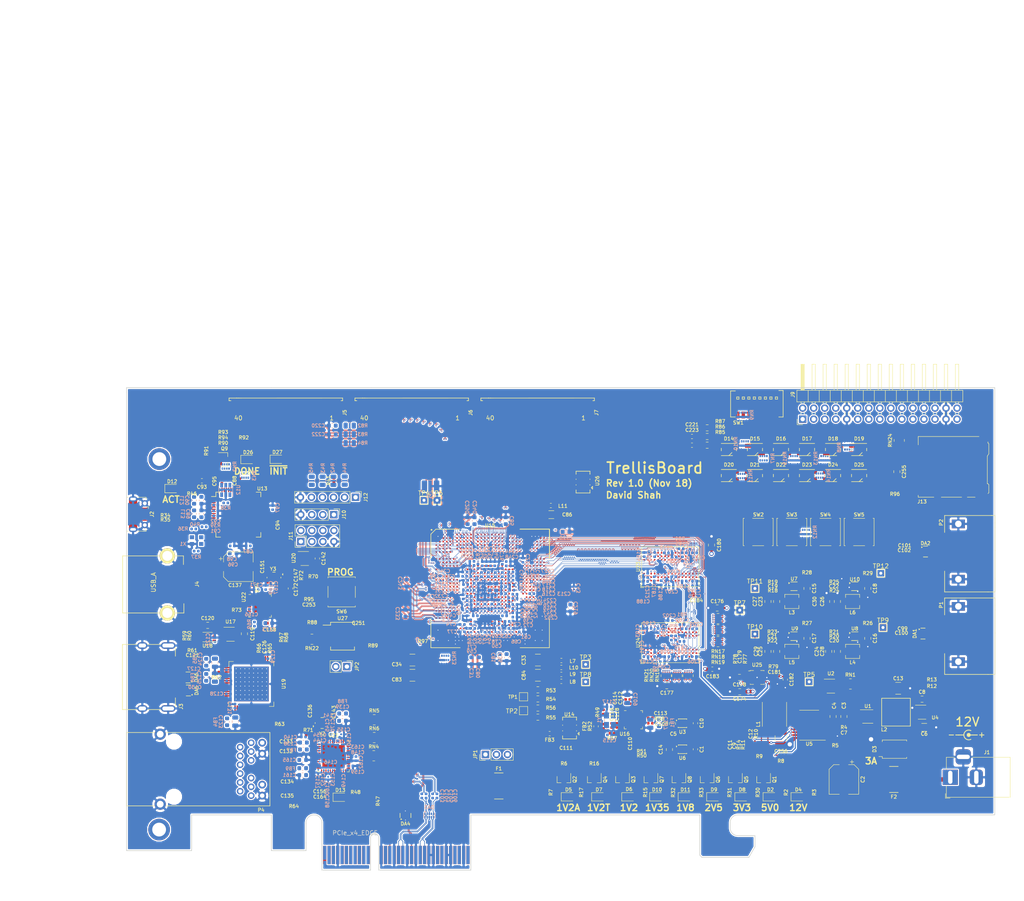
<source format=kicad_pcb>
(kicad_pcb (version 20171130) (host pcbnew 5.0.1)

  (general
    (thickness 1.6)
    (drawings 42)
    (tracks 19103)
    (zones 0)
    (modules 507)
    (nets 718)
  )

  (page A4)
  (layers
    (0 F.Cu signal)
    (1 In1.Cu signal)
    (2 In2.Cu signal)
    (3 In3.Cu signal)
    (4 In4.Cu signal)
    (5 In5.Cu signal)
    (6 In6.Cu signal)
    (31 B.Cu signal)
    (32 B.Adhes user)
    (33 F.Adhes user)
    (34 B.Paste user)
    (35 F.Paste user)
    (36 B.SilkS user)
    (37 F.SilkS user)
    (38 B.Mask user)
    (39 F.Mask user)
    (40 Dwgs.User user)
    (41 Cmts.User user)
    (42 Eco1.User user)
    (43 Eco2.User user)
    (44 Edge.Cuts user)
    (45 Margin user)
    (46 B.CrtYd user)
    (47 F.CrtYd user)
    (48 B.Fab user)
    (49 F.Fab user)
  )

  (setup
    (last_trace_width 0.1)
    (user_trace_width 0.1)
    (user_trace_width 0.15)
    (user_trace_width 0.2)
    (user_trace_width 0.25)
    (user_trace_width 0.35)
    (user_trace_width 0.5)
    (user_trace_width 0.8)
    (user_trace_width 1)
    (trace_clearance 0.0889)
    (zone_clearance 0.254)
    (zone_45_only no)
    (trace_min 0.0889)
    (segment_width 0.2)
    (edge_width 0.15)
    (via_size 0.4)
    (via_drill 0.2)
    (via_min_size 0.4)
    (via_min_drill 0.2)
    (user_via 0.6 0.3)
    (user_via 0.8 0.5)
    (user_via 1 0.6)
    (user_via 1.5 1)
    (user_via 2 1.5)
    (uvia_size 0.3)
    (uvia_drill 0.1)
    (uvias_allowed no)
    (uvia_min_size 0.2)
    (uvia_min_drill 0.1)
    (pcb_text_width 0.3)
    (pcb_text_size 1.5 1.5)
    (mod_edge_width 0.15)
    (mod_text_size 1 1)
    (mod_text_width 0.15)
    (pad_size 1.524 1.524)
    (pad_drill 0.762)
    (pad_to_mask_clearance 0.051)
    (solder_mask_min_width 0.25)
    (aux_axis_origin 0 0)
    (visible_elements FFF9FFFF)
    (pcbplotparams
      (layerselection 0x010fc_ffffffff)
      (usegerberextensions false)
      (usegerberattributes false)
      (usegerberadvancedattributes false)
      (creategerberjobfile false)
      (excludeedgelayer true)
      (linewidth 0.100000)
      (plotframeref false)
      (viasonmask false)
      (mode 1)
      (useauxorigin false)
      (hpglpennumber 1)
      (hpglpenspeed 20)
      (hpglpendiameter 15.000000)
      (psnegative false)
      (psa4output false)
      (plotreference true)
      (plotvalue true)
      (plotinvisibletext false)
      (padsonsilk false)
      (subtractmaskfromsilk false)
      (outputformat 1)
      (mirror false)
      (drillshape 1)
      (scaleselection 1)
      (outputdirectory ""))
  )

  (net 0 "")
  (net 1 "/PCIe + SATA/DCU1_REFCLK-")
  (net 2 "/PCIe + SATA/DCU1_REFCLK+")
  (net 3 DDR3_A4)
  (net 4 DDR3_A6)
  (net 5 DDR3_A5)
  (net 6 DDR3_A7)
  (net 7 /DDR3/DDR3_VTT)
  (net 8 "Net-(RN2-Pad5)")
  (net 9 "Net-(RN2-Pad6)")
  (net 10 "Net-(R38-Pad2)")
  (net 11 "Net-(RN2-Pad7)")
  (net 12 +3V3)
  (net 13 /Power/1V2_EN)
  (net 14 /Power/2V5_EN)
  (net 15 /Power/1V35_EN)
  (net 16 "Net-(RN1-Pad4)")
  (net 17 +5V)
  (net 18 "Net-(RN1-Pad5)")
  (net 19 USD_D0)
  (net 20 USD_D3)
  (net 21 USD_CMD)
  (net 22 USD_D2)
  (net 23 "Net-(RN23-Pad1)")
  (net 24 GND)
  (net 25 "/FPGA IO/CFG0")
  (net 26 "Net-(RN23-Pad8)")
  (net 27 "/FPGA IO/CFG1")
  (net 28 "/FPGA IO/CFG2")
  (net 29 "/FPGA IO/FLASH_D3")
  (net 30 "/FPGA IO/FLASH_D1")
  (net 31 "/FPGA IO/FLASH_D2")
  (net 32 "/FPGA IO/FLASH_D0")
  (net 33 DDR3_WE)
  (net 34 DDR3_CKE)
  (net 35 DDR3_CS)
  (net 36 DDR3_ODT)
  (net 37 DDR3_CAS)
  (net 38 DDR3_BA2)
  (net 39 DDR3_RAS)
  (net 40 DDR3_BA1)
  (net 41 DDR3_A12)
  (net 42 DDR3_A14)
  (net 43 DDR3_A13)
  (net 44 DDR3_BA0)
  (net 45 DDR3_A11)
  (net 46 DDR3_A9)
  (net 47 DDR3_A10)
  (net 48 DDR3_A8)
  (net 49 DDR3_A0)
  (net 50 DDR3_A2)
  (net 51 DDR3_A1)
  (net 52 DDR3_A3)
  (net 53 "/HDMI, GbE, USB/ETH_LED2")
  (net 54 ETH_~RESET)
  (net 55 "/HDMI, GbE, USB/ETH_LED1")
  (net 56 RGMII_REF_CLK)
  (net 57 "Net-(D18-Pad4)")
  (net 58 "Net-(D20-Pad4)")
  (net 59 "Net-(D19-Pad4)")
  (net 60 "Net-(D21-Pad4)")
  (net 61 "Net-(D25-Pad4)")
  (net 62 "Net-(D23-Pad4)")
  (net 63 "Net-(D24-Pad4)")
  (net 64 "Net-(D22-Pad4)")
  (net 65 FTDI_D1_RX)
  (net 66 FTDI_~WR)
  (net 67 FTDI_~RD)
  (net 68 FTDI_~SIWU)
  (net 69 RGMII_RXD0)
  (net 70 RGMII_RXD2)
  (net 71 RGMII_RXD1)
  (net 72 RGMII_RXD3)
  (net 73 RGMII_RX_DV)
  (net 74 ETH_MDIO)
  (net 75 RGMII_RX_CLK)
  (net 76 ETH_INT_N)
  (net 77 "Net-(D17-Pad1)")
  (net 78 "Net-(D16-Pad1)")
  (net 79 "Net-(D14-Pad1)")
  (net 80 "Net-(D15-Pad1)")
  (net 81 DIP_SW1)
  (net 82 DIP_SW0)
  (net 83 DIP_SW2)
  (net 84 DIP_SW3)
  (net 85 DIP_SW7)
  (net 86 DIP_SW6)
  (net 87 DIP_SW4)
  (net 88 DIP_SW5)
  (net 89 "Net-(D14-Pad4)")
  (net 90 "Net-(D16-Pad4)")
  (net 91 "Net-(D15-Pad4)")
  (net 92 "Net-(D17-Pad4)")
  (net 93 "Net-(D21-Pad1)")
  (net 94 "Net-(D20-Pad1)")
  (net 95 "Net-(D18-Pad1)")
  (net 96 "Net-(D19-Pad1)")
  (net 97 BTN1)
  (net 98 BTN0)
  (net 99 BTN2)
  (net 100 BTN3)
  (net 101 "Net-(D25-Pad1)")
  (net 102 "Net-(D24-Pad1)")
  (net 103 "Net-(D22-Pad1)")
  (net 104 "Net-(D23-Pad1)")
  (net 105 "/FPGA IO/VCCIO7")
  (net 106 "Net-(R44-Pad2)")
  (net 107 JTAG_TDO)
  (net 108 JTAG_TDI)
  (net 109 "Net-(R43-Pad2)")
  (net 110 "Net-(R42-Pad2)")
  (net 111 JTAG_TCK)
  (net 112 JTAG_TMS)
  (net 113 "Net-(R45-Pad2)")
  (net 114 "/PCIe + SATA/CLKAUXO+")
  (net 115 "/PCIe + SATA/CLK150M-")
  (net 116 +1V8)
  (net 117 +2V5)
  (net 118 "/PCIe + SATA/CLKAUXO-")
  (net 119 "/FPGA IO/VCCIO6")
  (net 120 "/PCIe + SATA/CLK150M+")
  (net 121 CLK_SDA)
  (net 122 "Net-(R36-Pad2)")
  (net 123 FPGA_12MHz)
  (net 124 "/PCIe + SATA/PCIe_REFCLK+")
  (net 125 "/PCIe + SATA/PCIe_REFCLK-")
  (net 126 PCIe_12V)
  (net 127 "Net-(D13-Pad2)")
  (net 128 ~PERST)
  (net 129 "Net-(P3-PadA11)")
  (net 130 "Net-(D12-Pad2)")
  (net 131 "Net-(R40-Pad1)")
  (net 132 "Net-(R39-Pad1)")
  (net 133 "Net-(R38-Pad1)")
  (net 134 "Net-(R12-Pad2)")
  (net 135 "/PCIe + SATA/3V3_C")
  (net 136 "/PCIe + SATA/3V3_CA")
  (net 137 "Net-(R57-Pad1)")
  (net 138 "Net-(R58-Pad2)")
  (net 139 FABRIC_REFCLK)
  (net 140 "/HDMI, GbE, USB/PORT_SCL")
  (net 141 "/HDMI, GbE, USB/PORT_SDA")
  (net 142 "Net-(C121-Pad1)")
  (net 143 "Net-(R62-Pad1)")
  (net 144 /Power/3V3_PG)
  (net 145 "Net-(D27-Pad2)")
  (net 146 "/FPGA IO/~PROGRAM")
  (net 147 "Net-(R80-Pad1)")
  (net 148 "Net-(R81-Pad1)")
  (net 149 "/FPGA IO/FLASH_~CS")
  (net 150 "/FPGA IO/FLASH_CLK")
  (net 151 "/FPGA IO/DONE")
  (net 152 "Net-(Q9-Pad1)")
  (net 153 "Net-(D26-Pad2)")
  (net 154 "Net-(R79-Pad1)")
  (net 155 "/FPGA IO/~INIT")
  (net 156 "Net-(C9-Pad1)")
  (net 157 "Net-(C11-Pad1)")
  (net 158 "Net-(Q2-Pad3)")
  (net 159 "Net-(D5-Pad1)")
  (net 160 /Power/1V2_PG)
  (net 161 USD_D1)
  (net 162 USD_CLK)
  (net 163 "Net-(R97-Pad1)")
  (net 164 "Net-(Q2-Pad1)")
  (net 165 +1V2A)
  (net 166 "Net-(R5-Pad2)")
  (net 167 "Net-(D2-Pad2)")
  (net 168 "Net-(C7-Pad1)")
  (net 169 "Net-(D4-Pad2)")
  (net 170 +12V)
  (net 171 "Net-(R74-Pad1)")
  (net 172 "/Debug Interface/PORT_D-")
  (net 173 "/Debug Interface/FTDI_D-")
  (net 174 "/Debug Interface/FTDI_D+")
  (net 175 "/Debug Interface/PORT_D+")
  (net 176 "Net-(C22-Pad2)")
  (net 177 "Net-(R71-Pad2)")
  (net 178 "/HDMI, GbE, USB/USB_XO")
  (net 179 "/HDMI, GbE, USB/USB_XI")
  (net 180 "Net-(R73-Pad1)")
  (net 181 "/HDMI, GbE, USB/USBA_VBUS")
  (net 182 "/HDMI, GbE, USB/EXTVBUS")
  (net 183 DVI_SCL)
  (net 184 DVI_SDA)
  (net 185 CLK_SCL)
  (net 186 "Net-(R70-Pad1)")
  (net 187 "Net-(C175-Pad2)")
  (net 188 DDR3_CLK+)
  (net 189 "Net-(P4-Pad16)")
  (net 190 "Net-(R66-Pad1)")
  (net 191 "Net-(R65-Pad1)")
  (net 192 "/HDMI, GbE, USB/HDMI_HPD")
  (net 193 DDR3_CLK-)
  (net 194 "Net-(C179-Pad1)")
  (net 195 +1V35)
  (net 196 +1V2)
  (net 197 "Net-(D10-Pad2)")
  (net 198 "Net-(P4-Pad14)")
  (net 199 "Net-(C12-Pad2)")
  (net 200 "Net-(D6-Pad2)")
  (net 201 +1V2T)
  (net 202 "Net-(Q4-Pad1)")
  (net 203 "Net-(Q4-Pad3)")
  (net 204 "Net-(D7-Pad1)")
  (net 205 "Net-(C19-Pad2)")
  (net 206 "Net-(C20-Pad2)")
  (net 207 "Net-(C21-Pad2)")
  (net 208 "/Debug Interface/FTDI_12MHz")
  (net 209 "Net-(D11-Pad2)")
  (net 210 /Power/2V5_PG)
  (net 211 /Power/1V35_PG)
  (net 212 /Power/1V8_PG)
  (net 213 "Net-(D8-Pad2)")
  (net 214 "Net-(D9-Pad2)")
  (net 215 "Net-(C8-Pad2)")
  (net 216 "Net-(C8-Pad1)")
  (net 217 /Power/PWR_EN)
  (net 218 "/HDMI, GbE, USB/HDMI_5V")
  (net 219 "Net-(U17-Pad3)")
  (net 220 "Net-(D9-Pad1)")
  (net 221 "Net-(D11-Pad1)")
  (net 222 "Net-(D26-Pad1)")
  (net 223 "Net-(D2-Pad1)")
  (net 224 "Net-(D6-Pad1)")
  (net 225 "Net-(D10-Pad1)")
  (net 226 "Net-(D8-Pad1)")
  (net 227 "Net-(U1-Pad3)")
  (net 228 DDR3_Vref)
  (net 229 DDR3_Vtt_EN)
  (net 230 "Net-(U5-Pad2)")
  (net 231 "Net-(L1-Pad1)")
  (net 232 "Net-(C11-Pad2)")
  (net 233 "Net-(U13-Pad3)")
  (net 234 "/Debug Interface/Vphy")
  (net 235 "/Debug Interface/Vpll")
  (net 236 "/Debug Interface/JTAG_ACT")
  (net 237 "Net-(U13-Pad22)")
  (net 238 "Net-(U13-Pad23)")
  (net 239 "Net-(U13-Pad24)")
  (net 240 "Net-(U13-Pad26)")
  (net 241 "Net-(U13-Pad27)")
  (net 242 "Net-(U13-Pad28)")
  (net 243 "Net-(U13-Pad29)")
  (net 244 "Net-(U13-Pad30)")
  (net 245 "Net-(U13-Pad32)")
  (net 246 "Net-(U13-Pad33)")
  (net 247 "Net-(U13-Pad34)")
  (net 248 "Net-(U13-Pad36)")
  (net 249 FTDI_D0_TX)
  (net 250 FTDI_D2)
  (net 251 FTDI_D3)
  (net 252 FTDI_D4)
  (net 253 FTDI_D5)
  (net 254 FTDI_D6)
  (net 255 FTDI_D7)
  (net 256 FTDI_~RXF)
  (net 257 "Net-(U13-Pad49)")
  (net 258 "Net-(U13-Pad50)")
  (net 259 FTDI_~TXE)
  (net 260 "Net-(U13-Pad57)")
  (net 261 "Net-(U13-Pad58)")
  (net 262 "Net-(U13-Pad59)")
  (net 263 "Net-(U13-Pad60)")
  (net 264 "/HDMI, GbE, USB/DVI_DVDD")
  (net 265 DVI_DE)
  (net 266 DVI_HSYNC)
  (net 267 DVI_VSYNC)
  (net 268 "Net-(U19-Pad11)")
  (net 269 "/HDMI, GbE, USB/DVI_PVDD")
  (net 270 "/HDMI, GbE, USB/TMDS_CLK-")
  (net 271 "/HDMI, GbE, USB/TMDS_CLK+")
  (net 272 "/HDMI, GbE, USB/DVI_TVDD")
  (net 273 "/HDMI, GbE, USB/TMDS_D0-")
  (net 274 "/HDMI, GbE, USB/TMDS_D0+")
  (net 275 "/HDMI, GbE, USB/TMDS_D1-")
  (net 276 "/HDMI, GbE, USB/TMDS_D1+")
  (net 277 "/HDMI, GbE, USB/TMDS_D2-")
  (net 278 "/HDMI, GbE, USB/TMDS_D2+")
  (net 279 DVI_D23)
  (net 280 DVI_D22)
  (net 281 DVI_D21)
  (net 282 DVI_D20)
  (net 283 DVI_D19)
  (net 284 DVI_D18)
  (net 285 DVI_D17)
  (net 286 DVI_D16)
  (net 287 DVI_D15)
  (net 288 DVI_D14)
  (net 289 DVI_D13)
  (net 290 DVI_D12)
  (net 291 "Net-(U19-Pad49)")
  (net 292 DVI_D11)
  (net 293 DVI_D10)
  (net 294 DVI_D9)
  (net 295 DVI_D8)
  (net 296 DVI_D7)
  (net 297 DVI_D6)
  (net 298 DVI_CLK)
  (net 299 DVI_D5)
  (net 300 DVI_D4)
  (net 301 DVI_D3)
  (net 302 DVI_D2)
  (net 303 DVI_D1)
  (net 304 DVI_D0)
  (net 305 "/HDMI, GbE, USB/AVDDH")
  (net 306 "/HDMI, GbE, USB/MX4-")
  (net 307 "/HDMI, GbE, USB/MX4+")
  (net 308 "/HDMI, GbE, USB/AVDDL")
  (net 309 "/HDMI, GbE, USB/MX3-")
  (net 310 "/HDMI, GbE, USB/MX3+")
  (net 311 "/HDMI, GbE, USB/MX2-")
  (net 312 "/HDMI, GbE, USB/MX2+")
  (net 313 "/HDMI, GbE, USB/MX1-")
  (net 314 "/HDMI, GbE, USB/MX1+")
  (net 315 "Net-(U21-Pad13)")
  (net 316 RGMII_TXD0)
  (net 317 RGMII_TXD1)
  (net 318 RGMII_TXD2)
  (net 319 RGMII_TXD3)
  (net 320 RGMII_TX_CLK)
  (net 321 RGMII_TX_EN)
  (net 322 ETH_MDC)
  (net 323 "Net-(U21-Pad43)")
  (net 324 "/HDMI, GbE, USB/AVDDL_PLL")
  (net 325 "/HDMI, GbE, USB/ETH_XO")
  (net 326 "/HDMI, GbE, USB/ETH_XI")
  (net 327 "Net-(U21-Pad47)")
  (net 328 "Net-(U22-Pad3)")
  (net 329 "Net-(U22-Pad5)")
  (net 330 "/HDMI, GbE, USB/USBA_D+")
  (net 331 "/HDMI, GbE, USB/USBA_D-")
  (net 332 ULPI_RESET)
  (net 333 ULPI_NXT)
  (net 334 ULPI_DIR)
  (net 335 ULPI_STP)
  (net 336 ULPI_CLKO)
  (net 337 "/HDMI, GbE, USB/USB1V8")
  (net 338 ULPI_D7)
  (net 339 ULPI_D6)
  (net 340 ULPI_D5)
  (net 341 ULPI_D4)
  (net 342 ULPI_D3)
  (net 343 ULPI_D2)
  (net 344 ULPI_D1)
  (net 345 ULPI_D0)
  (net 346 "Net-(C117-Pad1)")
  (net 347 "Net-(C115-Pad2)")
  (net 348 CLK_SD_OE)
  (net 349 "Net-(U16-Pad11)")
  (net 350 "Net-(U16-Pad12)")
  (net 351 "/PCIe + SATA/1V8_C")
  (net 352 "Net-(U16-Pad16)")
  (net 353 "/PCIe + SATA/DCU0_REFCLK-")
  (net 354 "/PCIe + SATA/DCU0_REFCLK+")
  (net 355 "Net-(U16-Pad24)")
  (net 356 DDR3_DQ13)
  (net 357 DDR3_DQ15)
  (net 358 DDR3_DQ12)
  (net 359 DDR3_DQS1-)
  (net 360 DDR3_DQ14)
  (net 361 DDR3_DQ11)
  (net 362 DDR3_DQ9)
  (net 363 DDR3_DQS1+)
  (net 364 DDR3_DQ10)
  (net 365 DDR3_DM1)
  (net 366 DDR3_DQ8)
  (net 367 DDR3_DQ0)
  (net 368 DDR3_DM0)
  (net 369 DDR3_DQ2)
  (net 370 DDR3_DQS0+)
  (net 371 DDR3_DQ1)
  (net 372 DDR3_DQ3)
  (net 373 DDR3_DQ6)
  (net 374 DDR3_DQS0-)
  (net 375 DDR3_DQ4)
  (net 376 DDR3_DQ7)
  (net 377 DDR3_DQ5)
  (net 378 "Net-(U23-PadJ1)")
  (net 379 "Net-(U23-PadJ9)")
  (net 380 "Net-(U23-PadL1)")
  (net 381 "Net-(U23-PadL9)")
  (net 382 "Net-(U23-PadM7)")
  (net 383 DDR3_RESET)
  (net 384 "Net-(U24-PadM7)")
  (net 385 "Net-(U24-PadL9)")
  (net 386 "Net-(U24-PadL1)")
  (net 387 "Net-(U24-PadJ9)")
  (net 388 "Net-(U24-PadJ1)")
  (net 389 DDR3_DQ21)
  (net 390 DDR3_DQ23)
  (net 391 DDR3_DQ20)
  (net 392 DDR3_DQS2-)
  (net 393 DDR3_DQ22)
  (net 394 DDR3_DQ19)
  (net 395 DDR3_DQ17)
  (net 396 DDR3_DQS2+)
  (net 397 DDR3_DQ18)
  (net 398 DDR3_DM2)
  (net 399 DDR3_DQ16)
  (net 400 DDR3_DQ24)
  (net 401 DDR3_DM3)
  (net 402 DDR3_DQ26)
  (net 403 DDR3_DQS3+)
  (net 404 DDR3_DQ25)
  (net 405 DDR3_DQ27)
  (net 406 DDR3_DQ30)
  (net 407 DDR3_DQS3-)
  (net 408 DDR3_DQ28)
  (net 409 DDR3_DQ31)
  (net 410 DDR3_DQ29)
  (net 411 "Net-(X1-Pad1)")
  (net 412 "Net-(L4-Pad1)")
  (net 413 "Net-(L5-Pad1)")
  (net 414 "Net-(L3-Pad1)")
  (net 415 "Net-(L6-Pad1)")
  (net 416 "Net-(C111-Pad1)")
  (net 417 "/FPGA Core Power/VCCHTX1")
  (net 418 "/FPGA Core Power/VCCHTX0")
  (net 419 "/FPGA Core Power/VCCA0")
  (net 420 "/FPGA Core Power/VCCAUX")
  (net 421 "/FPGA Core Power/VCCA1")
  (net 422 "/PCIe + SATA/SATA1_A+")
  (net 423 "/PCIe + SATA/SATA1_A-")
  (net 424 "/PCIe + SATA/DCU1_RX1-")
  (net 425 "/PCIe + SATA/DCU1_RX1+")
  (net 426 "/PCIe + SATA/SATA0_A+")
  (net 427 "/PCIe + SATA/SATA0_A-")
  (net 428 "/PCIe + SATA/DCU1_RX0-")
  (net 429 "/PCIe + SATA/DCU1_RX0+")
  (net 430 "/PCIe + SATA/PCIe_HSI0+")
  (net 431 "/PCIe + SATA/PCIe_HSI0-")
  (net 432 "/PCIe + SATA/PCIe_HSI1+")
  (net 433 "/PCIe + SATA/PCIe_HSI1-")
  (net 434 "/PCIe + SATA/DCU0_RX0+")
  (net 435 "/PCIe + SATA/DCU0_RX0-")
  (net 436 "/PCIe + SATA/DCU0_RX1+")
  (net 437 "/PCIe + SATA/DCU0_RX1-")
  (net 438 "Net-(U6-Pad2)")
  (net 439 "Net-(U6-Pad5)")
  (net 440 "Net-(U3-Pad5)")
  (net 441 "Net-(U3-Pad2)")
  (net 442 "Net-(U10-Pad4)")
  (net 443 "Net-(U9-Pad4)")
  (net 444 "Net-(U8-Pad4)")
  (net 445 "Net-(U7-Pad4)")
  (net 446 "Net-(J5-Pad38)")
  (net 447 "/FPGA IO/EXT0_11-")
  (net 448 "/FPGA IO/EXT0_11+")
  (net 449 "/FPGA IO/EXT0_10-")
  (net 450 "/FPGA IO/EXT0_10+")
  (net 451 "/FPGA IO/EXT0_9-")
  (net 452 "/FPGA IO/EXT0_9+")
  (net 453 "/FPGA IO/EXT0_8-")
  (net 454 "/FPGA IO/EXT0_8+")
  (net 455 "/FPGA IO/EXT0_7-")
  (net 456 "/FPGA IO/EXT0_7+")
  (net 457 "/FPGA IO/EXT0_6-")
  (net 458 "/FPGA IO/EXT0_6+")
  (net 459 "/FPGA IO/EXT0_5-")
  (net 460 "/FPGA IO/EXT0_5+")
  (net 461 "/FPGA IO/EXT0_4-")
  (net 462 "/FPGA IO/EXT0_4+")
  (net 463 "/FPGA IO/EXT0_3-")
  (net 464 "/FPGA IO/EXT0_3+")
  (net 465 "/FPGA IO/EXT0_2-")
  (net 466 "/FPGA IO/EXT0_2+")
  (net 467 "/FPGA IO/EXT0_1-")
  (net 468 "/FPGA IO/EXT0_1+")
  (net 469 "/FPGA IO/EXT0_0-")
  (net 470 "/FPGA IO/EXT0_0+")
  (net 471 "Net-(J6-Pad38)")
  (net 472 "/FPGA IO/EXT1_11-")
  (net 473 "/FPGA IO/EXT1_11+")
  (net 474 "/FPGA IO/EXT1_10-")
  (net 475 "/FPGA IO/EXT1_10+")
  (net 476 "/FPGA IO/EXT1_9-")
  (net 477 "/FPGA IO/EXT1_9+")
  (net 478 "/FPGA IO/EXT1_8-")
  (net 479 "/FPGA IO/EXT1_8+")
  (net 480 "/FPGA IO/EXT1_7-")
  (net 481 "/FPGA IO/EXT1_7+")
  (net 482 "/FPGA IO/EXT1_6-")
  (net 483 "/FPGA IO/EXT1_6+")
  (net 484 "/FPGA IO/EXT1_5-")
  (net 485 "/FPGA IO/EXT1_5+")
  (net 486 "/FPGA IO/EXT1_4-")
  (net 487 "/FPGA IO/EXT1_4+")
  (net 488 "/FPGA IO/EXT1_3-")
  (net 489 "/FPGA IO/EXT1_3+")
  (net 490 "/FPGA IO/EXT1_2-")
  (net 491 "/FPGA IO/EXT1_2+")
  (net 492 "/FPGA IO/EXT1_1-")
  (net 493 "/FPGA IO/EXT1_1+")
  (net 494 "/FPGA IO/EXT1_0-")
  (net 495 "/FPGA IO/EXT1_0+")
  (net 496 "/FPGA IO/EXT2_0+")
  (net 497 "/FPGA IO/EXT2_0-")
  (net 498 "/FPGA IO/EXT2_1+")
  (net 499 "/FPGA IO/EXT2_1-")
  (net 500 "/FPGA IO/EXT2_2+")
  (net 501 "/FPGA IO/EXT2_2-")
  (net 502 "/FPGA IO/EXT2_3+")
  (net 503 "/FPGA IO/EXT2_3-")
  (net 504 "/FPGA IO/EXT2_4+")
  (net 505 "/FPGA IO/EXT2_4-")
  (net 506 "/FPGA IO/EXT2_5+")
  (net 507 "/FPGA IO/EXT2_5-")
  (net 508 "/FPGA IO/EXT2_6+")
  (net 509 "/FPGA IO/EXT2_6-")
  (net 510 "/FPGA IO/EXT2_7+")
  (net 511 "/FPGA IO/EXT2_7-")
  (net 512 "/FPGA IO/EXT2_8+")
  (net 513 "/FPGA IO/EXT2_8-")
  (net 514 "/FPGA IO/EXT2_9+")
  (net 515 "/FPGA IO/EXT2_9-")
  (net 516 "/FPGA IO/EXT2_10+")
  (net 517 "/FPGA IO/EXT2_10-")
  (net 518 "/FPGA IO/EXT2_11+")
  (net 519 "/FPGA IO/EXT2_11-")
  (net 520 "Net-(J7-Pad38)")
  (net 521 "Net-(C132-Pad1)")
  (net 522 "Net-(C135-Pad1)")
  (net 523 "Net-(C133-Pad1)")
  (net 524 "Net-(C134-Pad1)")
  (net 525 "Net-(P3-PadB5)")
  (net 526 "Net-(P3-PadB6)")
  (net 527 "Net-(P3-PadB8)")
  (net 528 "Net-(P3-PadB9)")
  (net 529 "Net-(P3-PadB10)")
  (net 530 PCIe_~WAKE)
  (net 531 "Net-(P3-PadB12)")
  (net 532 "/PCIe + SATA/~PRSNT2~_X1")
  (net 533 "Net-(P3-PadB23)")
  (net 534 "Net-(P3-PadB24)")
  (net 535 "Net-(P3-PadB27)")
  (net 536 "Net-(P3-PadB28)")
  (net 537 "Net-(P3-PadB30)")
  (net 538 "/PCIe + SATA/~PRSNT2~_X4")
  (net 539 "/PCIe + SATA/~PRSNT1")
  (net 540 "Net-(P3-PadA5)")
  (net 541 "Net-(P3-PadA6)")
  (net 542 "Net-(P3-PadA7)")
  (net 543 "Net-(P3-PadA8)")
  (net 544 "Net-(P3-PadA9)")
  (net 545 "Net-(P3-PadA10)")
  (net 546 "Net-(P3-PadA19)")
  (net 547 "Net-(P3-PadA25)")
  (net 548 "Net-(P3-PadA26)")
  (net 549 "Net-(P3-PadA29)")
  (net 550 "Net-(P3-PadA30)")
  (net 551 "Net-(P3-PadA32)")
  (net 552 "Net-(U14-Pad2)")
  (net 553 "Net-(U14-Pad1)")
  (net 554 "Net-(U26-Pad1)")
  (net 555 "Net-(U26-Pad2)")
  (net 556 "/FPGA IO/CLK100+")
  (net 557 "/FPGA IO/CLK100-")
  (net 558 "Net-(J3-Pad14)")
  (net 559 "Net-(J3-Pad13)")
  (net 560 LED2)
  (net 561 LED11)
  (net 562 LED10)
  (net 563 LED0)
  (net 564 LED1)
  (net 565 LED3)
  (net 566 LED4)
  (net 567 LED5)
  (net 568 LED6)
  (net 569 LED7)
  (net 570 LED8)
  (net 571 LED9)
  (net 572 "Net-(F2-Pad2)")
  (net 573 "Net-(U15-PadR1)")
  (net 574 "Net-(U15-PadA2)")
  (net 575 "Net-(U15-PadT2)")
  (net 576 "Net-(U15-PadAB2)")
  (net 577 "Net-(U15-PadAC2)")
  (net 578 "Net-(U15-PadAE2)")
  (net 579 "Net-(U15-PadAG2)")
  (net 580 "Net-(U15-PadA3)")
  (net 581 "Net-(U15-PadV3)")
  (net 582 "Net-(U15-PadW3)")
  (net 583 "Net-(U15-PadY3)")
  (net 584 "Net-(U15-PadAC3)")
  (net 585 "Net-(U15-PadAG3)")
  (net 586 "Net-(U15-PadAL3)")
  (net 587 "Net-(U15-PadB4)")
  (net 588 "Net-(U15-PadH4)")
  (net 589 "Net-(U15-PadAC4)")
  (net 590 "Net-(U15-PadA5)")
  (net 591 "Net-(U15-PadL5)")
  (net 592 "Net-(U15-PadW6)")
  (net 593 "Net-(U15-PadD7)")
  (net 594 "Net-(U15-PadE7)")
  (net 595 "Net-(U15-PadAE7)")
  (net 596 "Net-(U15-PadG9)")
  (net 597 "/PCIe + SATA/DCU0_TX0+")
  (net 598 "Net-(U15-PadG10)")
  (net 599 "/PCIe + SATA/DCU0_TX0-")
  (net 600 "Net-(U15-PadG11)")
  (net 601 "/PCIe + SATA/DCU0_TX1+")
  (net 602 "/PCIe + SATA/DCU0_TX1-")
  (net 603 "/FPGA IO/PMOD1_10")
  (net 604 "/FPGA IO/PMOD1_9")
  (net 605 "Net-(U15-PadG14)")
  (net 606 "Net-(U15-PadG15)")
  (net 607 "Net-(U15-PadAK15)")
  (net 608 "Net-(U15-PadG16)")
  (net 609 "Net-(U15-PadAK16)")
  (net 610 "Net-(U15-PadG17)")
  (net 611 "Net-(U15-PadG18)")
  (net 612 "/PCIe + SATA/DCU1_TX0+")
  (net 613 "Net-(U15-PadG19)")
  (net 614 "/PCIe + SATA/DCU1_TX0-")
  (net 615 "/FPGA IO/PMOD1_8")
  (net 616 "/FPGA IO/PMOD1_7")
  (net 617 "/PCIe + SATA/DCU1_TX1+")
  (net 618 "/PCIe + SATA/DCU1_TX1-")
  (net 619 "/FPGA IO/EXIO_5")
  (net 620 "/FPGA IO/EXIO_4")
  (net 621 "/FPGA IO/EXIO_3")
  (net 622 "Net-(U15-PadG22)")
  (net 623 "/FPGA IO/PMOD1_3")
  (net 624 "/FPGA IO/PMOD1_2")
  (net 625 "/FPGA IO/PMOD1_0")
  (net 626 "/FPGA IO/PMOD1_1")
  (net 627 "/FPGA IO/EXIO_2")
  (net 628 "Net-(U15-PadG23)")
  (net 629 "/FPGA IO/EXIO_1")
  (net 630 "/FPGA IO/PMOD0_10")
  (net 631 "/FPGA IO/EXIO_0")
  (net 632 "/FPGA IO/PMOD0_9")
  (net 633 "Net-(U15-PadG24)")
  (net 634 "Net-(U15-PadAG24)")
  (net 635 "Net-(U15-PadAK24)")
  (net 636 "/FPGA IO/PMOD0_8")
  (net 637 "/FPGA IO/PMOD0_3")
  (net 638 "/FPGA IO/PMOD0_7")
  (net 639 "/FPGA IO/PMOD0_2")
  (net 640 "/FPGA IO/PMOD0_1")
  (net 641 "Net-(U15-PadAK25)")
  (net 642 "/FPGA IO/PMOD0_0")
  (net 643 "Net-(U15-PadB26)")
  (net 644 "Net-(U15-PadE26)")
  (net 645 "Net-(U15-PadAE26)")
  (net 646 "Net-(U15-PadH27)")
  (net 647 "Net-(U15-PadJ27)")
  (net 648 "Net-(U15-PadW27)")
  (net 649 "Net-(U15-PadC28)")
  (net 650 "Net-(U15-PadD28)")
  (net 651 "Net-(U15-PadH28)")
  (net 652 "Net-(U15-PadL28)")
  (net 653 "Net-(U15-PadP28)")
  (net 654 "Net-(U15-PadAC28)")
  (net 655 "Net-(U15-PadAE28)")
  (net 656 "Net-(U15-PadC29)")
  (net 657 "Net-(U15-PadH29)")
  (net 658 "Net-(U15-PadP29)")
  (net 659 "Net-(U15-PadAB29)")
  (net 660 "Net-(U15-PadAC29)")
  (net 661 "Net-(U15-PadAE29)")
  (net 662 "Net-(U15-PadAJ29)")
  (net 663 "Net-(U15-PadC30)")
  (net 664 "Net-(U15-PadP30)")
  (net 665 "Net-(U15-PadR30)")
  (net 666 "Net-(U15-PadV30)")
  (net 667 "Net-(U15-PadAB30)")
  (net 668 "Net-(U15-PadAE30)")
  (net 669 "Net-(U15-PadAJ30)")
  (net 670 "Net-(U15-PadA31)")
  (net 671 "Net-(U15-PadAG31)")
  (net 672 "Net-(U15-PadAK31)")
  (net 673 "Net-(U15-PadAG32)")
  (net 674 "Net-(J2-Pad1)")
  (net 675 "Net-(J2-Pad4)")
  (net 676 "Net-(U15-PadT30)")
  (net 677 "Net-(U15-PadAE27)")
  (net 678 "Net-(U15-PadAD27)")
  (net 679 "Net-(U15-PadF30)")
  (net 680 "Net-(U15-PadN27)")
  (net 681 "Net-(U15-PadU27)")
  (net 682 "Net-(U15-PadU29)")
  (net 683 "Net-(U15-PadW30)")
  (net 684 "Net-(U15-PadY30)")
  (net 685 "Net-(U15-PadY29)")
  (net 686 "Net-(U15-PadW1)")
  (net 687 "Net-(U15-PadV1)")
  (net 688 "Net-(U15-PadY7)")
  (net 689 "Net-(U15-PadY6)")
  (net 690 "Net-(U15-PadAC5)")
  (net 691 "Net-(U15-PadAD4)")
  (net 692 "Net-(U15-PadY4)")
  (net 693 "Net-(U15-PadW4)")
  (net 694 "Net-(U15-PadP7)")
  (net 695 "Net-(U15-PadN7)")
  (net 696 "Net-(U15-PadL7)")
  (net 697 "Net-(U15-PadP6)")
  (net 698 "Net-(U15-PadN6)")
  (net 699 "Net-(U15-PadL6)")
  (net 700 "Net-(U15-PadK5)")
  (net 701 "Net-(U15-PadN4)")
  (net 702 "Net-(U15-PadL4)")
  (net 703 "Net-(U15-PadK4)")
  (net 704 "Net-(U15-PadJ4)")
  (net 705 "Net-(U15-PadN3)")
  (net 706 "Net-(U15-PadL3)")
  (net 707 "Net-(U15-PadL2)")
  (net 708 "Net-(U15-PadK2)")
  (net 709 "Net-(U15-PadL1)")
  (net 710 "Net-(U15-PadK1)")
  (net 711 "Net-(U15-PadJ1)")
  (net 712 "Net-(U15-PadD1)")
  (net 713 "Net-(U15-PadC1)")
  (net 714 "Net-(U15-PadF2)")
  (net 715 "Net-(U15-PadE1)")
  (net 716 "Net-(U15-PadE4)")
  (net 717 "Net-(U15-PadD4)")

  (net_class Default "This is the default net class."
    (clearance 0.0889)
    (trace_width 0.0889)
    (via_dia 0.4)
    (via_drill 0.2)
    (uvia_dia 0.3)
    (uvia_drill 0.1)
    (diff_pair_gap 0.11)
    (diff_pair_width 0.11)
    (add_net +12V)
    (add_net +1V2)
    (add_net +1V2A)
    (add_net +1V2T)
    (add_net +1V35)
    (add_net +1V8)
    (add_net +2V5)
    (add_net +3V3)
    (add_net +5V)
    (add_net /DDR3/DDR3_VTT)
    (add_net "/Debug Interface/FTDI_12MHz")
    (add_net "/Debug Interface/FTDI_D+")
    (add_net "/Debug Interface/FTDI_D-")
    (add_net "/Debug Interface/JTAG_ACT")
    (add_net "/Debug Interface/PORT_D+")
    (add_net "/Debug Interface/PORT_D-")
    (add_net "/Debug Interface/Vphy")
    (add_net "/Debug Interface/Vpll")
    (add_net "/FPGA Core Power/VCCA0")
    (add_net "/FPGA Core Power/VCCA1")
    (add_net "/FPGA Core Power/VCCAUX")
    (add_net "/FPGA Core Power/VCCHTX0")
    (add_net "/FPGA Core Power/VCCHTX1")
    (add_net "/FPGA IO/CFG0")
    (add_net "/FPGA IO/CFG1")
    (add_net "/FPGA IO/CFG2")
    (add_net "/FPGA IO/CLK100+")
    (add_net "/FPGA IO/CLK100-")
    (add_net "/FPGA IO/DONE")
    (add_net "/FPGA IO/EXIO_0")
    (add_net "/FPGA IO/EXIO_1")
    (add_net "/FPGA IO/EXIO_2")
    (add_net "/FPGA IO/EXIO_3")
    (add_net "/FPGA IO/EXIO_4")
    (add_net "/FPGA IO/EXIO_5")
    (add_net "/FPGA IO/EXT0_0+")
    (add_net "/FPGA IO/EXT0_0-")
    (add_net "/FPGA IO/EXT0_1+")
    (add_net "/FPGA IO/EXT0_1-")
    (add_net "/FPGA IO/EXT0_10+")
    (add_net "/FPGA IO/EXT0_10-")
    (add_net "/FPGA IO/EXT0_11+")
    (add_net "/FPGA IO/EXT0_11-")
    (add_net "/FPGA IO/EXT0_2+")
    (add_net "/FPGA IO/EXT0_2-")
    (add_net "/FPGA IO/EXT0_3+")
    (add_net "/FPGA IO/EXT0_3-")
    (add_net "/FPGA IO/EXT0_4+")
    (add_net "/FPGA IO/EXT0_4-")
    (add_net "/FPGA IO/EXT0_5+")
    (add_net "/FPGA IO/EXT0_5-")
    (add_net "/FPGA IO/EXT0_6+")
    (add_net "/FPGA IO/EXT0_6-")
    (add_net "/FPGA IO/EXT0_7+")
    (add_net "/FPGA IO/EXT0_7-")
    (add_net "/FPGA IO/EXT0_8+")
    (add_net "/FPGA IO/EXT0_8-")
    (add_net "/FPGA IO/EXT0_9+")
    (add_net "/FPGA IO/EXT0_9-")
    (add_net "/FPGA IO/EXT1_0+")
    (add_net "/FPGA IO/EXT1_0-")
    (add_net "/FPGA IO/EXT1_1+")
    (add_net "/FPGA IO/EXT1_1-")
    (add_net "/FPGA IO/EXT1_10+")
    (add_net "/FPGA IO/EXT1_10-")
    (add_net "/FPGA IO/EXT1_11+")
    (add_net "/FPGA IO/EXT1_11-")
    (add_net "/FPGA IO/EXT1_2+")
    (add_net "/FPGA IO/EXT1_2-")
    (add_net "/FPGA IO/EXT1_3+")
    (add_net "/FPGA IO/EXT1_3-")
    (add_net "/FPGA IO/EXT1_4+")
    (add_net "/FPGA IO/EXT1_4-")
    (add_net "/FPGA IO/EXT1_5+")
    (add_net "/FPGA IO/EXT1_5-")
    (add_net "/FPGA IO/EXT1_6+")
    (add_net "/FPGA IO/EXT1_6-")
    (add_net "/FPGA IO/EXT1_7+")
    (add_net "/FPGA IO/EXT1_7-")
    (add_net "/FPGA IO/EXT1_8+")
    (add_net "/FPGA IO/EXT1_8-")
    (add_net "/FPGA IO/EXT1_9+")
    (add_net "/FPGA IO/EXT1_9-")
    (add_net "/FPGA IO/EXT2_0+")
    (add_net "/FPGA IO/EXT2_0-")
    (add_net "/FPGA IO/EXT2_1+")
    (add_net "/FPGA IO/EXT2_1-")
    (add_net "/FPGA IO/EXT2_10+")
    (add_net "/FPGA IO/EXT2_10-")
    (add_net "/FPGA IO/EXT2_11+")
    (add_net "/FPGA IO/EXT2_11-")
    (add_net "/FPGA IO/EXT2_2+")
    (add_net "/FPGA IO/EXT2_2-")
    (add_net "/FPGA IO/EXT2_3+")
    (add_net "/FPGA IO/EXT2_3-")
    (add_net "/FPGA IO/EXT2_4+")
    (add_net "/FPGA IO/EXT2_4-")
    (add_net "/FPGA IO/EXT2_5+")
    (add_net "/FPGA IO/EXT2_5-")
    (add_net "/FPGA IO/EXT2_6+")
    (add_net "/FPGA IO/EXT2_6-")
    (add_net "/FPGA IO/EXT2_7+")
    (add_net "/FPGA IO/EXT2_7-")
    (add_net "/FPGA IO/EXT2_8+")
    (add_net "/FPGA IO/EXT2_8-")
    (add_net "/FPGA IO/EXT2_9+")
    (add_net "/FPGA IO/EXT2_9-")
    (add_net "/FPGA IO/FLASH_CLK")
    (add_net "/FPGA IO/FLASH_D0")
    (add_net "/FPGA IO/FLASH_D1")
    (add_net "/FPGA IO/FLASH_D2")
    (add_net "/FPGA IO/FLASH_D3")
    (add_net "/FPGA IO/FLASH_~CS")
    (add_net "/FPGA IO/PMOD0_0")
    (add_net "/FPGA IO/PMOD0_1")
    (add_net "/FPGA IO/PMOD0_10")
    (add_net "/FPGA IO/PMOD0_2")
    (add_net "/FPGA IO/PMOD0_3")
    (add_net "/FPGA IO/PMOD0_7")
    (add_net "/FPGA IO/PMOD0_8")
    (add_net "/FPGA IO/PMOD0_9")
    (add_net "/FPGA IO/PMOD1_0")
    (add_net "/FPGA IO/PMOD1_1")
    (add_net "/FPGA IO/PMOD1_10")
    (add_net "/FPGA IO/PMOD1_2")
    (add_net "/FPGA IO/PMOD1_3")
    (add_net "/FPGA IO/PMOD1_7")
    (add_net "/FPGA IO/PMOD1_8")
    (add_net "/FPGA IO/PMOD1_9")
    (add_net "/FPGA IO/VCCIO6")
    (add_net "/FPGA IO/VCCIO7")
    (add_net "/FPGA IO/~INIT")
    (add_net "/FPGA IO/~PROGRAM")
    (add_net "/HDMI, GbE, USB/AVDDH")
    (add_net "/HDMI, GbE, USB/AVDDL")
    (add_net "/HDMI, GbE, USB/AVDDL_PLL")
    (add_net "/HDMI, GbE, USB/DVI_DVDD")
    (add_net "/HDMI, GbE, USB/DVI_PVDD")
    (add_net "/HDMI, GbE, USB/DVI_TVDD")
    (add_net "/HDMI, GbE, USB/ETH_LED1")
    (add_net "/HDMI, GbE, USB/ETH_LED2")
    (add_net "/HDMI, GbE, USB/ETH_XI")
    (add_net "/HDMI, GbE, USB/ETH_XO")
    (add_net "/HDMI, GbE, USB/EXTVBUS")
    (add_net "/HDMI, GbE, USB/HDMI_5V")
    (add_net "/HDMI, GbE, USB/HDMI_HPD")
    (add_net "/HDMI, GbE, USB/MX1+")
    (add_net "/HDMI, GbE, USB/MX1-")
    (add_net "/HDMI, GbE, USB/MX2+")
    (add_net "/HDMI, GbE, USB/MX2-")
    (add_net "/HDMI, GbE, USB/MX3+")
    (add_net "/HDMI, GbE, USB/MX3-")
    (add_net "/HDMI, GbE, USB/MX4+")
    (add_net "/HDMI, GbE, USB/MX4-")
    (add_net "/HDMI, GbE, USB/PORT_SCL")
    (add_net "/HDMI, GbE, USB/PORT_SDA")
    (add_net "/HDMI, GbE, USB/TMDS_CLK+")
    (add_net "/HDMI, GbE, USB/TMDS_CLK-")
    (add_net "/HDMI, GbE, USB/TMDS_D0+")
    (add_net "/HDMI, GbE, USB/TMDS_D0-")
    (add_net "/HDMI, GbE, USB/TMDS_D1+")
    (add_net "/HDMI, GbE, USB/TMDS_D1-")
    (add_net "/HDMI, GbE, USB/TMDS_D2+")
    (add_net "/HDMI, GbE, USB/TMDS_D2-")
    (add_net "/HDMI, GbE, USB/USB1V8")
    (add_net "/HDMI, GbE, USB/USBA_D+")
    (add_net "/HDMI, GbE, USB/USBA_D-")
    (add_net "/HDMI, GbE, USB/USBA_VBUS")
    (add_net "/HDMI, GbE, USB/USB_XI")
    (add_net "/HDMI, GbE, USB/USB_XO")
    (add_net "/PCIe + SATA/1V8_C")
    (add_net "/PCIe + SATA/3V3_C")
    (add_net "/PCIe + SATA/3V3_CA")
    (add_net "/PCIe + SATA/CLK150M+")
    (add_net "/PCIe + SATA/CLK150M-")
    (add_net "/PCIe + SATA/CLKAUXO+")
    (add_net "/PCIe + SATA/CLKAUXO-")
    (add_net "/PCIe + SATA/DCU0_REFCLK+")
    (add_net "/PCIe + SATA/DCU0_REFCLK-")
    (add_net "/PCIe + SATA/DCU0_RX0+")
    (add_net "/PCIe + SATA/DCU0_RX0-")
    (add_net "/PCIe + SATA/DCU0_RX1+")
    (add_net "/PCIe + SATA/DCU0_RX1-")
    (add_net "/PCIe + SATA/DCU0_TX0+")
    (add_net "/PCIe + SATA/DCU0_TX0-")
    (add_net "/PCIe + SATA/DCU0_TX1+")
    (add_net "/PCIe + SATA/DCU0_TX1-")
    (add_net "/PCIe + SATA/DCU1_REFCLK+")
    (add_net "/PCIe + SATA/DCU1_REFCLK-")
    (add_net "/PCIe + SATA/DCU1_RX0+")
    (add_net "/PCIe + SATA/DCU1_RX0-")
    (add_net "/PCIe + SATA/DCU1_RX1+")
    (add_net "/PCIe + SATA/DCU1_RX1-")
    (add_net "/PCIe + SATA/DCU1_TX0+")
    (add_net "/PCIe + SATA/DCU1_TX0-")
    (add_net "/PCIe + SATA/DCU1_TX1+")
    (add_net "/PCIe + SATA/DCU1_TX1-")
    (add_net "/PCIe + SATA/PCIe_HSI0+")
    (add_net "/PCIe + SATA/PCIe_HSI0-")
    (add_net "/PCIe + SATA/PCIe_HSI1+")
    (add_net "/PCIe + SATA/PCIe_HSI1-")
    (add_net "/PCIe + SATA/PCIe_REFCLK+")
    (add_net "/PCIe + SATA/PCIe_REFCLK-")
    (add_net "/PCIe + SATA/SATA0_A+")
    (add_net "/PCIe + SATA/SATA0_A-")
    (add_net "/PCIe + SATA/SATA1_A+")
    (add_net "/PCIe + SATA/SATA1_A-")
    (add_net "/PCIe + SATA/~PRSNT1")
    (add_net "/PCIe + SATA/~PRSNT2~_X1")
    (add_net "/PCIe + SATA/~PRSNT2~_X4")
    (add_net /Power/1V2_EN)
    (add_net /Power/1V2_PG)
    (add_net /Power/1V35_EN)
    (add_net /Power/1V35_PG)
    (add_net /Power/1V8_PG)
    (add_net /Power/2V5_EN)
    (add_net /Power/2V5_PG)
    (add_net /Power/3V3_PG)
    (add_net /Power/PWR_EN)
    (add_net BTN0)
    (add_net BTN1)
    (add_net BTN2)
    (add_net BTN3)
    (add_net CLK_SCL)
    (add_net CLK_SDA)
    (add_net CLK_SD_OE)
    (add_net DDR3_A0)
    (add_net DDR3_A1)
    (add_net DDR3_A10)
    (add_net DDR3_A11)
    (add_net DDR3_A12)
    (add_net DDR3_A13)
    (add_net DDR3_A14)
    (add_net DDR3_A2)
    (add_net DDR3_A3)
    (add_net DDR3_A4)
    (add_net DDR3_A5)
    (add_net DDR3_A6)
    (add_net DDR3_A7)
    (add_net DDR3_A8)
    (add_net DDR3_A9)
    (add_net DDR3_BA0)
    (add_net DDR3_BA1)
    (add_net DDR3_BA2)
    (add_net DDR3_CAS)
    (add_net DDR3_CKE)
    (add_net DDR3_CLK+)
    (add_net DDR3_CLK-)
    (add_net DDR3_CS)
    (add_net DDR3_DM0)
    (add_net DDR3_DM1)
    (add_net DDR3_DM2)
    (add_net DDR3_DM3)
    (add_net DDR3_DQ0)
    (add_net DDR3_DQ1)
    (add_net DDR3_DQ10)
    (add_net DDR3_DQ11)
    (add_net DDR3_DQ12)
    (add_net DDR3_DQ13)
    (add_net DDR3_DQ14)
    (add_net DDR3_DQ15)
    (add_net DDR3_DQ16)
    (add_net DDR3_DQ17)
    (add_net DDR3_DQ18)
    (add_net DDR3_DQ19)
    (add_net DDR3_DQ2)
    (add_net DDR3_DQ20)
    (add_net DDR3_DQ21)
    (add_net DDR3_DQ22)
    (add_net DDR3_DQ23)
    (add_net DDR3_DQ24)
    (add_net DDR3_DQ25)
    (add_net DDR3_DQ26)
    (add_net DDR3_DQ27)
    (add_net DDR3_DQ28)
    (add_net DDR3_DQ29)
    (add_net DDR3_DQ3)
    (add_net DDR3_DQ30)
    (add_net DDR3_DQ31)
    (add_net DDR3_DQ4)
    (add_net DDR3_DQ5)
    (add_net DDR3_DQ6)
    (add_net DDR3_DQ7)
    (add_net DDR3_DQ8)
    (add_net DDR3_DQ9)
    (add_net DDR3_DQS0+)
    (add_net DDR3_DQS0-)
    (add_net DDR3_DQS1+)
    (add_net DDR3_DQS1-)
    (add_net DDR3_DQS2+)
    (add_net DDR3_DQS2-)
    (add_net DDR3_DQS3+)
    (add_net DDR3_DQS3-)
    (add_net DDR3_ODT)
    (add_net DDR3_RAS)
    (add_net DDR3_RESET)
    (add_net DDR3_Vref)
    (add_net DDR3_Vtt_EN)
    (add_net DDR3_WE)
    (add_net DIP_SW0)
    (add_net DIP_SW1)
    (add_net DIP_SW2)
    (add_net DIP_SW3)
    (add_net DIP_SW4)
    (add_net DIP_SW5)
    (add_net DIP_SW6)
    (add_net DIP_SW7)
    (add_net DVI_CLK)
    (add_net DVI_D0)
    (add_net DVI_D1)
    (add_net DVI_D10)
    (add_net DVI_D11)
    (add_net DVI_D12)
    (add_net DVI_D13)
    (add_net DVI_D14)
    (add_net DVI_D15)
    (add_net DVI_D16)
    (add_net DVI_D17)
    (add_net DVI_D18)
    (add_net DVI_D19)
    (add_net DVI_D2)
    (add_net DVI_D20)
    (add_net DVI_D21)
    (add_net DVI_D22)
    (add_net DVI_D23)
    (add_net DVI_D3)
    (add_net DVI_D4)
    (add_net DVI_D5)
    (add_net DVI_D6)
    (add_net DVI_D7)
    (add_net DVI_D8)
    (add_net DVI_D9)
    (add_net DVI_DE)
    (add_net DVI_HSYNC)
    (add_net DVI_SCL)
    (add_net DVI_SDA)
    (add_net DVI_VSYNC)
    (add_net ETH_INT_N)
    (add_net ETH_MDC)
    (add_net ETH_MDIO)
    (add_net ETH_~RESET)
    (add_net FABRIC_REFCLK)
    (add_net FPGA_12MHz)
    (add_net FTDI_D0_TX)
    (add_net FTDI_D1_RX)
    (add_net FTDI_D2)
    (add_net FTDI_D3)
    (add_net FTDI_D4)
    (add_net FTDI_D5)
    (add_net FTDI_D6)
    (add_net FTDI_D7)
    (add_net FTDI_~RD)
    (add_net FTDI_~RXF)
    (add_net FTDI_~SIWU)
    (add_net FTDI_~TXE)
    (add_net FTDI_~WR)
    (add_net GND)
    (add_net JTAG_TCK)
    (add_net JTAG_TDI)
    (add_net JTAG_TDO)
    (add_net JTAG_TMS)
    (add_net LED0)
    (add_net LED1)
    (add_net LED10)
    (add_net LED11)
    (add_net LED2)
    (add_net LED3)
    (add_net LED4)
    (add_net LED5)
    (add_net LED6)
    (add_net LED7)
    (add_net LED8)
    (add_net LED9)
    (add_net "Net-(C11-Pad1)")
    (add_net "Net-(C11-Pad2)")
    (add_net "Net-(C111-Pad1)")
    (add_net "Net-(C115-Pad2)")
    (add_net "Net-(C117-Pad1)")
    (add_net "Net-(C12-Pad2)")
    (add_net "Net-(C121-Pad1)")
    (add_net "Net-(C132-Pad1)")
    (add_net "Net-(C133-Pad1)")
    (add_net "Net-(C134-Pad1)")
    (add_net "Net-(C135-Pad1)")
    (add_net "Net-(C175-Pad2)")
    (add_net "Net-(C179-Pad1)")
    (add_net "Net-(C19-Pad2)")
    (add_net "Net-(C20-Pad2)")
    (add_net "Net-(C21-Pad2)")
    (add_net "Net-(C22-Pad2)")
    (add_net "Net-(C7-Pad1)")
    (add_net "Net-(C8-Pad1)")
    (add_net "Net-(C8-Pad2)")
    (add_net "Net-(C9-Pad1)")
    (add_net "Net-(D10-Pad1)")
    (add_net "Net-(D10-Pad2)")
    (add_net "Net-(D11-Pad1)")
    (add_net "Net-(D11-Pad2)")
    (add_net "Net-(D12-Pad2)")
    (add_net "Net-(D13-Pad2)")
    (add_net "Net-(D14-Pad1)")
    (add_net "Net-(D14-Pad4)")
    (add_net "Net-(D15-Pad1)")
    (add_net "Net-(D15-Pad4)")
    (add_net "Net-(D16-Pad1)")
    (add_net "Net-(D16-Pad4)")
    (add_net "Net-(D17-Pad1)")
    (add_net "Net-(D17-Pad4)")
    (add_net "Net-(D18-Pad1)")
    (add_net "Net-(D18-Pad4)")
    (add_net "Net-(D19-Pad1)")
    (add_net "Net-(D19-Pad4)")
    (add_net "Net-(D2-Pad1)")
    (add_net "Net-(D2-Pad2)")
    (add_net "Net-(D20-Pad1)")
    (add_net "Net-(D20-Pad4)")
    (add_net "Net-(D21-Pad1)")
    (add_net "Net-(D21-Pad4)")
    (add_net "Net-(D22-Pad1)")
    (add_net "Net-(D22-Pad4)")
    (add_net "Net-(D23-Pad1)")
    (add_net "Net-(D23-Pad4)")
    (add_net "Net-(D24-Pad1)")
    (add_net "Net-(D24-Pad4)")
    (add_net "Net-(D25-Pad1)")
    (add_net "Net-(D25-Pad4)")
    (add_net "Net-(D26-Pad1)")
    (add_net "Net-(D26-Pad2)")
    (add_net "Net-(D27-Pad2)")
    (add_net "Net-(D4-Pad2)")
    (add_net "Net-(D5-Pad1)")
    (add_net "Net-(D6-Pad1)")
    (add_net "Net-(D6-Pad2)")
    (add_net "Net-(D7-Pad1)")
    (add_net "Net-(D8-Pad1)")
    (add_net "Net-(D8-Pad2)")
    (add_net "Net-(D9-Pad1)")
    (add_net "Net-(D9-Pad2)")
    (add_net "Net-(F2-Pad2)")
    (add_net "Net-(J2-Pad1)")
    (add_net "Net-(J2-Pad4)")
    (add_net "Net-(J3-Pad13)")
    (add_net "Net-(J3-Pad14)")
    (add_net "Net-(J5-Pad38)")
    (add_net "Net-(J6-Pad38)")
    (add_net "Net-(J7-Pad38)")
    (add_net "Net-(L1-Pad1)")
    (add_net "Net-(L3-Pad1)")
    (add_net "Net-(L4-Pad1)")
    (add_net "Net-(L5-Pad1)")
    (add_net "Net-(L6-Pad1)")
    (add_net "Net-(P3-PadA10)")
    (add_net "Net-(P3-PadA11)")
    (add_net "Net-(P3-PadA19)")
    (add_net "Net-(P3-PadA25)")
    (add_net "Net-(P3-PadA26)")
    (add_net "Net-(P3-PadA29)")
    (add_net "Net-(P3-PadA30)")
    (add_net "Net-(P3-PadA32)")
    (add_net "Net-(P3-PadA5)")
    (add_net "Net-(P3-PadA6)")
    (add_net "Net-(P3-PadA7)")
    (add_net "Net-(P3-PadA8)")
    (add_net "Net-(P3-PadA9)")
    (add_net "Net-(P3-PadB10)")
    (add_net "Net-(P3-PadB12)")
    (add_net "Net-(P3-PadB23)")
    (add_net "Net-(P3-PadB24)")
    (add_net "Net-(P3-PadB27)")
    (add_net "Net-(P3-PadB28)")
    (add_net "Net-(P3-PadB30)")
    (add_net "Net-(P3-PadB5)")
    (add_net "Net-(P3-PadB6)")
    (add_net "Net-(P3-PadB8)")
    (add_net "Net-(P3-PadB9)")
    (add_net "Net-(P4-Pad14)")
    (add_net "Net-(P4-Pad16)")
    (add_net "Net-(Q2-Pad1)")
    (add_net "Net-(Q2-Pad3)")
    (add_net "Net-(Q4-Pad1)")
    (add_net "Net-(Q4-Pad3)")
    (add_net "Net-(Q9-Pad1)")
    (add_net "Net-(R12-Pad2)")
    (add_net "Net-(R36-Pad2)")
    (add_net "Net-(R38-Pad1)")
    (add_net "Net-(R38-Pad2)")
    (add_net "Net-(R39-Pad1)")
    (add_net "Net-(R40-Pad1)")
    (add_net "Net-(R42-Pad2)")
    (add_net "Net-(R43-Pad2)")
    (add_net "Net-(R44-Pad2)")
    (add_net "Net-(R45-Pad2)")
    (add_net "Net-(R5-Pad2)")
    (add_net "Net-(R57-Pad1)")
    (add_net "Net-(R58-Pad2)")
    (add_net "Net-(R62-Pad1)")
    (add_net "Net-(R65-Pad1)")
    (add_net "Net-(R66-Pad1)")
    (add_net "Net-(R70-Pad1)")
    (add_net "Net-(R71-Pad2)")
    (add_net "Net-(R73-Pad1)")
    (add_net "Net-(R74-Pad1)")
    (add_net "Net-(R79-Pad1)")
    (add_net "Net-(R80-Pad1)")
    (add_net "Net-(R81-Pad1)")
    (add_net "Net-(R97-Pad1)")
    (add_net "Net-(RN1-Pad4)")
    (add_net "Net-(RN1-Pad5)")
    (add_net "Net-(RN2-Pad5)")
    (add_net "Net-(RN2-Pad6)")
    (add_net "Net-(RN2-Pad7)")
    (add_net "Net-(RN23-Pad1)")
    (add_net "Net-(RN23-Pad8)")
    (add_net "Net-(U1-Pad3)")
    (add_net "Net-(U10-Pad4)")
    (add_net "Net-(U13-Pad22)")
    (add_net "Net-(U13-Pad23)")
    (add_net "Net-(U13-Pad24)")
    (add_net "Net-(U13-Pad26)")
    (add_net "Net-(U13-Pad27)")
    (add_net "Net-(U13-Pad28)")
    (add_net "Net-(U13-Pad29)")
    (add_net "Net-(U13-Pad3)")
    (add_net "Net-(U13-Pad30)")
    (add_net "Net-(U13-Pad32)")
    (add_net "Net-(U13-Pad33)")
    (add_net "Net-(U13-Pad34)")
    (add_net "Net-(U13-Pad36)")
    (add_net "Net-(U13-Pad49)")
    (add_net "Net-(U13-Pad50)")
    (add_net "Net-(U13-Pad57)")
    (add_net "Net-(U13-Pad58)")
    (add_net "Net-(U13-Pad59)")
    (add_net "Net-(U13-Pad60)")
    (add_net "Net-(U14-Pad1)")
    (add_net "Net-(U14-Pad2)")
    (add_net "Net-(U15-PadA2)")
    (add_net "Net-(U15-PadA3)")
    (add_net "Net-(U15-PadA31)")
    (add_net "Net-(U15-PadA5)")
    (add_net "Net-(U15-PadAB2)")
    (add_net "Net-(U15-PadAB29)")
    (add_net "Net-(U15-PadAB30)")
    (add_net "Net-(U15-PadAC2)")
    (add_net "Net-(U15-PadAC28)")
    (add_net "Net-(U15-PadAC29)")
    (add_net "Net-(U15-PadAC3)")
    (add_net "Net-(U15-PadAC4)")
    (add_net "Net-(U15-PadAC5)")
    (add_net "Net-(U15-PadAD27)")
    (add_net "Net-(U15-PadAD4)")
    (add_net "Net-(U15-PadAE2)")
    (add_net "Net-(U15-PadAE26)")
    (add_net "Net-(U15-PadAE27)")
    (add_net "Net-(U15-PadAE28)")
    (add_net "Net-(U15-PadAE29)")
    (add_net "Net-(U15-PadAE30)")
    (add_net "Net-(U15-PadAE7)")
    (add_net "Net-(U15-PadAG2)")
    (add_net "Net-(U15-PadAG24)")
    (add_net "Net-(U15-PadAG3)")
    (add_net "Net-(U15-PadAG31)")
    (add_net "Net-(U15-PadAG32)")
    (add_net "Net-(U15-PadAJ29)")
    (add_net "Net-(U15-PadAJ30)")
    (add_net "Net-(U15-PadAK15)")
    (add_net "Net-(U15-PadAK16)")
    (add_net "Net-(U15-PadAK24)")
    (add_net "Net-(U15-PadAK25)")
    (add_net "Net-(U15-PadAK31)")
    (add_net "Net-(U15-PadAL3)")
    (add_net "Net-(U15-PadB26)")
    (add_net "Net-(U15-PadB4)")
    (add_net "Net-(U15-PadC1)")
    (add_net "Net-(U15-PadC28)")
    (add_net "Net-(U15-PadC29)")
    (add_net "Net-(U15-PadC30)")
    (add_net "Net-(U15-PadD1)")
    (add_net "Net-(U15-PadD28)")
    (add_net "Net-(U15-PadD4)")
    (add_net "Net-(U15-PadD7)")
    (add_net "Net-(U15-PadE1)")
    (add_net "Net-(U15-PadE26)")
    (add_net "Net-(U15-PadE4)")
    (add_net "Net-(U15-PadE7)")
    (add_net "Net-(U15-PadF2)")
    (add_net "Net-(U15-PadF30)")
    (add_net "Net-(U15-PadG10)")
    (add_net "Net-(U15-PadG11)")
    (add_net "Net-(U15-PadG14)")
    (add_net "Net-(U15-PadG15)")
    (add_net "Net-(U15-PadG16)")
    (add_net "Net-(U15-PadG17)")
    (add_net "Net-(U15-PadG18)")
    (add_net "Net-(U15-PadG19)")
    (add_net "Net-(U15-PadG22)")
    (add_net "Net-(U15-PadG23)")
    (add_net "Net-(U15-PadG24)")
    (add_net "Net-(U15-PadG9)")
    (add_net "Net-(U15-PadH27)")
    (add_net "Net-(U15-PadH28)")
    (add_net "Net-(U15-PadH29)")
    (add_net "Net-(U15-PadH4)")
    (add_net "Net-(U15-PadJ1)")
    (add_net "Net-(U15-PadJ27)")
    (add_net "Net-(U15-PadJ4)")
    (add_net "Net-(U15-PadK1)")
    (add_net "Net-(U15-PadK2)")
    (add_net "Net-(U15-PadK4)")
    (add_net "Net-(U15-PadK5)")
    (add_net "Net-(U15-PadL1)")
    (add_net "Net-(U15-PadL2)")
    (add_net "Net-(U15-PadL28)")
    (add_net "Net-(U15-PadL3)")
    (add_net "Net-(U15-PadL4)")
    (add_net "Net-(U15-PadL5)")
    (add_net "Net-(U15-PadL6)")
    (add_net "Net-(U15-PadL7)")
    (add_net "Net-(U15-PadN27)")
    (add_net "Net-(U15-PadN3)")
    (add_net "Net-(U15-PadN4)")
    (add_net "Net-(U15-PadN6)")
    (add_net "Net-(U15-PadN7)")
    (add_net "Net-(U15-PadP28)")
    (add_net "Net-(U15-PadP29)")
    (add_net "Net-(U15-PadP30)")
    (add_net "Net-(U15-PadP6)")
    (add_net "Net-(U15-PadP7)")
    (add_net "Net-(U15-PadR1)")
    (add_net "Net-(U15-PadR30)")
    (add_net "Net-(U15-PadT2)")
    (add_net "Net-(U15-PadT30)")
    (add_net "Net-(U15-PadU27)")
    (add_net "Net-(U15-PadU29)")
    (add_net "Net-(U15-PadV1)")
    (add_net "Net-(U15-PadV3)")
    (add_net "Net-(U15-PadV30)")
    (add_net "Net-(U15-PadW1)")
    (add_net "Net-(U15-PadW27)")
    (add_net "Net-(U15-PadW3)")
    (add_net "Net-(U15-PadW30)")
    (add_net "Net-(U15-PadW4)")
    (add_net "Net-(U15-PadW6)")
    (add_net "Net-(U15-PadY29)")
    (add_net "Net-(U15-PadY3)")
    (add_net "Net-(U15-PadY30)")
    (add_net "Net-(U15-PadY4)")
    (add_net "Net-(U15-PadY6)")
    (add_net "Net-(U15-PadY7)")
    (add_net "Net-(U16-Pad11)")
    (add_net "Net-(U16-Pad12)")
    (add_net "Net-(U16-Pad16)")
    (add_net "Net-(U16-Pad24)")
    (add_net "Net-(U17-Pad3)")
    (add_net "Net-(U19-Pad11)")
    (add_net "Net-(U19-Pad49)")
    (add_net "Net-(U21-Pad13)")
    (add_net "Net-(U21-Pad43)")
    (add_net "Net-(U21-Pad47)")
    (add_net "Net-(U22-Pad3)")
    (add_net "Net-(U22-Pad5)")
    (add_net "Net-(U23-PadJ1)")
    (add_net "Net-(U23-PadJ9)")
    (add_net "Net-(U23-PadL1)")
    (add_net "Net-(U23-PadL9)")
    (add_net "Net-(U23-PadM7)")
    (add_net "Net-(U24-PadJ1)")
    (add_net "Net-(U24-PadJ9)")
    (add_net "Net-(U24-PadL1)")
    (add_net "Net-(U24-PadL9)")
    (add_net "Net-(U24-PadM7)")
    (add_net "Net-(U26-Pad1)")
    (add_net "Net-(U26-Pad2)")
    (add_net "Net-(U3-Pad2)")
    (add_net "Net-(U3-Pad5)")
    (add_net "Net-(U5-Pad2)")
    (add_net "Net-(U6-Pad2)")
    (add_net "Net-(U6-Pad5)")
    (add_net "Net-(U7-Pad4)")
    (add_net "Net-(U8-Pad4)")
    (add_net "Net-(U9-Pad4)")
    (add_net "Net-(X1-Pad1)")
    (add_net PCIe_12V)
    (add_net PCIe_~WAKE)
    (add_net RGMII_REF_CLK)
    (add_net RGMII_RXD0)
    (add_net RGMII_RXD1)
    (add_net RGMII_RXD2)
    (add_net RGMII_RXD3)
    (add_net RGMII_RX_CLK)
    (add_net RGMII_RX_DV)
    (add_net RGMII_TXD0)
    (add_net RGMII_TXD1)
    (add_net RGMII_TXD2)
    (add_net RGMII_TXD3)
    (add_net RGMII_TX_CLK)
    (add_net RGMII_TX_EN)
    (add_net ULPI_CLKO)
    (add_net ULPI_D0)
    (add_net ULPI_D1)
    (add_net ULPI_D2)
    (add_net ULPI_D3)
    (add_net ULPI_D4)
    (add_net ULPI_D5)
    (add_net ULPI_D6)
    (add_net ULPI_D7)
    (add_net ULPI_DIR)
    (add_net ULPI_NXT)
    (add_net ULPI_RESET)
    (add_net ULPI_STP)
    (add_net USD_CLK)
    (add_net USD_CMD)
    (add_net USD_D0)
    (add_net USD_D1)
    (add_net USD_D2)
    (add_net USD_D3)
    (add_net ~PERST)
  )

  (module "Custom Parts:TE_FPC_40pin_p0.5mm_4-1734839-0" (layer F.Cu) (tedit 5BF58209) (tstamp 5BF66AD3)
    (at 135 30 180)
    (path /61FAF948/64AB9BC6)
    (fp_text reference J7 (at -13.5 0.5 270) (layer F.SilkS)
      (effects (font (size 0.8 0.8) (thickness 0.15)))
    )
    (fp_text value EXT2 (at 0 -2 180) (layer F.Fab)
      (effects (font (size 1 1) (thickness 0.15)))
    )
    (fp_line (start 11.39 3.85) (end 10.9 3.85) (layer F.SilkS) (width 0.15))
    (fp_line (start 11.32 3.85) (end 13.14 3.85) (layer F.SilkS) (width 0.15))
    (fp_line (start 10.91 3.85) (end -13.02 3.86) (layer F.SilkS) (width 0.15))
    (fp_line (start -13.02 3.25) (end -12.66 3.25) (layer F.SilkS) (width 0.15))
    (fp_line (start -13.02 3.86) (end -13.02 3.25) (layer F.SilkS) (width 0.15))
    (fp_line (start 12.71 3.25) (end 13.03 3.25) (layer F.SilkS) (width 0.15))
    (fp_line (start 13.14 3.25) (end 12.98 3.25) (layer F.SilkS) (width 0.15))
    (fp_line (start 13.14 3.85) (end 13.14 3.25) (layer F.SilkS) (width 0.15))
    (fp_text user 1 (at -10.5 -0.75 180) (layer F.SilkS)
      (effects (font (size 1 1) (thickness 0.15)))
    )
    (fp_text user 40 (at 11 -0.75 180) (layer F.SilkS)
      (effects (font (size 1 1) (thickness 0.15)))
    )
    (pad "" smd rect (at -11.42 1.7 180) (size 2.3 3.1) (layers F.Cu F.Paste F.Mask))
    (pad "" smd rect (at 11.42 1.7 180) (size 2.3 3.1) (layers F.Cu F.Paste F.Mask))
    (pad 40 smd rect (at 9.75 0 180) (size 0.3 1.1) (layers F.Cu F.Paste F.Mask)
      (net 105 "/FPGA IO/VCCIO7"))
    (pad 39 smd rect (at 9.25 0 180) (size 0.3 1.1) (layers F.Cu F.Paste F.Mask)
      (net 105 "/FPGA IO/VCCIO7"))
    (pad 38 smd rect (at 8.75 0 180) (size 0.3 1.1) (layers F.Cu F.Paste F.Mask)
      (net 520 "Net-(J7-Pad38)"))
    (pad 37 smd rect (at 8.25 0 180) (size 0.3 1.1) (layers F.Cu F.Paste F.Mask)
      (net 519 "/FPGA IO/EXT2_11-"))
    (pad 36 smd rect (at 7.75 0 180) (size 0.3 1.1) (layers F.Cu F.Paste F.Mask)
      (net 518 "/FPGA IO/EXT2_11+"))
    (pad 35 smd rect (at 7.25 0 180) (size 0.3 1.1) (layers F.Cu F.Paste F.Mask)
      (net 24 GND))
    (pad 34 smd rect (at 6.75 0 180) (size 0.3 1.1) (layers F.Cu F.Paste F.Mask)
      (net 517 "/FPGA IO/EXT2_10-"))
    (pad 33 smd rect (at 6.25 0 180) (size 0.3 1.1) (layers F.Cu F.Paste F.Mask)
      (net 516 "/FPGA IO/EXT2_10+"))
    (pad 32 smd rect (at 5.75 0 180) (size 0.3 1.1) (layers F.Cu F.Paste F.Mask)
      (net 24 GND))
    (pad 31 smd rect (at 5.25 0 180) (size 0.3 1.1) (layers F.Cu F.Paste F.Mask)
      (net 515 "/FPGA IO/EXT2_9-"))
    (pad 30 smd rect (at 4.75 0 180) (size 0.3 1.1) (layers F.Cu F.Paste F.Mask)
      (net 514 "/FPGA IO/EXT2_9+"))
    (pad 29 smd rect (at 4.25 0 180) (size 0.3 1.1) (layers F.Cu F.Paste F.Mask)
      (net 24 GND))
    (pad 28 smd rect (at 3.75 0 180) (size 0.3 1.1) (layers F.Cu F.Paste F.Mask)
      (net 513 "/FPGA IO/EXT2_8-"))
    (pad 27 smd rect (at 3.25 0 180) (size 0.3 1.1) (layers F.Cu F.Paste F.Mask)
      (net 512 "/FPGA IO/EXT2_8+"))
    (pad 26 smd rect (at 2.75 0 180) (size 0.3 1.1) (layers F.Cu F.Paste F.Mask)
      (net 24 GND))
    (pad 25 smd rect (at 2.25 0 180) (size 0.3 1.1) (layers F.Cu F.Paste F.Mask)
      (net 511 "/FPGA IO/EXT2_7-"))
    (pad 24 smd rect (at 1.75 0 180) (size 0.3 1.1) (layers F.Cu F.Paste F.Mask)
      (net 510 "/FPGA IO/EXT2_7+"))
    (pad 23 smd rect (at 1.25 0 180) (size 0.3 1.1) (layers F.Cu F.Paste F.Mask)
      (net 24 GND))
    (pad 22 smd rect (at 0.75 0 180) (size 0.3 1.1) (layers F.Cu F.Paste F.Mask)
      (net 509 "/FPGA IO/EXT2_6-"))
    (pad 21 smd rect (at 0.25 0 180) (size 0.3 1.1) (layers F.Cu F.Paste F.Mask)
      (net 508 "/FPGA IO/EXT2_6+"))
    (pad 20 smd rect (at -0.25 0 180) (size 0.3 1.1) (layers F.Cu F.Paste F.Mask)
      (net 24 GND))
    (pad 19 smd rect (at -0.75 0 180) (size 0.3 1.1) (layers F.Cu F.Paste F.Mask)
      (net 507 "/FPGA IO/EXT2_5-"))
    (pad 18 smd rect (at -1.25 0 180) (size 0.3 1.1) (layers F.Cu F.Paste F.Mask)
      (net 506 "/FPGA IO/EXT2_5+"))
    (pad 17 smd rect (at -1.75 0 180) (size 0.3 1.1) (layers F.Cu F.Paste F.Mask)
      (net 24 GND))
    (pad 16 smd rect (at -2.25 0 180) (size 0.3 1.1) (layers F.Cu F.Paste F.Mask)
      (net 505 "/FPGA IO/EXT2_4-"))
    (pad 15 smd rect (at -2.75 0 180) (size 0.3 1.1) (layers F.Cu F.Paste F.Mask)
      (net 504 "/FPGA IO/EXT2_4+"))
    (pad 14 smd rect (at -3.25 0 180) (size 0.3 1.1) (layers F.Cu F.Paste F.Mask)
      (net 24 GND))
    (pad 13 smd rect (at -3.75 0 180) (size 0.3 1.1) (layers F.Cu F.Paste F.Mask)
      (net 503 "/FPGA IO/EXT2_3-"))
    (pad 12 smd rect (at -4.25 0 180) (size 0.3 1.1) (layers F.Cu F.Paste F.Mask)
      (net 502 "/FPGA IO/EXT2_3+"))
    (pad 11 smd rect (at -4.75 0 180) (size 0.3 1.1) (layers F.Cu F.Paste F.Mask)
      (net 24 GND))
    (pad 10 smd rect (at -5.25 0 180) (size 0.3 1.1) (layers F.Cu F.Paste F.Mask)
      (net 501 "/FPGA IO/EXT2_2-"))
    (pad 9 smd rect (at -5.75 0 180) (size 0.3 1.1) (layers F.Cu F.Paste F.Mask)
      (net 500 "/FPGA IO/EXT2_2+"))
    (pad 8 smd rect (at -6.25 0 180) (size 0.3 1.1) (layers F.Cu F.Paste F.Mask)
      (net 24 GND))
    (pad 7 smd rect (at -6.75 0 180) (size 0.3 1.1) (layers F.Cu F.Paste F.Mask)
      (net 499 "/FPGA IO/EXT2_1-"))
    (pad 6 smd rect (at -7.25 0 180) (size 0.3 1.1) (layers F.Cu F.Paste F.Mask)
      (net 498 "/FPGA IO/EXT2_1+"))
    (pad 5 smd rect (at -7.75 0 180) (size 0.3 1.1) (layers F.Cu F.Paste F.Mask)
      (net 24 GND))
    (pad 4 smd rect (at -8.25 0 180) (size 0.3 1.1) (layers F.Cu F.Paste F.Mask)
      (net 497 "/FPGA IO/EXT2_0-"))
    (pad 3 smd rect (at -8.75 0 180) (size 0.3 1.1) (layers F.Cu F.Paste F.Mask)
      (net 496 "/FPGA IO/EXT2_0+"))
    (pad 2 smd rect (at -9.25 0 180) (size 0.3 1.1) (layers F.Cu F.Paste F.Mask)
      (net 105 "/FPGA IO/VCCIO7"))
    (pad 1 smd rect (at -9.75 0 180) (size 0.3 1.1) (layers F.Cu F.Paste F.Mask)
      (net 105 "/FPGA IO/VCCIO7"))
    (model /home/david/3d/c-4-1734839-0-c-3d.stp
      (offset (xyz 0 -5 1))
      (scale (xyz 1 1 1))
      (rotate (xyz -90 0 0))
    )
  )

  (module Capacitor_SMD:C_0201_0603Metric (layer B.Cu) (tedit 5BF97B9C) (tstamp 5C08F877)
    (at 90.2 111.585 90)
    (descr "Capacitor SMD 0201 (0603 Metric), square (rectangular) end terminal, IPC_7351 nominal, (Body size source: https://www.vishay.com/docs/20052/crcw0201e3.pdf), generated with kicad-footprint-generator")
    (tags capacitor)
    (path /5CA09014/5CAACE73)
    (attr smd)
    (fp_text reference C149 (at -2.665 0.05 90) (layer B.SilkS)
      (effects (font (size 0.8 0.8) (thickness 0.15)) (justify mirror))
    )
    (fp_text value 10n (at 0 -1.05 90) (layer B.Fab)
      (effects (font (size 1 1) (thickness 0.15)) (justify mirror))
    )
    (fp_line (start -0.3 -0.15) (end -0.3 0.15) (layer B.Fab) (width 0.1))
    (fp_line (start -0.3 0.15) (end 0.3 0.15) (layer B.Fab) (width 0.1))
    (fp_line (start 0.3 0.15) (end 0.3 -0.15) (layer B.Fab) (width 0.1))
    (fp_line (start 0.3 -0.15) (end -0.3 -0.15) (layer B.Fab) (width 0.1))
    (fp_line (start -0.7 -0.35) (end -0.7 0.35) (layer B.CrtYd) (width 0.05))
    (fp_line (start -0.7 0.35) (end 0.7 0.35) (layer B.CrtYd) (width 0.05))
    (fp_line (start 0.7 0.35) (end 0.7 -0.35) (layer B.CrtYd) (width 0.05))
    (fp_line (start 0.7 -0.35) (end -0.7 -0.35) (layer B.CrtYd) (width 0.05))
    (fp_text user %R (at 0 0.68 90) (layer B.Fab)
      (effects (font (size 0.25 0.25) (thickness 0.04)) (justify mirror))
    )
    (pad "" smd roundrect (at -0.345 0 90) (size 0.318 0.36) (layers B.Paste) (roundrect_rratio 0.25))
    (pad "" smd roundrect (at 0.345 0 90) (size 0.318 0.36) (layers B.Paste) (roundrect_rratio 0.25))
    (pad 1 smd roundrect (at -0.32 0 90) (size 0.46 0.4) (layers B.Cu B.Mask) (roundrect_rratio 0.25)
      (net 196 +1V2))
    (pad 2 smd roundrect (at 0.32 0 90) (size 0.46 0.4) (layers B.Cu B.Mask) (roundrect_rratio 0.25)
      (net 24 GND))
    (model ${KISYS3DMOD}/Capacitor_SMD.3dshapes/C_0201_0603Metric.wrl
      (at (xyz 0 0 0))
      (scale (xyz 1 1 1))
      (rotate (xyz 0 0 0))
    )
  )

  (module Capacitor_SMD:C_0201_0603Metric (layer B.Cu) (tedit 5BF97B2D) (tstamp 5C08F847)
    (at 85.015 109.9)
    (descr "Capacitor SMD 0201 (0603 Metric), square (rectangular) end terminal, IPC_7351 nominal, (Body size source: https://www.vishay.com/docs/20052/crcw0201e3.pdf), generated with kicad-footprint-generator")
    (tags capacitor)
    (path /5CA09014/5CB0F636)
    (attr smd)
    (fp_text reference C146 (at 2.235 0.1) (layer B.SilkS)
      (effects (font (size 0.8 0.8) (thickness 0.15)) (justify mirror))
    )
    (fp_text value 10n (at 0 -1.05) (layer B.Fab)
      (effects (font (size 1 1) (thickness 0.15)) (justify mirror))
    )
    (fp_text user %R (at 0 0.68) (layer B.Fab)
      (effects (font (size 0.25 0.25) (thickness 0.04)) (justify mirror))
    )
    (fp_line (start 0.7 -0.35) (end -0.7 -0.35) (layer B.CrtYd) (width 0.05))
    (fp_line (start 0.7 0.35) (end 0.7 -0.35) (layer B.CrtYd) (width 0.05))
    (fp_line (start -0.7 0.35) (end 0.7 0.35) (layer B.CrtYd) (width 0.05))
    (fp_line (start -0.7 -0.35) (end -0.7 0.35) (layer B.CrtYd) (width 0.05))
    (fp_line (start 0.3 -0.15) (end -0.3 -0.15) (layer B.Fab) (width 0.1))
    (fp_line (start 0.3 0.15) (end 0.3 -0.15) (layer B.Fab) (width 0.1))
    (fp_line (start -0.3 0.15) (end 0.3 0.15) (layer B.Fab) (width 0.1))
    (fp_line (start -0.3 -0.15) (end -0.3 0.15) (layer B.Fab) (width 0.1))
    (pad 2 smd roundrect (at 0.32 0) (size 0.46 0.4) (layers B.Cu B.Mask) (roundrect_rratio 0.25)
      (net 24 GND))
    (pad 1 smd roundrect (at -0.32 0) (size 0.46 0.4) (layers B.Cu B.Mask) (roundrect_rratio 0.25)
      (net 308 "/HDMI, GbE, USB/AVDDL"))
    (pad "" smd roundrect (at 0.345 0) (size 0.318 0.36) (layers B.Paste) (roundrect_rratio 0.25))
    (pad "" smd roundrect (at -0.345 0) (size 0.318 0.36) (layers B.Paste) (roundrect_rratio 0.25))
    (model ${KISYS3DMOD}/Capacitor_SMD.3dshapes/C_0201_0603Metric.wrl
      (at (xyz 0 0 0))
      (scale (xyz 1 1 1))
      (rotate (xyz 0 0 0))
    )
  )

  (module Capacitor_SMD:C_0201_0603Metric (layer B.Cu) (tedit 5BF97B50) (tstamp 5C08F837)
    (at 87.2 105.615 90)
    (descr "Capacitor SMD 0201 (0603 Metric), square (rectangular) end terminal, IPC_7351 nominal, (Body size source: https://www.vishay.com/docs/20052/crcw0201e3.pdf), generated with kicad-footprint-generator")
    (tags capacitor)
    (path /5CA09014/5CB635C7)
    (attr smd)
    (fp_text reference C145 (at 4.115 -0.7 90) (layer B.SilkS)
      (effects (font (size 0.8 0.8) (thickness 0.15)) (justify mirror))
    )
    (fp_text value 10n (at 0 -1.05 90) (layer B.Fab)
      (effects (font (size 1 1) (thickness 0.15)) (justify mirror))
    )
    (fp_line (start -0.3 -0.15) (end -0.3 0.15) (layer B.Fab) (width 0.1))
    (fp_line (start -0.3 0.15) (end 0.3 0.15) (layer B.Fab) (width 0.1))
    (fp_line (start 0.3 0.15) (end 0.3 -0.15) (layer B.Fab) (width 0.1))
    (fp_line (start 0.3 -0.15) (end -0.3 -0.15) (layer B.Fab) (width 0.1))
    (fp_line (start -0.7 -0.35) (end -0.7 0.35) (layer B.CrtYd) (width 0.05))
    (fp_line (start -0.7 0.35) (end 0.7 0.35) (layer B.CrtYd) (width 0.05))
    (fp_line (start 0.7 0.35) (end 0.7 -0.35) (layer B.CrtYd) (width 0.05))
    (fp_line (start 0.7 -0.35) (end -0.7 -0.35) (layer B.CrtYd) (width 0.05))
    (fp_text user %R (at 0 0.68 90) (layer B.Fab)
      (effects (font (size 0.25 0.25) (thickness 0.04)) (justify mirror))
    )
    (pad "" smd roundrect (at -0.345 0 90) (size 0.318 0.36) (layers B.Paste) (roundrect_rratio 0.25))
    (pad "" smd roundrect (at 0.345 0 90) (size 0.318 0.36) (layers B.Paste) (roundrect_rratio 0.25))
    (pad 1 smd roundrect (at -0.32 0 90) (size 0.46 0.4) (layers B.Cu B.Mask) (roundrect_rratio 0.25)
      (net 24 GND))
    (pad 2 smd roundrect (at 0.32 0 90) (size 0.46 0.4) (layers B.Cu B.Mask) (roundrect_rratio 0.25)
      (net 324 "/HDMI, GbE, USB/AVDDL_PLL"))
    (model ${KISYS3DMOD}/Capacitor_SMD.3dshapes/C_0201_0603Metric.wrl
      (at (xyz 0 0 0))
      (scale (xyz 1 1 1))
      (rotate (xyz 0 0 0))
    )
  )

  (module Capacitor_SMD:C_0201_0603Metric (layer B.Cu) (tedit 5BF97B32) (tstamp 5C08F827)
    (at 84.915 107.4)
    (descr "Capacitor SMD 0201 (0603 Metric), square (rectangular) end terminal, IPC_7351 nominal, (Body size source: https://www.vishay.com/docs/20052/crcw0201e3.pdf), generated with kicad-footprint-generator")
    (tags capacitor)
    (path /5CA09014/5CB0121D)
    (attr smd)
    (fp_text reference C144 (at -0.165 -2.4) (layer B.SilkS)
      (effects (font (size 0.8 0.8) (thickness 0.15)) (justify mirror))
    )
    (fp_text value 10n (at 0 -1.05) (layer B.Fab)
      (effects (font (size 1 1) (thickness 0.15)) (justify mirror))
    )
    (fp_text user %R (at 0 0.68) (layer B.Fab)
      (effects (font (size 0.25 0.25) (thickness 0.04)) (justify mirror))
    )
    (fp_line (start 0.7 -0.35) (end -0.7 -0.35) (layer B.CrtYd) (width 0.05))
    (fp_line (start 0.7 0.35) (end 0.7 -0.35) (layer B.CrtYd) (width 0.05))
    (fp_line (start -0.7 0.35) (end 0.7 0.35) (layer B.CrtYd) (width 0.05))
    (fp_line (start -0.7 -0.35) (end -0.7 0.35) (layer B.CrtYd) (width 0.05))
    (fp_line (start 0.3 -0.15) (end -0.3 -0.15) (layer B.Fab) (width 0.1))
    (fp_line (start 0.3 0.15) (end 0.3 -0.15) (layer B.Fab) (width 0.1))
    (fp_line (start -0.3 0.15) (end 0.3 0.15) (layer B.Fab) (width 0.1))
    (fp_line (start -0.3 -0.15) (end -0.3 0.15) (layer B.Fab) (width 0.1))
    (pad 2 smd roundrect (at 0.32 0) (size 0.46 0.4) (layers B.Cu B.Mask) (roundrect_rratio 0.25)
      (net 24 GND))
    (pad 1 smd roundrect (at -0.32 0) (size 0.46 0.4) (layers B.Cu B.Mask) (roundrect_rratio 0.25)
      (net 308 "/HDMI, GbE, USB/AVDDL"))
    (pad "" smd roundrect (at 0.345 0) (size 0.318 0.36) (layers B.Paste) (roundrect_rratio 0.25))
    (pad "" smd roundrect (at -0.345 0) (size 0.318 0.36) (layers B.Paste) (roundrect_rratio 0.25))
    (model ${KISYS3DMOD}/Capacitor_SMD.3dshapes/C_0201_0603Metric.wrl
      (at (xyz 0 0 0))
      (scale (xyz 1 1 1))
      (rotate (xyz 0 0 0))
    )
  )

  (module Capacitor_SMD:C_0201_0603Metric (layer B.Cu) (tedit 5BF97B8C) (tstamp 5C08F757)
    (at 90.9 108.9 180)
    (descr "Capacitor SMD 0201 (0603 Metric), square (rectangular) end terminal, IPC_7351 nominal, (Body size source: https://www.vishay.com/docs/20052/crcw0201e3.pdf), generated with kicad-footprint-generator")
    (tags capacitor)
    (path /5CA09014/5CAAFE48)
    (attr smd)
    (fp_text reference C148 (at -2.6 1.15 180) (layer B.SilkS)
      (effects (font (size 0.8 0.8) (thickness 0.15)) (justify mirror))
    )
    (fp_text value 10n (at 0 -1.05 180) (layer B.Fab)
      (effects (font (size 1 1) (thickness 0.15)) (justify mirror))
    )
    (fp_line (start -0.3 -0.15) (end -0.3 0.15) (layer B.Fab) (width 0.1))
    (fp_line (start -0.3 0.15) (end 0.3 0.15) (layer B.Fab) (width 0.1))
    (fp_line (start 0.3 0.15) (end 0.3 -0.15) (layer B.Fab) (width 0.1))
    (fp_line (start 0.3 -0.15) (end -0.3 -0.15) (layer B.Fab) (width 0.1))
    (fp_line (start -0.7 -0.35) (end -0.7 0.35) (layer B.CrtYd) (width 0.05))
    (fp_line (start -0.7 0.35) (end 0.7 0.35) (layer B.CrtYd) (width 0.05))
    (fp_line (start 0.7 0.35) (end 0.7 -0.35) (layer B.CrtYd) (width 0.05))
    (fp_line (start 0.7 -0.35) (end -0.7 -0.35) (layer B.CrtYd) (width 0.05))
    (fp_text user %R (at 0 0.68 180) (layer B.Fab)
      (effects (font (size 0.25 0.25) (thickness 0.04)) (justify mirror))
    )
    (pad "" smd roundrect (at -0.345 0 180) (size 0.318 0.36) (layers B.Paste) (roundrect_rratio 0.25))
    (pad "" smd roundrect (at 0.345 0 180) (size 0.318 0.36) (layers B.Paste) (roundrect_rratio 0.25))
    (pad 1 smd roundrect (at -0.32 0 180) (size 0.46 0.4) (layers B.Cu B.Mask) (roundrect_rratio 0.25)
      (net 196 +1V2))
    (pad 2 smd roundrect (at 0.32 0 180) (size 0.46 0.4) (layers B.Cu B.Mask) (roundrect_rratio 0.25)
      (net 24 GND))
    (model ${KISYS3DMOD}/Capacitor_SMD.3dshapes/C_0201_0603Metric.wrl
      (at (xyz 0 0 0))
      (scale (xyz 1 1 1))
      (rotate (xyz 0 0 0))
    )
  )

  (module Capacitor_SMD:C_0201_0603Metric (layer B.Cu) (tedit 5BF97B0C) (tstamp 5C08F727)
    (at 86.7 111.6 90)
    (descr "Capacitor SMD 0201 (0603 Metric), square (rectangular) end terminal, IPC_7351 nominal, (Body size source: https://www.vishay.com/docs/20052/crcw0201e3.pdf), generated with kicad-footprint-generator")
    (tags capacitor)
    (path /5CA09014/5CA41576)
    (attr smd)
    (fp_text reference C160 (at -4.4 -0.2 90) (layer B.SilkS)
      (effects (font (size 0.8 0.8) (thickness 0.15)) (justify mirror))
    )
    (fp_text value 10n (at 0 -1.05 90) (layer B.Fab)
      (effects (font (size 1 1) (thickness 0.15)) (justify mirror))
    )
    (fp_text user %R (at 0 0.68 90) (layer B.Fab)
      (effects (font (size 0.25 0.25) (thickness 0.04)) (justify mirror))
    )
    (fp_line (start 0.7 -0.35) (end -0.7 -0.35) (layer B.CrtYd) (width 0.05))
    (fp_line (start 0.7 0.35) (end 0.7 -0.35) (layer B.CrtYd) (width 0.05))
    (fp_line (start -0.7 0.35) (end 0.7 0.35) (layer B.CrtYd) (width 0.05))
    (fp_line (start -0.7 -0.35) (end -0.7 0.35) (layer B.CrtYd) (width 0.05))
    (fp_line (start 0.3 -0.15) (end -0.3 -0.15) (layer B.Fab) (width 0.1))
    (fp_line (start 0.3 0.15) (end 0.3 -0.15) (layer B.Fab) (width 0.1))
    (fp_line (start -0.3 0.15) (end 0.3 0.15) (layer B.Fab) (width 0.1))
    (fp_line (start -0.3 -0.15) (end -0.3 0.15) (layer B.Fab) (width 0.1))
    (pad 2 smd roundrect (at 0.32 0 90) (size 0.46 0.4) (layers B.Cu B.Mask) (roundrect_rratio 0.25)
      (net 24 GND))
    (pad 1 smd roundrect (at -0.32 0 90) (size 0.46 0.4) (layers B.Cu B.Mask) (roundrect_rratio 0.25)
      (net 12 +3V3))
    (pad "" smd roundrect (at 0.345 0 90) (size 0.318 0.36) (layers B.Paste) (roundrect_rratio 0.25))
    (pad "" smd roundrect (at -0.345 0 90) (size 0.318 0.36) (layers B.Paste) (roundrect_rratio 0.25))
    (model ${KISYS3DMOD}/Capacitor_SMD.3dshapes/C_0201_0603Metric.wrl
      (at (xyz 0 0 0))
      (scale (xyz 1 1 1))
      (rotate (xyz 0 0 0))
    )
  )

  (module Capacitor_SMD:C_0201_0603Metric (layer B.Cu) (tedit 5BF97B06) (tstamp 5C08F6F7)
    (at 86.7 113.7 270)
    (descr "Capacitor SMD 0201 (0603 Metric), square (rectangular) end terminal, IPC_7351 nominal, (Body size source: https://www.vishay.com/docs/20052/crcw0201e3.pdf), generated with kicad-footprint-generator")
    (tags capacitor)
    (path /5CA09014/5CA414AA)
    (attr smd)
    (fp_text reference C158 (at 5.3 0.2 270) (layer B.SilkS)
      (effects (font (size 0.8 0.8) (thickness 0.15)) (justify mirror))
    )
    (fp_text value 10n (at 0 -1.05 270) (layer B.Fab)
      (effects (font (size 1 1) (thickness 0.15)) (justify mirror))
    )
    (fp_line (start -0.3 -0.15) (end -0.3 0.15) (layer B.Fab) (width 0.1))
    (fp_line (start -0.3 0.15) (end 0.3 0.15) (layer B.Fab) (width 0.1))
    (fp_line (start 0.3 0.15) (end 0.3 -0.15) (layer B.Fab) (width 0.1))
    (fp_line (start 0.3 -0.15) (end -0.3 -0.15) (layer B.Fab) (width 0.1))
    (fp_line (start -0.7 -0.35) (end -0.7 0.35) (layer B.CrtYd) (width 0.05))
    (fp_line (start -0.7 0.35) (end 0.7 0.35) (layer B.CrtYd) (width 0.05))
    (fp_line (start 0.7 0.35) (end 0.7 -0.35) (layer B.CrtYd) (width 0.05))
    (fp_line (start 0.7 -0.35) (end -0.7 -0.35) (layer B.CrtYd) (width 0.05))
    (fp_text user %R (at 0 0.68 270) (layer B.Fab)
      (effects (font (size 0.25 0.25) (thickness 0.04)) (justify mirror))
    )
    (pad "" smd roundrect (at -0.345 0 270) (size 0.318 0.36) (layers B.Paste) (roundrect_rratio 0.25))
    (pad "" smd roundrect (at 0.345 0 270) (size 0.318 0.36) (layers B.Paste) (roundrect_rratio 0.25))
    (pad 1 smd roundrect (at -0.32 0 270) (size 0.46 0.4) (layers B.Cu B.Mask) (roundrect_rratio 0.25)
      (net 12 +3V3))
    (pad 2 smd roundrect (at 0.32 0 270) (size 0.46 0.4) (layers B.Cu B.Mask) (roundrect_rratio 0.25)
      (net 24 GND))
    (model ${KISYS3DMOD}/Capacitor_SMD.3dshapes/C_0201_0603Metric.wrl
      (at (xyz 0 0 0))
      (scale (xyz 1 1 1))
      (rotate (xyz 0 0 0))
    )
  )

  (module Capacitor_SMD:C_0201_0603Metric (layer B.Cu) (tedit 5BF97B1C) (tstamp 5C08F6E7)
    (at 84.4 112.1 270)
    (descr "Capacitor SMD 0201 (0603 Metric), square (rectangular) end terminal, IPC_7351 nominal, (Body size source: https://www.vishay.com/docs/20052/crcw0201e3.pdf), generated with kicad-footprint-generator")
    (tags capacitor)
    (path /5CA09014/5CA54D26)
    (attr smd)
    (fp_text reference C157 (at 2.4 0.15 270) (layer B.SilkS)
      (effects (font (size 0.8 0.8) (thickness 0.15)) (justify mirror))
    )
    (fp_text value 10n (at 0 -1.05 270) (layer B.Fab)
      (effects (font (size 1 1) (thickness 0.15)) (justify mirror))
    )
    (fp_text user %R (at 0 0.68 270) (layer B.Fab)
      (effects (font (size 0.25 0.25) (thickness 0.04)) (justify mirror))
    )
    (fp_line (start 0.7 -0.35) (end -0.7 -0.35) (layer B.CrtYd) (width 0.05))
    (fp_line (start 0.7 0.35) (end 0.7 -0.35) (layer B.CrtYd) (width 0.05))
    (fp_line (start -0.7 0.35) (end 0.7 0.35) (layer B.CrtYd) (width 0.05))
    (fp_line (start -0.7 -0.35) (end -0.7 0.35) (layer B.CrtYd) (width 0.05))
    (fp_line (start 0.3 -0.15) (end -0.3 -0.15) (layer B.Fab) (width 0.1))
    (fp_line (start 0.3 0.15) (end 0.3 -0.15) (layer B.Fab) (width 0.1))
    (fp_line (start -0.3 0.15) (end 0.3 0.15) (layer B.Fab) (width 0.1))
    (fp_line (start -0.3 -0.15) (end -0.3 0.15) (layer B.Fab) (width 0.1))
    (pad 2 smd roundrect (at 0.32 0 270) (size 0.46 0.4) (layers B.Cu B.Mask) (roundrect_rratio 0.25)
      (net 24 GND))
    (pad 1 smd roundrect (at -0.32 0 270) (size 0.46 0.4) (layers B.Cu B.Mask) (roundrect_rratio 0.25)
      (net 305 "/HDMI, GbE, USB/AVDDH"))
    (pad "" smd roundrect (at 0.345 0 270) (size 0.318 0.36) (layers B.Paste) (roundrect_rratio 0.25))
    (pad "" smd roundrect (at -0.345 0 270) (size 0.318 0.36) (layers B.Paste) (roundrect_rratio 0.25))
    (model ${KISYS3DMOD}/Capacitor_SMD.3dshapes/C_0201_0603Metric.wrl
      (at (xyz 0 0 0))
      (scale (xyz 1 1 1))
      (rotate (xyz 0 0 0))
    )
  )

  (module Capacitor_SMD:C_0201_0603Metric (layer B.Cu) (tedit 5BF97B74) (tstamp 5C08F697)
    (at 90 103.6)
    (descr "Capacitor SMD 0201 (0603 Metric), square (rectangular) end terminal, IPC_7351 nominal, (Body size source: https://www.vishay.com/docs/20052/crcw0201e3.pdf), generated with kicad-footprint-generator")
    (tags capacitor)
    (path /5CA09014/5CA404EC)
    (attr smd)
    (fp_text reference C155 (at 0.25 -1.1) (layer B.SilkS)
      (effects (font (size 0.8 0.8) (thickness 0.15)) (justify mirror))
    )
    (fp_text value 10n (at 0 -1.05) (layer B.Fab)
      (effects (font (size 1 1) (thickness 0.15)) (justify mirror))
    )
    (fp_line (start -0.3 -0.15) (end -0.3 0.15) (layer B.Fab) (width 0.1))
    (fp_line (start -0.3 0.15) (end 0.3 0.15) (layer B.Fab) (width 0.1))
    (fp_line (start 0.3 0.15) (end 0.3 -0.15) (layer B.Fab) (width 0.1))
    (fp_line (start 0.3 -0.15) (end -0.3 -0.15) (layer B.Fab) (width 0.1))
    (fp_line (start -0.7 -0.35) (end -0.7 0.35) (layer B.CrtYd) (width 0.05))
    (fp_line (start -0.7 0.35) (end 0.7 0.35) (layer B.CrtYd) (width 0.05))
    (fp_line (start 0.7 0.35) (end 0.7 -0.35) (layer B.CrtYd) (width 0.05))
    (fp_line (start 0.7 -0.35) (end -0.7 -0.35) (layer B.CrtYd) (width 0.05))
    (fp_text user %R (at 0 0.68) (layer B.Fab)
      (effects (font (size 0.25 0.25) (thickness 0.04)) (justify mirror))
    )
    (pad "" smd roundrect (at -0.345 0) (size 0.318 0.36) (layers B.Paste) (roundrect_rratio 0.25))
    (pad "" smd roundrect (at 0.345 0) (size 0.318 0.36) (layers B.Paste) (roundrect_rratio 0.25))
    (pad 1 smd roundrect (at -0.32 0) (size 0.46 0.4) (layers B.Cu B.Mask) (roundrect_rratio 0.25)
      (net 12 +3V3))
    (pad 2 smd roundrect (at 0.32 0) (size 0.46 0.4) (layers B.Cu B.Mask) (roundrect_rratio 0.25)
      (net 24 GND))
    (model ${KISYS3DMOD}/Capacitor_SMD.3dshapes/C_0201_0603Metric.wrl
      (at (xyz 0 0 0))
      (scale (xyz 1 1 1))
      (rotate (xyz 0 0 0))
    )
  )

  (module Capacitor_SMD:C_0201_0603Metric (layer B.Cu) (tedit 5BF97B39) (tstamp 5C08F687)
    (at 84.885 105.9)
    (descr "Capacitor SMD 0201 (0603 Metric), square (rectangular) end terminal, IPC_7351 nominal, (Body size source: https://www.vishay.com/docs/20052/crcw0201e3.pdf), generated with kicad-footprint-generator")
    (tags capacitor)
    (path /5CA09014/5CA54CE0)
    (attr smd)
    (fp_text reference C154 (at -0.135 -2.15) (layer B.SilkS)
      (effects (font (size 0.8 0.8) (thickness 0.15)) (justify mirror))
    )
    (fp_text value 10n (at 0 -1.05) (layer B.Fab)
      (effects (font (size 1 1) (thickness 0.15)) (justify mirror))
    )
    (fp_text user %R (at 0 0.68) (layer B.Fab)
      (effects (font (size 0.25 0.25) (thickness 0.04)) (justify mirror))
    )
    (fp_line (start 0.7 -0.35) (end -0.7 -0.35) (layer B.CrtYd) (width 0.05))
    (fp_line (start 0.7 0.35) (end 0.7 -0.35) (layer B.CrtYd) (width 0.05))
    (fp_line (start -0.7 0.35) (end 0.7 0.35) (layer B.CrtYd) (width 0.05))
    (fp_line (start -0.7 -0.35) (end -0.7 0.35) (layer B.CrtYd) (width 0.05))
    (fp_line (start 0.3 -0.15) (end -0.3 -0.15) (layer B.Fab) (width 0.1))
    (fp_line (start 0.3 0.15) (end 0.3 -0.15) (layer B.Fab) (width 0.1))
    (fp_line (start -0.3 0.15) (end 0.3 0.15) (layer B.Fab) (width 0.1))
    (fp_line (start -0.3 -0.15) (end -0.3 0.15) (layer B.Fab) (width 0.1))
    (pad 2 smd roundrect (at 0.32 0) (size 0.46 0.4) (layers B.Cu B.Mask) (roundrect_rratio 0.25)
      (net 24 GND))
    (pad 1 smd roundrect (at -0.32 0) (size 0.46 0.4) (layers B.Cu B.Mask) (roundrect_rratio 0.25)
      (net 305 "/HDMI, GbE, USB/AVDDH"))
    (pad "" smd roundrect (at 0.345 0) (size 0.318 0.36) (layers B.Paste) (roundrect_rratio 0.25))
    (pad "" smd roundrect (at -0.345 0) (size 0.318 0.36) (layers B.Paste) (roundrect_rratio 0.25))
    (model ${KISYS3DMOD}/Capacitor_SMD.3dshapes/C_0201_0603Metric.wrl
      (at (xyz 0 0 0))
      (scale (xyz 1 1 1))
      (rotate (xyz 0 0 0))
    )
  )

  (module Capacitor_SMD:C_0201_0603Metric (layer B.Cu) (tedit 5BF97B03) (tstamp 5C08F677)
    (at 87.8 111.6 90)
    (descr "Capacitor SMD 0201 (0603 Metric), square (rectangular) end terminal, IPC_7351 nominal, (Body size source: https://www.vishay.com/docs/20052/crcw0201e3.pdf), generated with kicad-footprint-generator")
    (tags capacitor)
    (path /5CA09014/5CAACCEF)
    (attr smd)
    (fp_text reference C153 (at -2.4 -0.05 90) (layer B.SilkS)
      (effects (font (size 0.8 0.8) (thickness 0.15)) (justify mirror))
    )
    (fp_text value 10n (at 0 -1.05 90) (layer B.Fab)
      (effects (font (size 1 1) (thickness 0.15)) (justify mirror))
    )
    (fp_line (start -0.3 -0.15) (end -0.3 0.15) (layer B.Fab) (width 0.1))
    (fp_line (start -0.3 0.15) (end 0.3 0.15) (layer B.Fab) (width 0.1))
    (fp_line (start 0.3 0.15) (end 0.3 -0.15) (layer B.Fab) (width 0.1))
    (fp_line (start 0.3 -0.15) (end -0.3 -0.15) (layer B.Fab) (width 0.1))
    (fp_line (start -0.7 -0.35) (end -0.7 0.35) (layer B.CrtYd) (width 0.05))
    (fp_line (start -0.7 0.35) (end 0.7 0.35) (layer B.CrtYd) (width 0.05))
    (fp_line (start 0.7 0.35) (end 0.7 -0.35) (layer B.CrtYd) (width 0.05))
    (fp_line (start 0.7 -0.35) (end -0.7 -0.35) (layer B.CrtYd) (width 0.05))
    (fp_text user %R (at 0 0.68 90) (layer B.Fab)
      (effects (font (size 0.25 0.25) (thickness 0.04)) (justify mirror))
    )
    (pad "" smd roundrect (at -0.345 0 90) (size 0.318 0.36) (layers B.Paste) (roundrect_rratio 0.25))
    (pad "" smd roundrect (at 0.345 0 90) (size 0.318 0.36) (layers B.Paste) (roundrect_rratio 0.25))
    (pad 1 smd roundrect (at -0.32 0 90) (size 0.46 0.4) (layers B.Cu B.Mask) (roundrect_rratio 0.25)
      (net 196 +1V2))
    (pad 2 smd roundrect (at 0.32 0 90) (size 0.46 0.4) (layers B.Cu B.Mask) (roundrect_rratio 0.25)
      (net 24 GND))
    (model ${KISYS3DMOD}/Capacitor_SMD.3dshapes/C_0201_0603Metric.wrl
      (at (xyz 0 0 0))
      (scale (xyz 1 1 1))
      (rotate (xyz 0 0 0))
    )
  )

  (module Capacitor_SMD:C_0201_0603Metric (layer B.Cu) (tedit 5BF97B17) (tstamp 5C08F667)
    (at 85.7 111.6 90)
    (descr "Capacitor SMD 0201 (0603 Metric), square (rectangular) end terminal, IPC_7351 nominal, (Body size source: https://www.vishay.com/docs/20052/crcw0201e3.pdf), generated with kicad-footprint-generator")
    (tags capacitor)
    (path /5CA09014/5CAACD75)
    (attr smd)
    (fp_text reference C152 (at -2.4 -0.2 90) (layer B.SilkS)
      (effects (font (size 0.8 0.8) (thickness 0.15)) (justify mirror))
    )
    (fp_text value 10n (at 0 -1.05 90) (layer B.Fab)
      (effects (font (size 1 1) (thickness 0.15)) (justify mirror))
    )
    (fp_text user %R (at 0 0.68 90) (layer B.Fab)
      (effects (font (size 0.25 0.25) (thickness 0.04)) (justify mirror))
    )
    (fp_line (start 0.7 -0.35) (end -0.7 -0.35) (layer B.CrtYd) (width 0.05))
    (fp_line (start 0.7 0.35) (end 0.7 -0.35) (layer B.CrtYd) (width 0.05))
    (fp_line (start -0.7 0.35) (end 0.7 0.35) (layer B.CrtYd) (width 0.05))
    (fp_line (start -0.7 -0.35) (end -0.7 0.35) (layer B.CrtYd) (width 0.05))
    (fp_line (start 0.3 -0.15) (end -0.3 -0.15) (layer B.Fab) (width 0.1))
    (fp_line (start 0.3 0.15) (end 0.3 -0.15) (layer B.Fab) (width 0.1))
    (fp_line (start -0.3 0.15) (end 0.3 0.15) (layer B.Fab) (width 0.1))
    (fp_line (start -0.3 -0.15) (end -0.3 0.15) (layer B.Fab) (width 0.1))
    (pad 2 smd roundrect (at 0.32 0 90) (size 0.46 0.4) (layers B.Cu B.Mask) (roundrect_rratio 0.25)
      (net 24 GND))
    (pad 1 smd roundrect (at -0.32 0 90) (size 0.46 0.4) (layers B.Cu B.Mask) (roundrect_rratio 0.25)
      (net 196 +1V2))
    (pad "" smd roundrect (at 0.345 0 90) (size 0.318 0.36) (layers B.Paste) (roundrect_rratio 0.25))
    (pad "" smd roundrect (at -0.345 0 90) (size 0.318 0.36) (layers B.Paste) (roundrect_rratio 0.25))
    (model ${KISYS3DMOD}/Capacitor_SMD.3dshapes/C_0201_0603Metric.wrl
      (at (xyz 0 0 0))
      (scale (xyz 1 1 1))
      (rotate (xyz 0 0 0))
    )
  )

  (module Capacitor_SMD:C_0201_0603Metric (layer B.Cu) (tedit 5BF97B6D) (tstamp 5C08F637)
    (at 89.9 105.6 270)
    (descr "Capacitor SMD 0201 (0603 Metric), square (rectangular) end terminal, IPC_7351 nominal, (Body size source: https://www.vishay.com/docs/20052/crcw0201e3.pdf), generated with kicad-footprint-generator")
    (tags capacitor)
    (path /5CA09014/5CAACDBF)
    (attr smd)
    (fp_text reference C150 (at -0.85 -1.6 270) (layer B.SilkS)
      (effects (font (size 0.8 0.8) (thickness 0.15)) (justify mirror))
    )
    (fp_text value 10n (at 0 -1.05 270) (layer B.Fab)
      (effects (font (size 1 1) (thickness 0.15)) (justify mirror))
    )
    (fp_line (start -0.3 -0.15) (end -0.3 0.15) (layer B.Fab) (width 0.1))
    (fp_line (start -0.3 0.15) (end 0.3 0.15) (layer B.Fab) (width 0.1))
    (fp_line (start 0.3 0.15) (end 0.3 -0.15) (layer B.Fab) (width 0.1))
    (fp_line (start 0.3 -0.15) (end -0.3 -0.15) (layer B.Fab) (width 0.1))
    (fp_line (start -0.7 -0.35) (end -0.7 0.35) (layer B.CrtYd) (width 0.05))
    (fp_line (start -0.7 0.35) (end 0.7 0.35) (layer B.CrtYd) (width 0.05))
    (fp_line (start 0.7 0.35) (end 0.7 -0.35) (layer B.CrtYd) (width 0.05))
    (fp_line (start 0.7 -0.35) (end -0.7 -0.35) (layer B.CrtYd) (width 0.05))
    (fp_text user %R (at 0 0.68 270) (layer B.Fab)
      (effects (font (size 0.25 0.25) (thickness 0.04)) (justify mirror))
    )
    (pad "" smd roundrect (at -0.345 0 270) (size 0.318 0.36) (layers B.Paste) (roundrect_rratio 0.25))
    (pad "" smd roundrect (at 0.345 0 270) (size 0.318 0.36) (layers B.Paste) (roundrect_rratio 0.25))
    (pad 1 smd roundrect (at -0.32 0 270) (size 0.46 0.4) (layers B.Cu B.Mask) (roundrect_rratio 0.25)
      (net 196 +1V2))
    (pad 2 smd roundrect (at 0.32 0 270) (size 0.46 0.4) (layers B.Cu B.Mask) (roundrect_rratio 0.25)
      (net 24 GND))
    (model ${KISYS3DMOD}/Capacitor_SMD.3dshapes/C_0201_0603Metric.wrl
      (at (xyz 0 0 0))
      (scale (xyz 1 1 1))
      (rotate (xyz 0 0 0))
    )
  )

  (module TestPoint:TestPoint_THTPad_1.5x1.5mm_Drill0.7mm (layer F.Cu) (tedit 5A0F774F) (tstamp 5C08ACEA)
    (at 185 70)
    (descr "THT rectangular pad as test Point, square 1.5mm side length, hole diameter 0.7mm")
    (tags "test point THT pad rectangle square")
    (path /5B5D9B41/5C1CB463)
    (attr virtual)
    (fp_text reference TP11 (at 0 -1.648) (layer F.SilkS)
      (effects (font (size 1 1) (thickness 0.15)))
    )
    (fp_text value 1.35V (at 0 1.75) (layer F.Fab)
      (effects (font (size 1 1) (thickness 0.15)))
    )
    (fp_line (start 1.25 1.25) (end -1.25 1.25) (layer F.CrtYd) (width 0.05))
    (fp_line (start 1.25 1.25) (end 1.25 -1.25) (layer F.CrtYd) (width 0.05))
    (fp_line (start -1.25 -1.25) (end -1.25 1.25) (layer F.CrtYd) (width 0.05))
    (fp_line (start -1.25 -1.25) (end 1.25 -1.25) (layer F.CrtYd) (width 0.05))
    (fp_line (start -0.95 0.95) (end -0.95 -0.95) (layer F.SilkS) (width 0.12))
    (fp_line (start 0.95 0.95) (end -0.95 0.95) (layer F.SilkS) (width 0.12))
    (fp_line (start 0.95 -0.95) (end 0.95 0.95) (layer F.SilkS) (width 0.12))
    (fp_line (start -0.95 -0.95) (end 0.95 -0.95) (layer F.SilkS) (width 0.12))
    (fp_text user %R (at 0 -1.65) (layer F.Fab)
      (effects (font (size 1 1) (thickness 0.15)))
    )
    (pad 1 thru_hole rect (at 0 0) (size 1.5 1.5) (drill 0.7) (layers *.Cu *.Mask)
      (net 195 +1V35))
  )

  (module TestPoint:TestPoint_THTPad_1.5x1.5mm_Drill0.7mm (layer F.Cu) (tedit 5A0F774F) (tstamp 5C08ACDC)
    (at 146 91.5)
    (descr "THT rectangular pad as test Point, square 1.5mm side length, hole diameter 0.7mm")
    (tags "test point THT pad rectangle square")
    (path /5B5D9B41/5C23D719)
    (attr virtual)
    (fp_text reference TP8 (at 0 -1.648) (layer F.SilkS)
      (effects (font (size 1 1) (thickness 0.15)))
    )
    (fp_text value 1.2VT (at 0 1.75) (layer F.Fab)
      (effects (font (size 1 1) (thickness 0.15)))
    )
    (fp_text user %R (at 0 -1.65) (layer F.Fab)
      (effects (font (size 1 1) (thickness 0.15)))
    )
    (fp_line (start -0.95 -0.95) (end 0.95 -0.95) (layer F.SilkS) (width 0.12))
    (fp_line (start 0.95 -0.95) (end 0.95 0.95) (layer F.SilkS) (width 0.12))
    (fp_line (start 0.95 0.95) (end -0.95 0.95) (layer F.SilkS) (width 0.12))
    (fp_line (start -0.95 0.95) (end -0.95 -0.95) (layer F.SilkS) (width 0.12))
    (fp_line (start -1.25 -1.25) (end 1.25 -1.25) (layer F.CrtYd) (width 0.05))
    (fp_line (start -1.25 -1.25) (end -1.25 1.25) (layer F.CrtYd) (width 0.05))
    (fp_line (start 1.25 1.25) (end 1.25 -1.25) (layer F.CrtYd) (width 0.05))
    (fp_line (start 1.25 1.25) (end -1.25 1.25) (layer F.CrtYd) (width 0.05))
    (pad 1 thru_hole rect (at 0 0) (size 1.5 1.5) (drill 0.7) (layers *.Cu *.Mask)
      (net 201 +1V2T))
  )

  (module TestPoint:TestPoint_THTPad_1.5x1.5mm_Drill0.7mm (layer F.Cu) (tedit 5A0F774F) (tstamp 5C08ACCE)
    (at 214.5 79)
    (descr "THT rectangular pad as test Point, square 1.5mm side length, hole diameter 0.7mm")
    (tags "test point THT pad rectangle square")
    (path /5B5D9B41/5C127F56)
    (attr virtual)
    (fp_text reference TP9 (at 0 -1.648) (layer F.SilkS)
      (effects (font (size 1 1) (thickness 0.15)))
    )
    (fp_text value 3.3V (at 0 1.75) (layer F.Fab)
      (effects (font (size 1 1) (thickness 0.15)))
    )
    (fp_line (start 1.25 1.25) (end -1.25 1.25) (layer F.CrtYd) (width 0.05))
    (fp_line (start 1.25 1.25) (end 1.25 -1.25) (layer F.CrtYd) (width 0.05))
    (fp_line (start -1.25 -1.25) (end -1.25 1.25) (layer F.CrtYd) (width 0.05))
    (fp_line (start -1.25 -1.25) (end 1.25 -1.25) (layer F.CrtYd) (width 0.05))
    (fp_line (start -0.95 0.95) (end -0.95 -0.95) (layer F.SilkS) (width 0.12))
    (fp_line (start 0.95 0.95) (end -0.95 0.95) (layer F.SilkS) (width 0.12))
    (fp_line (start 0.95 -0.95) (end 0.95 0.95) (layer F.SilkS) (width 0.12))
    (fp_line (start -0.95 -0.95) (end 0.95 -0.95) (layer F.SilkS) (width 0.12))
    (fp_text user %R (at 0 -1.65) (layer F.Fab)
      (effects (font (size 1 1) (thickness 0.15)))
    )
    (pad 1 thru_hole rect (at 0 0) (size 1.5 1.5) (drill 0.7) (layers *.Cu *.Mask)
      (net 12 +3V3))
  )

  (module TestPoint:TestPoint_THTPad_1.5x1.5mm_Drill0.7mm (layer F.Cu) (tedit 5A0F774F) (tstamp 5C08ACC0)
    (at 185 80.5)
    (descr "THT rectangular pad as test Point, square 1.5mm side length, hole diameter 0.7mm")
    (tags "test point THT pad rectangle square")
    (path /5B5D9B41/5C15E0E3)
    (attr virtual)
    (fp_text reference TP10 (at 0 -1.648) (layer F.SilkS)
      (effects (font (size 1 1) (thickness 0.15)))
    )
    (fp_text value 2.5V (at 0 1.75) (layer F.Fab)
      (effects (font (size 1 1) (thickness 0.15)))
    )
    (fp_text user %R (at 0 -1.65) (layer F.Fab)
      (effects (font (size 1 1) (thickness 0.15)))
    )
    (fp_line (start -0.95 -0.95) (end 0.95 -0.95) (layer F.SilkS) (width 0.12))
    (fp_line (start 0.95 -0.95) (end 0.95 0.95) (layer F.SilkS) (width 0.12))
    (fp_line (start 0.95 0.95) (end -0.95 0.95) (layer F.SilkS) (width 0.12))
    (fp_line (start -0.95 0.95) (end -0.95 -0.95) (layer F.SilkS) (width 0.12))
    (fp_line (start -1.25 -1.25) (end 1.25 -1.25) (layer F.CrtYd) (width 0.05))
    (fp_line (start -1.25 -1.25) (end -1.25 1.25) (layer F.CrtYd) (width 0.05))
    (fp_line (start 1.25 1.25) (end 1.25 -1.25) (layer F.CrtYd) (width 0.05))
    (fp_line (start 1.25 1.25) (end -1.25 1.25) (layer F.CrtYd) (width 0.05))
    (pad 1 thru_hole rect (at 0 0) (size 1.5 1.5) (drill 0.7) (layers *.Cu *.Mask)
      (net 117 +2V5))
  )

  (module TestPoint:TestPoint_THTPad_1.5x1.5mm_Drill0.7mm (layer F.Cu) (tedit 5A0F774F) (tstamp 5C08ACB2)
    (at 214 66.5)
    (descr "THT rectangular pad as test Point, square 1.5mm side length, hole diameter 0.7mm")
    (tags "test point THT pad rectangle square")
    (path /5B5D9B41/5C1949EC)
    (attr virtual)
    (fp_text reference TP12 (at 0 -1.648) (layer F.SilkS)
      (effects (font (size 1 1) (thickness 0.15)))
    )
    (fp_text value 1.8V (at 0 1.75) (layer F.Fab)
      (effects (font (size 1 1) (thickness 0.15)))
    )
    (fp_line (start 1.25 1.25) (end -1.25 1.25) (layer F.CrtYd) (width 0.05))
    (fp_line (start 1.25 1.25) (end 1.25 -1.25) (layer F.CrtYd) (width 0.05))
    (fp_line (start -1.25 -1.25) (end -1.25 1.25) (layer F.CrtYd) (width 0.05))
    (fp_line (start -1.25 -1.25) (end 1.25 -1.25) (layer F.CrtYd) (width 0.05))
    (fp_line (start -0.95 0.95) (end -0.95 -0.95) (layer F.SilkS) (width 0.12))
    (fp_line (start 0.95 0.95) (end -0.95 0.95) (layer F.SilkS) (width 0.12))
    (fp_line (start 0.95 -0.95) (end 0.95 0.95) (layer F.SilkS) (width 0.12))
    (fp_line (start -0.95 -0.95) (end 0.95 -0.95) (layer F.SilkS) (width 0.12))
    (fp_text user %R (at 0 -1.65) (layer F.Fab)
      (effects (font (size 1 1) (thickness 0.15)))
    )
    (pad 1 thru_hole rect (at 0 0) (size 1.5 1.5) (drill 0.7) (layers *.Cu *.Mask)
      (net 116 +1V8))
  )

  (module TestPoint:TestPoint_THTPad_1.5x1.5mm_Drill0.7mm (layer F.Cu) (tedit 5A0F774F) (tstamp 5C08ACA4)
    (at 197.5 91.5)
    (descr "THT rectangular pad as test Point, square 1.5mm side length, hole diameter 0.7mm")
    (tags "test point THT pad rectangle square")
    (path /5B5D9B41/5C2ACBFC)
    (attr virtual)
    (fp_text reference TP5 (at 0 -1.648) (layer F.SilkS)
      (effects (font (size 1 1) (thickness 0.15)))
    )
    (fp_text value 5V (at 0 1.75) (layer F.Fab)
      (effects (font (size 1 1) (thickness 0.15)))
    )
    (fp_text user %R (at 0 -1.65) (layer F.Fab)
      (effects (font (size 1 1) (thickness 0.15)))
    )
    (fp_line (start -0.95 -0.95) (end 0.95 -0.95) (layer F.SilkS) (width 0.12))
    (fp_line (start 0.95 -0.95) (end 0.95 0.95) (layer F.SilkS) (width 0.12))
    (fp_line (start 0.95 0.95) (end -0.95 0.95) (layer F.SilkS) (width 0.12))
    (fp_line (start -0.95 0.95) (end -0.95 -0.95) (layer F.SilkS) (width 0.12))
    (fp_line (start -1.25 -1.25) (end 1.25 -1.25) (layer F.CrtYd) (width 0.05))
    (fp_line (start -1.25 -1.25) (end -1.25 1.25) (layer F.CrtYd) (width 0.05))
    (fp_line (start 1.25 1.25) (end 1.25 -1.25) (layer F.CrtYd) (width 0.05))
    (fp_line (start 1.25 1.25) (end -1.25 1.25) (layer F.CrtYd) (width 0.05))
    (pad 1 thru_hole rect (at 0 0) (size 1.5 1.5) (drill 0.7) (layers *.Cu *.Mask)
      (net 17 +5V))
  )

  (module TestPoint:TestPoint_THTPad_1.5x1.5mm_Drill0.7mm (layer F.Cu) (tedit 5A0F774F) (tstamp 5C08AC96)
    (at 108.77 49.69)
    (descr "THT rectangular pad as test Point, square 1.5mm side length, hole diameter 0.7mm")
    (tags "test point THT pad rectangle square")
    (path /5B5D9B41/5C274F6C)
    (attr virtual)
    (fp_text reference TP4 (at 0 -1.648) (layer F.SilkS)
      (effects (font (size 1 1) (thickness 0.15)))
    )
    (fp_text value 1.2V (at 0 1.75) (layer F.Fab)
      (effects (font (size 1 1) (thickness 0.15)))
    )
    (fp_line (start 1.25 1.25) (end -1.25 1.25) (layer F.CrtYd) (width 0.05))
    (fp_line (start 1.25 1.25) (end 1.25 -1.25) (layer F.CrtYd) (width 0.05))
    (fp_line (start -1.25 -1.25) (end -1.25 1.25) (layer F.CrtYd) (width 0.05))
    (fp_line (start -1.25 -1.25) (end 1.25 -1.25) (layer F.CrtYd) (width 0.05))
    (fp_line (start -0.95 0.95) (end -0.95 -0.95) (layer F.SilkS) (width 0.12))
    (fp_line (start 0.95 0.95) (end -0.95 0.95) (layer F.SilkS) (width 0.12))
    (fp_line (start 0.95 -0.95) (end 0.95 0.95) (layer F.SilkS) (width 0.12))
    (fp_line (start -0.95 -0.95) (end 0.95 -0.95) (layer F.SilkS) (width 0.12))
    (fp_text user %R (at 0 -1.65) (layer F.Fab)
      (effects (font (size 1 1) (thickness 0.15)))
    )
    (pad 1 thru_hole rect (at 0 0) (size 1.5 1.5) (drill 0.7) (layers *.Cu *.Mask)
      (net 196 +1V2))
  )

  (module TestPoint:TestPoint_THTPad_1.5x1.5mm_Drill0.7mm (layer F.Cu) (tedit 5A0F774F) (tstamp 5C08AC88)
    (at 146 87.5)
    (descr "THT rectangular pad as test Point, square 1.5mm side length, hole diameter 0.7mm")
    (tags "test point THT pad rectangle square")
    (path /5B5D9B41/5C2061D6)
    (attr virtual)
    (fp_text reference TP3 (at 0 -1.648) (layer F.SilkS)
      (effects (font (size 1 1) (thickness 0.15)))
    )
    (fp_text value 1.2VA (at 0 1.75) (layer F.Fab)
      (effects (font (size 1 1) (thickness 0.15)))
    )
    (fp_text user %R (at 0 -1.65) (layer F.Fab)
      (effects (font (size 1 1) (thickness 0.15)))
    )
    (fp_line (start -0.95 -0.95) (end 0.95 -0.95) (layer F.SilkS) (width 0.12))
    (fp_line (start 0.95 -0.95) (end 0.95 0.95) (layer F.SilkS) (width 0.12))
    (fp_line (start 0.95 0.95) (end -0.95 0.95) (layer F.SilkS) (width 0.12))
    (fp_line (start -0.95 0.95) (end -0.95 -0.95) (layer F.SilkS) (width 0.12))
    (fp_line (start -1.25 -1.25) (end 1.25 -1.25) (layer F.CrtYd) (width 0.05))
    (fp_line (start -1.25 -1.25) (end -1.25 1.25) (layer F.CrtYd) (width 0.05))
    (fp_line (start 1.25 1.25) (end 1.25 -1.25) (layer F.CrtYd) (width 0.05))
    (fp_line (start 1.25 1.25) (end -1.25 1.25) (layer F.CrtYd) (width 0.05))
    (pad 1 thru_hole rect (at 0 0) (size 1.5 1.5) (drill 0.7) (layers *.Cu *.Mask)
      (net 165 +1V2A))
  )

  (module TestPoint:TestPoint_THTPad_1.5x1.5mm_Drill0.7mm (layer F.Cu) (tedit 5A0F774F) (tstamp 5C08AC7A)
    (at 111.77 49.69)
    (descr "THT rectangular pad as test Point, square 1.5mm side length, hole diameter 0.7mm")
    (tags "test point THT pad rectangle square")
    (path /5B5D9B41/5C2E8C62)
    (attr virtual)
    (fp_text reference TP6 (at 0 -1.648) (layer F.SilkS)
      (effects (font (size 1 1) (thickness 0.15)))
    )
    (fp_text value GND (at 0 1.75) (layer F.Fab)
      (effects (font (size 1 1) (thickness 0.15)))
    )
    (fp_line (start 1.25 1.25) (end -1.25 1.25) (layer F.CrtYd) (width 0.05))
    (fp_line (start 1.25 1.25) (end 1.25 -1.25) (layer F.CrtYd) (width 0.05))
    (fp_line (start -1.25 -1.25) (end -1.25 1.25) (layer F.CrtYd) (width 0.05))
    (fp_line (start -1.25 -1.25) (end 1.25 -1.25) (layer F.CrtYd) (width 0.05))
    (fp_line (start -0.95 0.95) (end -0.95 -0.95) (layer F.SilkS) (width 0.12))
    (fp_line (start 0.95 0.95) (end -0.95 0.95) (layer F.SilkS) (width 0.12))
    (fp_line (start 0.95 -0.95) (end 0.95 0.95) (layer F.SilkS) (width 0.12))
    (fp_line (start -0.95 -0.95) (end 0.95 -0.95) (layer F.SilkS) (width 0.12))
    (fp_text user %R (at 0 -1.65) (layer F.Fab)
      (effects (font (size 1 1) (thickness 0.15)))
    )
    (pad 1 thru_hole rect (at 0 0) (size 1.5 1.5) (drill 0.7) (layers *.Cu *.Mask)
      (net 24 GND))
  )

  (module TestPoint:TestPoint_THTPad_1.5x1.5mm_Drill0.7mm (layer F.Cu) (tedit 5A0F774F) (tstamp 5C08AC6C)
    (at 181.5 75)
    (descr "THT rectangular pad as test Point, square 1.5mm side length, hole diameter 0.7mm")
    (tags "test point THT pad rectangle square")
    (path /5B5D9B41/5C2E908C)
    (attr virtual)
    (fp_text reference TP7 (at 0 -1.648) (layer F.SilkS)
      (effects (font (size 1 1) (thickness 0.15)))
    )
    (fp_text value GND (at 0 1.75) (layer F.Fab)
      (effects (font (size 1 1) (thickness 0.15)))
    )
    (fp_text user %R (at 0 -1.65) (layer F.Fab)
      (effects (font (size 1 1) (thickness 0.15)))
    )
    (fp_line (start -0.95 -0.95) (end 0.95 -0.95) (layer F.SilkS) (width 0.12))
    (fp_line (start 0.95 -0.95) (end 0.95 0.95) (layer F.SilkS) (width 0.12))
    (fp_line (start 0.95 0.95) (end -0.95 0.95) (layer F.SilkS) (width 0.12))
    (fp_line (start -0.95 0.95) (end -0.95 -0.95) (layer F.SilkS) (width 0.12))
    (fp_line (start -1.25 -1.25) (end 1.25 -1.25) (layer F.CrtYd) (width 0.05))
    (fp_line (start -1.25 -1.25) (end -1.25 1.25) (layer F.CrtYd) (width 0.05))
    (fp_line (start 1.25 1.25) (end 1.25 -1.25) (layer F.CrtYd) (width 0.05))
    (fp_line (start 1.25 1.25) (end -1.25 1.25) (layer F.CrtYd) (width 0.05))
    (pad 1 thru_hole rect (at 0 0) (size 1.5 1.5) (drill 0.7) (layers *.Cu *.Mask)
      (net 24 GND))
  )

  (module "Custom Parts:PCIe_EDGE_x4" locked (layer F.Cu) (tedit 5BF55C2C) (tstamp 5BF6693F)
    (at 92.9 131.4)
    (path /5C060E84/5C060EE2)
    (fp_text reference P3 (at 0 -7.35) (layer F.SilkS) hide
      (effects (font (size 0.8 0.8) (thickness 0.15)))
    )
    (fp_text value PCIe_x4_EDGE (at 0 -5.08) (layer Edge.Cuts)
      (effects (font (size 1 1) (thickness 0.15)))
    )
    (fp_arc (start 88.15 -6.2) (end 86.4 -6.2) (angle -90) (layer Edge.Cuts) (width 0.15))
    (fp_arc (start 88.15 -7.5) (end 88.15 -9.25) (angle -90) (layer Edge.Cuts) (width 0.15))
    (fp_line (start 90.7 0.55) (end 92.1 -1.88) (layer Edge.Cuts) (width 0.15))
    (fp_line (start 79.9 0.55) (end 79.4 0.05) (layer Edge.Cuts) (width 0.15))
    (fp_line (start 92.1 -4.45) (end 88.15 -4.45) (layer Edge.Cuts) (width 0.15))
    (fp_line (start 86.4 -6.2) (end 86.4 -7.5) (layer Edge.Cuts) (width 0.15))
    (fp_line (start 88.15 -9.25) (end 105.4 -9.25) (layer Edge.Cuts) (width 0.15))
    (fp_line (start 79.4 -4.45) (end 79.4 0.05) (layer Edge.Cuts) (width 0.15))
    (fp_line (start 79.9 0.55) (end 90.71 0.55) (layer Edge.Cuts) (width 0.15))
    (fp_line (start 92.1 -1.88) (end 92.1 -4.45) (layer Edge.Cuts) (width 0.15))
    (fp_line (start 79.4 -9.25) (end 79.4 -4.45) (layer Edge.Cuts) (width 0.15))
    (fp_line (start 76.6 -9.25) (end 79.4 -9.25) (layer Edge.Cuts) (width 0.15))
    (fp_line (start 26.65 -3.2) (end 26.65 -9.25) (layer Edge.Cuts) (width 0.15))
    (fp_line (start 26.65 -9.25) (end 76.65 -9.25) (layer Edge.Cuts) (width 0.15))
    (fp_line (start -52.65 -106.65) (end -52.65 -107.65) (layer Edge.Cuts) (width 0.15))
    (fp_line (start -52.65 -107.65) (end -19.3 -107.65) (layer Edge.Cuts) (width 0.15))
    (fp_line (start -19.3 -1) (end -19.3 -9.25) (layer Edge.Cuts) (width 0.15))
    (fp_line (start -19.3 -9.25) (end -37.65 -9.25) (layer Edge.Cuts) (width 0.15))
    (fp_line (start -37.65 -9.25) (end -37.65 -1) (layer Edge.Cuts) (width 0.15))
    (fp_line (start -37.65 -1) (end -52.65 -1) (layer Edge.Cuts) (width 0.15))
    (fp_line (start -52.65 -1) (end -52.65 -106.65) (layer Edge.Cuts) (width 0.15))
    (fp_line (start -19.3 -107.65) (end 3.7 -107.65) (layer Edge.Cuts) (width 0.15))
    (fp_line (start -11.9 -1) (end -19.3 -1) (layer Edge.Cuts) (width 0.15))
    (fp_line (start -11.3 -7.45) (end -11.3 -7.2) (layer Edge.Cuts) (width 0.15))
    (fp_line (start -11.3 -7.2) (end -11.3 -2.8) (layer Edge.Cuts) (width 0.15))
    (fp_line (start -11.3 -2.8) (end -11.3 -1) (layer Edge.Cuts) (width 0.15))
    (fp_line (start -11.3 -1) (end -11.9 -1) (layer Edge.Cuts) (width 0.15))
    (fp_line (start -7.65 -7.425) (end -7.65 -2.47) (layer Edge.Cuts) (width 0.15))
    (fp_arc (start -9.475 -7.425) (end -11.3 -7.425) (angle 180) (layer Edge.Cuts) (width 0.15))
    (fp_line (start 3.7 -107.65) (end 105.4 -107.65) (layer Edge.Cuts) (width 0.15))
    (fp_line (start -7.65 3.5) (end -6.9 3.5) (layer Edge.Cuts) (width 0.15))
    (fp_line (start -7.65 3.5) (end -7.65 -2.5) (layer Edge.Cuts) (width 0.15))
    (fp_line (start 26.65 3.5) (end 26.65 -3.2) (layer Edge.Cuts) (width 0.15))
    (fp_line (start 5.45 3.5) (end 26.65 3.5) (layer Edge.Cuts) (width 0.15))
    (fp_line (start 3.55 -3.95) (end 3.55 3.5) (layer Edge.Cuts) (width 0.15))
    (fp_line (start 3.55 3.5) (end -6.9 3.5) (layer Edge.Cuts) (width 0.15))
    (fp_line (start 5.45 -3.95) (end 5.45 3.5) (layer Edge.Cuts) (width 0.15))
    (fp_arc (start 4.5 -3.95) (end 3.55 -3.95) (angle 180) (layer Edge.Cuts) (width 0.15))
    (pad B1 smd rect (at -7 0) (size 0.75 4.2) (layers F.Cu F.Mask)
      (net 126 PCIe_12V))
    (pad B2 smd rect (at -6 0) (size 0.75 4.2) (layers F.Cu F.Mask)
      (net 126 PCIe_12V))
    (pad B3 smd rect (at -5 0) (size 0.75 4.2) (layers F.Cu F.Mask)
      (net 126 PCIe_12V))
    (pad B4 smd rect (at -4 0) (size 0.75 4.2) (layers F.Cu F.Mask)
      (net 24 GND))
    (pad B5 smd rect (at -3 0) (size 0.75 4.2) (layers F.Cu F.Mask)
      (net 525 "Net-(P3-PadB5)"))
    (pad B6 smd rect (at -2 0) (size 0.75 4.2) (layers F.Cu F.Mask)
      (net 526 "Net-(P3-PadB6)"))
    (pad B7 smd rect (at -1 0) (size 0.75 4.2) (layers F.Cu F.Mask)
      (net 24 GND))
    (pad B8 smd rect (at 0 0) (size 0.75 4.2) (layers F.Cu F.Mask)
      (net 527 "Net-(P3-PadB8)"))
    (pad B9 smd rect (at 1 0) (size 0.75 4.2) (layers F.Cu F.Mask)
      (net 528 "Net-(P3-PadB9)"))
    (pad B10 smd rect (at 2 0) (size 0.75 4.2) (layers F.Cu F.Mask)
      (net 529 "Net-(P3-PadB10)"))
    (pad B11 smd rect (at 3 0) (size 0.75 4.2) (layers F.Cu F.Mask)
      (net 530 PCIe_~WAKE))
    (pad B12 smd rect (at 6 0) (size 0.75 4.2) (layers F.Cu F.Mask)
      (net 531 "Net-(P3-PadB12)"))
    (pad B13 smd rect (at 7 0) (size 0.75 4.2) (layers F.Cu F.Mask)
      (net 24 GND))
    (pad B14 smd rect (at 8 0) (size 0.75 4.2) (layers F.Cu F.Mask)
      (net 434 "/PCIe + SATA/DCU0_RX0+"))
    (pad B15 smd rect (at 9 0) (size 0.75 4.2) (layers F.Cu F.Mask)
      (net 435 "/PCIe + SATA/DCU0_RX0-"))
    (pad B16 smd rect (at 10 0) (size 0.75 4.2) (layers F.Cu F.Mask)
      (net 24 GND))
    (pad B17 smd rect (at 11 0) (size 0.75 4.2) (layers F.Cu F.Mask)
      (net 532 "/PCIe + SATA/~PRSNT2~_X1"))
    (pad B18 smd rect (at 12 0) (size 0.75 4.2) (layers F.Cu F.Mask)
      (net 24 GND))
    (pad B19 smd rect (at 13 0) (size 0.75 4.2) (layers F.Cu F.Mask)
      (net 436 "/PCIe + SATA/DCU0_RX1+"))
    (pad B20 smd rect (at 14 0) (size 0.75 4.2) (layers F.Cu F.Mask)
      (net 437 "/PCIe + SATA/DCU0_RX1-"))
    (pad B21 smd rect (at 15 0) (size 0.75 4.2) (layers F.Cu F.Mask)
      (net 24 GND))
    (pad B22 smd rect (at 16 0) (size 0.75 4.2) (layers F.Cu F.Mask)
      (net 24 GND))
    (pad B23 smd rect (at 17 0) (size 0.75 4.2) (layers F.Cu F.Mask)
      (net 533 "Net-(P3-PadB23)"))
    (pad B24 smd rect (at 18 0) (size 0.75 4.2) (layers F.Cu F.Mask)
      (net 534 "Net-(P3-PadB24)"))
    (pad B25 smd rect (at 19 0) (size 0.75 4.2) (layers F.Cu F.Mask)
      (net 24 GND))
    (pad B26 smd rect (at 20 0) (size 0.75 4.2) (layers F.Cu F.Mask)
      (net 24 GND))
    (pad B27 smd rect (at 21 0) (size 0.75 4.2) (layers F.Cu F.Mask)
      (net 535 "Net-(P3-PadB27)"))
    (pad B28 smd rect (at 22 0) (size 0.75 4.2) (layers F.Cu F.Mask)
      (net 536 "Net-(P3-PadB28)"))
    (pad B29 smd rect (at 23 0) (size 0.75 4.2) (layers F.Cu F.Mask)
      (net 24 GND))
    (pad B30 smd rect (at 24 0) (size 0.75 4.2) (layers F.Cu F.Mask)
      (net 537 "Net-(P3-PadB30)"))
    (pad B31 smd rect (at 25 -0.5) (size 0.75 3.2) (layers F.Cu F.Mask)
      (net 538 "/PCIe + SATA/~PRSNT2~_X4"))
    (pad B32 smd rect (at 26 0) (size 0.75 4.2) (layers F.Cu F.Mask)
      (net 24 GND))
    (pad A1 smd rect (at -7 -0.5) (size 0.75 3.2) (layers B.Cu B.Mask)
      (net 539 "/PCIe + SATA/~PRSNT1"))
    (pad A2 smd rect (at -6 0) (size 0.75 4.2) (layers B.Cu B.Mask)
      (net 126 PCIe_12V))
    (pad A3 smd rect (at -5 0) (size 0.75 4.2) (layers B.Cu B.Mask)
      (net 126 PCIe_12V))
    (pad A4 smd rect (at -4 0) (size 0.75 4.2) (layers B.Cu B.Mask)
      (net 24 GND))
    (pad A5 smd rect (at -3 0) (size 0.75 4.2) (layers B.Cu B.Mask)
      (net 540 "Net-(P3-PadA5)"))
    (pad A6 smd rect (at -2 0) (size 0.75 4.2) (layers B.Cu B.Mask)
      (net 541 "Net-(P3-PadA6)"))
    (pad A7 smd rect (at -1 0) (size 0.75 4.2) (layers B.Cu B.Mask)
      (net 542 "Net-(P3-PadA7)"))
    (pad A8 smd rect (at 0 0) (size 0.75 4.2) (layers B.Cu B.Mask)
      (net 543 "Net-(P3-PadA8)"))
    (pad A9 smd rect (at 1 0) (size 0.75 4.2) (layers B.Cu B.Mask)
      (net 544 "Net-(P3-PadA9)"))
    (pad A10 smd rect (at 2 0) (size 0.75 4.2) (layers B.Cu B.Mask)
      (net 545 "Net-(P3-PadA10)"))
    (pad A11 smd rect (at 3 0) (size 0.75 4.2) (layers B.Cu B.Mask)
      (net 129 "Net-(P3-PadA11)"))
    (pad A12 smd rect (at 6 0) (size 0.75 4.2) (layers B.Cu B.Mask)
      (net 24 GND))
    (pad A13 smd rect (at 7 0) (size 0.75 4.2) (layers B.Cu B.Mask)
      (net 124 "/PCIe + SATA/PCIe_REFCLK+"))
    (pad A14 smd rect (at 8 0) (size 0.75 4.2) (layers B.Cu B.Mask)
      (net 125 "/PCIe + SATA/PCIe_REFCLK-"))
    (pad A15 smd rect (at 9 0) (size 0.75 4.2) (layers B.Cu B.Mask)
      (net 24 GND))
    (pad A16 smd rect (at 10 0) (size 0.75 4.2) (layers B.Cu B.Mask)
      (net 430 "/PCIe + SATA/PCIe_HSI0+"))
    (pad A17 smd rect (at 11 0) (size 0.75 4.2) (layers B.Cu B.Mask)
      (net 431 "/PCIe + SATA/PCIe_HSI0-"))
    (pad A18 smd rect (at 12 0) (size 0.75 4.2) (layers B.Cu B.Mask)
      (net 24 GND))
    (pad A19 smd rect (at 13 0) (size 0.75 4.2) (layers B.Cu B.Mask)
      (net 546 "Net-(P3-PadA19)"))
    (pad A20 smd rect (at 14 0) (size 0.75 4.2) (layers B.Cu B.Mask)
      (net 24 GND))
    (pad A21 smd rect (at 15 0) (size 0.75 4.2) (layers B.Cu B.Mask)
      (net 432 "/PCIe + SATA/PCIe_HSI1+"))
    (pad A22 smd rect (at 16 0) (size 0.75 4.2) (layers B.Cu B.Mask)
      (net 433 "/PCIe + SATA/PCIe_HSI1-"))
    (pad A23 smd rect (at 17 0) (size 0.75 4.2) (layers B.Cu B.Mask)
      (net 24 GND))
    (pad A24 smd rect (at 18 0) (size 0.75 4.2) (layers B.Cu B.Mask)
      (net 24 GND))
    (pad A25 smd rect (at 19 0) (size 0.75 4.2) (layers B.Cu B.Mask)
      (net 547 "Net-(P3-PadA25)"))
    (pad A26 smd rect (at 20 0) (size 0.75 4.2) (layers B.Cu B.Mask)
      (net 548 "Net-(P3-PadA26)"))
    (pad A27 smd rect (at 21 0) (size 0.75 4.2) (layers B.Cu B.Mask)
      (net 24 GND))
    (pad A28 smd rect (at 22 0) (size 0.75 4.2) (layers B.Cu B.Mask)
      (net 24 GND))
    (pad A29 smd rect (at 23 0) (size 0.75 4.2) (layers B.Cu B.Mask)
      (net 549 "Net-(P3-PadA29)"))
    (pad A30 smd rect (at 24 0) (size 0.75 4.2) (layers B.Cu B.Mask)
      (net 550 "Net-(P3-PadA30)"))
    (pad A31 smd rect (at 25 0) (size 0.75 4.2) (layers B.Cu B.Mask)
      (net 24 GND))
    (pad A32 smd rect (at 26 0) (size 0.75 4.2) (layers B.Cu B.Mask)
      (net 551 "Net-(P3-PadA32)"))
    (pad M thru_hole circle (at -45.15 -5.85) (size 5 5) (drill 3.18) (layers *.Cu *.Mask))
    (pad M thru_hole circle (at -45.1 -91.2) (size 5 5) (drill 3.18) (layers *.Cu *.Mask))
  )

  (module "Custom Parts:USON10" (layer F.Cu) (tedit 57EB773C) (tstamp 5BF678F7)
    (at 54.49 93.5 90)
    (path /5CA09014/6003247F)
    (fp_text reference DA5 (at 0 1.9 90) (layer F.SilkS)
      (effects (font (size 0.8 0.8) (thickness 0.15)))
    )
    (fp_text value TPD4E02B04 (at 0 -1.325 90) (layer F.Fab)
      (effects (font (size 1 1) (thickness 0.15)))
    )
    (fp_line (start -1 0.75) (end -1.1 0.9) (layer F.SilkS) (width 0.15))
    (fp_line (start -1.1 0.9) (end -0.9 0.9) (layer F.SilkS) (width 0.15))
    (fp_line (start -0.9 0.9) (end -1 0.75) (layer F.SilkS) (width 0.15))
    (fp_line (start -1.25 0.5) (end -1.25 -0.5) (layer F.SilkS) (width 0.15))
    (fp_line (start 1.25 -0.5) (end 1.25 0.5) (layer F.SilkS) (width 0.15))
    (pad 1 smd rect (at -1 0.38 90) (size 0.3 0.55) (layers F.Cu F.Paste F.Mask)
      (net 278 "/HDMI, GbE, USB/TMDS_D2+"))
    (pad 2 smd rect (at -0.5 0.38 90) (size 0.3 0.55) (layers F.Cu F.Paste F.Mask)
      (net 277 "/HDMI, GbE, USB/TMDS_D2-"))
    (pad 3 smd rect (at 0 0.38 90) (size 0.4 0.55) (layers F.Cu F.Paste F.Mask)
      (net 24 GND))
    (pad 4 smd rect (at 0.5 0.38 90) (size 0.3 0.55) (layers F.Cu F.Paste F.Mask)
      (net 276 "/HDMI, GbE, USB/TMDS_D1+"))
    (pad 5 smd rect (at 1 0.38 90) (size 0.3 0.55) (layers F.Cu F.Paste F.Mask)
      (net 275 "/HDMI, GbE, USB/TMDS_D1-"))
    (pad 6 smd rect (at 1 -0.39 90) (size 0.3 0.55) (layers F.Cu F.Paste F.Mask)
      (net 275 "/HDMI, GbE, USB/TMDS_D1-"))
    (pad 7 smd rect (at 0.5 -0.39 90) (size 0.3 0.55) (layers F.Cu F.Paste F.Mask)
      (net 276 "/HDMI, GbE, USB/TMDS_D1+"))
    (pad 8 smd rect (at 0 -0.39 90) (size 0.4 0.55) (layers F.Cu F.Paste F.Mask)
      (net 24 GND))
    (pad 9 smd rect (at -0.5 -0.39 90) (size 0.3 0.55) (layers F.Cu F.Paste F.Mask)
      (net 277 "/HDMI, GbE, USB/TMDS_D2-"))
    (pad 10 smd rect (at -1 -0.39 90) (size 0.3 0.55) (layers F.Cu F.Paste F.Mask)
      (net 278 "/HDMI, GbE, USB/TMDS_D2+"))
    (model ${KIPRJMOD}/../3d/UDFN10.wrl
      (offset (xyz -1.142999982833862 1.930399971008301 -0.9143999862670897))
      (scale (xyz 1 1 1))
      (rotate (xyz -90 0 0))
    )
    (model "/home/david/3d/User Library-TPD4E02B04.STEP"
      (at (xyz 0 0 0))
      (scale (xyz 1 1 1))
      (rotate (xyz 0 0 90))
    )
  )

  (module "Custom Parts:USON10" (layer F.Cu) (tedit 57EB773C) (tstamp 5BF6792D)
    (at 104.5 122.3)
    (path /5C060E84/5C465B20)
    (fp_text reference DA4 (at 0 1.9) (layer F.SilkS)
      (effects (font (size 0.8 0.8) (thickness 0.15)))
    )
    (fp_text value TPD4E02B04 (at 0 -1.325) (layer F.Fab)
      (effects (font (size 1 1) (thickness 0.15)))
    )
    (fp_line (start -1 0.75) (end -1.1 0.9) (layer F.SilkS) (width 0.15))
    (fp_line (start -1.1 0.9) (end -0.9 0.9) (layer F.SilkS) (width 0.15))
    (fp_line (start -0.9 0.9) (end -1 0.75) (layer F.SilkS) (width 0.15))
    (fp_line (start -1.25 0.5) (end -1.25 -0.5) (layer F.SilkS) (width 0.15))
    (fp_line (start 1.25 -0.5) (end 1.25 0.5) (layer F.SilkS) (width 0.15))
    (pad 1 smd rect (at -1 0.38) (size 0.3 0.55) (layers F.Cu F.Paste F.Mask)
      (net 434 "/PCIe + SATA/DCU0_RX0+"))
    (pad 2 smd rect (at -0.5 0.38) (size 0.3 0.55) (layers F.Cu F.Paste F.Mask)
      (net 435 "/PCIe + SATA/DCU0_RX0-"))
    (pad 3 smd rect (at 0 0.38) (size 0.4 0.55) (layers F.Cu F.Paste F.Mask)
      (net 24 GND))
    (pad 4 smd rect (at 0.5 0.38) (size 0.3 0.55) (layers F.Cu F.Paste F.Mask)
      (net 436 "/PCIe + SATA/DCU0_RX1+"))
    (pad 5 smd rect (at 1 0.38) (size 0.3 0.55) (layers F.Cu F.Paste F.Mask)
      (net 437 "/PCIe + SATA/DCU0_RX1-"))
    (pad 6 smd rect (at 1 -0.39) (size 0.3 0.55) (layers F.Cu F.Paste F.Mask)
      (net 437 "/PCIe + SATA/DCU0_RX1-"))
    (pad 7 smd rect (at 0.5 -0.39) (size 0.3 0.55) (layers F.Cu F.Paste F.Mask)
      (net 436 "/PCIe + SATA/DCU0_RX1+"))
    (pad 8 smd rect (at 0 -0.39) (size 0.4 0.55) (layers F.Cu F.Paste F.Mask)
      (net 24 GND))
    (pad 9 smd rect (at -0.5 -0.39) (size 0.3 0.55) (layers F.Cu F.Paste F.Mask)
      (net 435 "/PCIe + SATA/DCU0_RX0-"))
    (pad 10 smd rect (at -1 -0.39) (size 0.3 0.55) (layers F.Cu F.Paste F.Mask)
      (net 434 "/PCIe + SATA/DCU0_RX0+"))
    (model ${KIPRJMOD}/../3d/UDFN10.wrl
      (offset (xyz -1.142999982833862 1.930399971008301 -0.9143999862670897))
      (scale (xyz 1 1 1))
      (rotate (xyz -90 0 0))
    )
    (model "/home/david/3d/User Library-TPD4E02B04.STEP"
      (at (xyz 0 0 0))
      (scale (xyz 1 1 1))
      (rotate (xyz 0 0 90))
    )
  )

  (module "Custom Parts:USON10" (layer B.Cu) (tedit 57EB773C) (tstamp 5BF67963)
    (at 110 122.3)
    (path /5C060E84/5C3B60B7)
    (fp_text reference DA3 (at 0 -1.9) (layer B.SilkS)
      (effects (font (size 0.8 0.8) (thickness 0.15)) (justify mirror))
    )
    (fp_text value TPD4E02B04 (at 0 1.325) (layer B.Fab)
      (effects (font (size 1 1) (thickness 0.15)) (justify mirror))
    )
    (fp_line (start -1 -0.75) (end -1.1 -0.9) (layer B.SilkS) (width 0.15))
    (fp_line (start -1.1 -0.9) (end -0.9 -0.9) (layer B.SilkS) (width 0.15))
    (fp_line (start -0.9 -0.9) (end -1 -0.75) (layer B.SilkS) (width 0.15))
    (fp_line (start -1.25 -0.5) (end -1.25 0.5) (layer B.SilkS) (width 0.15))
    (fp_line (start 1.25 0.5) (end 1.25 -0.5) (layer B.SilkS) (width 0.15))
    (pad 1 smd rect (at -1 -0.38) (size 0.3 0.55) (layers B.Cu B.Paste B.Mask)
      (net 430 "/PCIe + SATA/PCIe_HSI0+"))
    (pad 2 smd rect (at -0.5 -0.38) (size 0.3 0.55) (layers B.Cu B.Paste B.Mask)
      (net 431 "/PCIe + SATA/PCIe_HSI0-"))
    (pad 3 smd rect (at 0 -0.38) (size 0.4 0.55) (layers B.Cu B.Paste B.Mask)
      (net 24 GND))
    (pad 4 smd rect (at 0.5 -0.38) (size 0.3 0.55) (layers B.Cu B.Paste B.Mask)
      (net 432 "/PCIe + SATA/PCIe_HSI1+"))
    (pad 5 smd rect (at 1 -0.38) (size 0.3 0.55) (layers B.Cu B.Paste B.Mask)
      (net 433 "/PCIe + SATA/PCIe_HSI1-"))
    (pad 6 smd rect (at 1 0.39) (size 0.3 0.55) (layers B.Cu B.Paste B.Mask)
      (net 433 "/PCIe + SATA/PCIe_HSI1-"))
    (pad 7 smd rect (at 0.5 0.39) (size 0.3 0.55) (layers B.Cu B.Paste B.Mask)
      (net 432 "/PCIe + SATA/PCIe_HSI1+"))
    (pad 8 smd rect (at 0 0.39) (size 0.4 0.55) (layers B.Cu B.Paste B.Mask)
      (net 24 GND))
    (pad 9 smd rect (at -0.5 0.39) (size 0.3 0.55) (layers B.Cu B.Paste B.Mask)
      (net 431 "/PCIe + SATA/PCIe_HSI0-"))
    (pad 10 smd rect (at -1 0.39) (size 0.3 0.55) (layers B.Cu B.Paste B.Mask)
      (net 430 "/PCIe + SATA/PCIe_HSI0+"))
    (model ${KIPRJMOD}/../3d/UDFN10.wrl
      (offset (xyz -1.142999982833862 1.930399971008301 -0.9143999862670897))
      (scale (xyz 1 1 1))
      (rotate (xyz -90 0 0))
    )
    (model "/home/david/3d/User Library-TPD4E02B04.STEP"
      (at (xyz 0 0 0))
      (scale (xyz 1 1 1))
      (rotate (xyz 0 0 90))
    )
  )

  (module "Custom Parts:USON10" (layer F.Cu) (tedit 57EB773C) (tstamp 5BF67999)
    (at 223.71 80.4 270)
    (path /5C060E84/5C5E2F8A)
    (fp_text reference DA1 (at 0 1.9 270) (layer F.SilkS)
      (effects (font (size 0.8 0.8) (thickness 0.15)))
    )
    (fp_text value TPD4E02B04 (at 0 -1.325 270) (layer F.Fab)
      (effects (font (size 1 1) (thickness 0.15)))
    )
    (fp_line (start -1 0.75) (end -1.1 0.9) (layer F.SilkS) (width 0.15))
    (fp_line (start -1.1 0.9) (end -0.9 0.9) (layer F.SilkS) (width 0.15))
    (fp_line (start -0.9 0.9) (end -1 0.75) (layer F.SilkS) (width 0.15))
    (fp_line (start -1.25 0.5) (end -1.25 -0.5) (layer F.SilkS) (width 0.15))
    (fp_line (start 1.25 -0.5) (end 1.25 0.5) (layer F.SilkS) (width 0.15))
    (pad 1 smd rect (at -1 0.38 270) (size 0.3 0.55) (layers F.Cu F.Paste F.Mask)
      (net 426 "/PCIe + SATA/SATA0_A+"))
    (pad 2 smd rect (at -0.5 0.38 270) (size 0.3 0.55) (layers F.Cu F.Paste F.Mask)
      (net 427 "/PCIe + SATA/SATA0_A-"))
    (pad 3 smd rect (at 0 0.38 270) (size 0.4 0.55) (layers F.Cu F.Paste F.Mask)
      (net 24 GND))
    (pad 4 smd rect (at 0.5 0.38 270) (size 0.3 0.55) (layers F.Cu F.Paste F.Mask)
      (net 428 "/PCIe + SATA/DCU1_RX0-"))
    (pad 5 smd rect (at 1 0.38 270) (size 0.3 0.55) (layers F.Cu F.Paste F.Mask)
      (net 429 "/PCIe + SATA/DCU1_RX0+"))
    (pad 6 smd rect (at 1 -0.39 270) (size 0.3 0.55) (layers F.Cu F.Paste F.Mask)
      (net 429 "/PCIe + SATA/DCU1_RX0+"))
    (pad 7 smd rect (at 0.5 -0.39 270) (size 0.3 0.55) (layers F.Cu F.Paste F.Mask)
      (net 428 "/PCIe + SATA/DCU1_RX0-"))
    (pad 8 smd rect (at 0 -0.39 270) (size 0.4 0.55) (layers F.Cu F.Paste F.Mask)
      (net 24 GND))
    (pad 9 smd rect (at -0.5 -0.39 270) (size 0.3 0.55) (layers F.Cu F.Paste F.Mask)
      (net 427 "/PCIe + SATA/SATA0_A-"))
    (pad 10 smd rect (at -1 -0.39 270) (size 0.3 0.55) (layers F.Cu F.Paste F.Mask)
      (net 426 "/PCIe + SATA/SATA0_A+"))
    (model ${KIPRJMOD}/../3d/UDFN10.wrl
      (offset (xyz -1.142999982833862 1.930399971008301 -0.9143999862670897))
      (scale (xyz 1 1 1))
      (rotate (xyz -90 0 0))
    )
    (model "/home/david/3d/User Library-TPD4E02B04.STEP"
      (at (xyz 0 0 0))
      (scale (xyz 1 1 1))
      (rotate (xyz 0 0 90))
    )
  )

  (module "Custom Parts:USON10" (layer F.Cu) (tedit 57EB773C) (tstamp 5BF679CF)
    (at 54.42 90.5 90)
    (path /5CA09014/60363A81)
    (fp_text reference DA6 (at 0 1.9 90) (layer F.SilkS)
      (effects (font (size 0.8 0.8) (thickness 0.15)))
    )
    (fp_text value TPD4E02B04 (at 0 -1.325 90) (layer F.Fab)
      (effects (font (size 1 1) (thickness 0.15)))
    )
    (fp_line (start -1 0.75) (end -1.1 0.9) (layer F.SilkS) (width 0.15))
    (fp_line (start -1.1 0.9) (end -0.9 0.9) (layer F.SilkS) (width 0.15))
    (fp_line (start -0.9 0.9) (end -1 0.75) (layer F.SilkS) (width 0.15))
    (fp_line (start -1.25 0.5) (end -1.25 -0.5) (layer F.SilkS) (width 0.15))
    (fp_line (start 1.25 -0.5) (end 1.25 0.5) (layer F.SilkS) (width 0.15))
    (pad 1 smd rect (at -1 0.38 90) (size 0.3 0.55) (layers F.Cu F.Paste F.Mask)
      (net 274 "/HDMI, GbE, USB/TMDS_D0+"))
    (pad 2 smd rect (at -0.5 0.38 90) (size 0.3 0.55) (layers F.Cu F.Paste F.Mask)
      (net 273 "/HDMI, GbE, USB/TMDS_D0-"))
    (pad 3 smd rect (at 0 0.38 90) (size 0.4 0.55) (layers F.Cu F.Paste F.Mask)
      (net 24 GND))
    (pad 4 smd rect (at 0.5 0.38 90) (size 0.3 0.55) (layers F.Cu F.Paste F.Mask)
      (net 271 "/HDMI, GbE, USB/TMDS_CLK+"))
    (pad 5 smd rect (at 1 0.38 90) (size 0.3 0.55) (layers F.Cu F.Paste F.Mask)
      (net 270 "/HDMI, GbE, USB/TMDS_CLK-"))
    (pad 6 smd rect (at 1 -0.39 90) (size 0.3 0.55) (layers F.Cu F.Paste F.Mask)
      (net 270 "/HDMI, GbE, USB/TMDS_CLK-"))
    (pad 7 smd rect (at 0.5 -0.39 90) (size 0.3 0.55) (layers F.Cu F.Paste F.Mask)
      (net 271 "/HDMI, GbE, USB/TMDS_CLK+"))
    (pad 8 smd rect (at 0 -0.39 90) (size 0.4 0.55) (layers F.Cu F.Paste F.Mask)
      (net 24 GND))
    (pad 9 smd rect (at -0.5 -0.39 90) (size 0.3 0.55) (layers F.Cu F.Paste F.Mask)
      (net 273 "/HDMI, GbE, USB/TMDS_D0-"))
    (pad 10 smd rect (at -1 -0.39 90) (size 0.3 0.55) (layers F.Cu F.Paste F.Mask)
      (net 274 "/HDMI, GbE, USB/TMDS_D0+"))
    (model ${KIPRJMOD}/../3d/UDFN10.wrl
      (offset (xyz -1.142999982833862 1.930399971008301 -0.9143999862670897))
      (scale (xyz 1 1 1))
      (rotate (xyz -90 0 0))
    )
    (model "/home/david/3d/User Library-TPD4E02B04.STEP"
      (at (xyz 0 0 0))
      (scale (xyz 1 1 1))
      (rotate (xyz 0 0 90))
    )
  )

  (module "Custom Parts:USON10" (layer F.Cu) (tedit 57EB773C) (tstamp 5BF67A05)
    (at 224.3 61.5 270)
    (path /5C060E84/5C642E0C)
    (fp_text reference DA2 (at -1.9 0) (layer F.SilkS)
      (effects (font (size 0.8 0.8) (thickness 0.15)))
    )
    (fp_text value TPD4E02B04 (at 0 -1.325 270) (layer F.Fab)
      (effects (font (size 1 1) (thickness 0.15)))
    )
    (fp_line (start -1 0.75) (end -1.1 0.9) (layer F.SilkS) (width 0.15))
    (fp_line (start -1.1 0.9) (end -0.9 0.9) (layer F.SilkS) (width 0.15))
    (fp_line (start -0.9 0.9) (end -1 0.75) (layer F.SilkS) (width 0.15))
    (fp_line (start -1.25 0.5) (end -1.25 -0.5) (layer F.SilkS) (width 0.15))
    (fp_line (start 1.25 -0.5) (end 1.25 0.5) (layer F.SilkS) (width 0.15))
    (pad 1 smd rect (at -1 0.38 270) (size 0.3 0.55) (layers F.Cu F.Paste F.Mask)
      (net 422 "/PCIe + SATA/SATA1_A+"))
    (pad 2 smd rect (at -0.5 0.38 270) (size 0.3 0.55) (layers F.Cu F.Paste F.Mask)
      (net 423 "/PCIe + SATA/SATA1_A-"))
    (pad 3 smd rect (at 0 0.38 270) (size 0.4 0.55) (layers F.Cu F.Paste F.Mask)
      (net 24 GND))
    (pad 4 smd rect (at 0.5 0.38 270) (size 0.3 0.55) (layers F.Cu F.Paste F.Mask)
      (net 424 "/PCIe + SATA/DCU1_RX1-"))
    (pad 5 smd rect (at 1 0.38 270) (size 0.3 0.55) (layers F.Cu F.Paste F.Mask)
      (net 425 "/PCIe + SATA/DCU1_RX1+"))
    (pad 6 smd rect (at 1 -0.39 270) (size 0.3 0.55) (layers F.Cu F.Paste F.Mask)
      (net 425 "/PCIe + SATA/DCU1_RX1+"))
    (pad 7 smd rect (at 0.5 -0.39 270) (size 0.3 0.55) (layers F.Cu F.Paste F.Mask)
      (net 424 "/PCIe + SATA/DCU1_RX1-"))
    (pad 8 smd rect (at 0 -0.39 270) (size 0.4 0.55) (layers F.Cu F.Paste F.Mask)
      (net 24 GND))
    (pad 9 smd rect (at -0.5 -0.39 270) (size 0.3 0.55) (layers F.Cu F.Paste F.Mask)
      (net 423 "/PCIe + SATA/SATA1_A-"))
    (pad 10 smd rect (at -1 -0.39 270) (size 0.3 0.55) (layers F.Cu F.Paste F.Mask)
      (net 422 "/PCIe + SATA/SATA1_A+"))
    (model ${KIPRJMOD}/../3d/UDFN10.wrl
      (offset (xyz -1.142999982833862 1.930399971008301 -0.9143999862670897))
      (scale (xyz 1 1 1))
      (rotate (xyz -90 0 0))
    )
    (model "/home/david/3d/User Library-TPD4E02B04.STEP"
      (at (xyz 0 0 0))
      (scale (xyz 1 1 1))
      (rotate (xyz 0 0 90))
    )
  )

  (module "Custom Parts:TI_VSON-HR_1.5x2mm_p0.5mm" (layer F.Cu) (tedit 5BF57A12) (tstamp 5BF6774E)
    (at 194 69.5)
    (path /5B5D9B41/5B989F17)
    (fp_text reference U7 (at 0 -1.7) (layer F.SilkS)
      (effects (font (size 0.8 0.8) (thickness 0.15)))
    )
    (fp_text value TPS62823 (at 0 -1.95) (layer F.Fab)
      (effects (font (size 1 1) (thickness 0.15)))
    )
    (fp_line (start 0.75 -1) (end -0.75 -1) (layer F.SilkS) (width 0.15))
    (fp_line (start -0.75 1) (end 0.75 1) (layer F.SilkS) (width 0.15))
    (fp_line (start -1.05 -0.75) (end -1.2 -0.85) (layer F.SilkS) (width 0.15))
    (fp_line (start -1.05 -0.75) (end -1.2 -0.6) (layer F.SilkS) (width 0.15))
    (fp_line (start -1.2 -0.6) (end -1.2 -0.85) (layer F.SilkS) (width 0.15))
    (pad 1 smd roundrect (at -0.675 -0.75) (size 0.55 0.25) (layers F.Cu F.Paste F.Mask) (roundrect_rratio 0.2)
      (net 15 /Power/1V35_EN))
    (pad 2 smd roundrect (at -0.675 -0.25) (size 0.55 0.25) (layers F.Cu F.Paste F.Mask) (roundrect_rratio 0.2)
      (net 205 "Net-(C19-Pad2)"))
    (pad 3 smd roundrect (at -0.675 0.25) (size 0.55 0.25) (layers F.Cu F.Paste F.Mask) (roundrect_rratio 0.2)
      (net 24 GND))
    (pad 4 smd roundrect (at -0.675 0.75) (size 0.55 0.25) (layers F.Cu F.Paste F.Mask) (roundrect_rratio 0.2)
      (net 445 "Net-(U7-Pad4)"))
    (pad 5 smd roundrect (at 0.675 0.75) (size 0.55 0.25) (layers F.Cu F.Paste F.Mask) (roundrect_rratio 0.2)
      (net 24 GND))
    (pad 6 smd roundrect (at 0.675 0.25) (size 0.55 0.25) (layers F.Cu F.Paste F.Mask) (roundrect_rratio 0.2)
      (net 414 "Net-(L3-Pad1)"))
    (pad 7 smd roundrect (at 0.675 -0.25) (size 0.55 0.25) (layers F.Cu F.Paste F.Mask) (roundrect_rratio 0.2)
      (net 17 +5V))
    (pad 8 smd roundrect (at 0.675 -0.75) (size 0.55 0.25) (layers F.Cu F.Paste F.Mask) (roundrect_rratio 0.2)
      (net 211 /Power/1V35_PG))
    (model /home/david/3d/vson8.stp
      (offset (xyz -0.75 -1 0))
      (scale (xyz 1 1 1))
      (rotate (xyz 0 0 0))
    )
  )

  (module "Custom Parts:TI_VSON-HR_1.5x2mm_p0.5mm" (layer F.Cu) (tedit 5BF57A12) (tstamp 5BF6777E)
    (at 208 81)
    (path /5B5D9B41/5B7059F5)
    (fp_text reference U8 (at 0 -1.75) (layer F.SilkS)
      (effects (font (size 0.8 0.8) (thickness 0.15)))
    )
    (fp_text value TPS62823 (at 0 -1.95) (layer F.Fab)
      (effects (font (size 1 1) (thickness 0.15)))
    )
    (fp_line (start 0.75 -1) (end -0.75 -1) (layer F.SilkS) (width 0.15))
    (fp_line (start -0.75 1) (end 0.75 1) (layer F.SilkS) (width 0.15))
    (fp_line (start -1.05 -0.75) (end -1.2 -0.85) (layer F.SilkS) (width 0.15))
    (fp_line (start -1.05 -0.75) (end -1.2 -0.6) (layer F.SilkS) (width 0.15))
    (fp_line (start -1.2 -0.6) (end -1.2 -0.85) (layer F.SilkS) (width 0.15))
    (pad 1 smd roundrect (at -0.675 -0.75) (size 0.55 0.25) (layers F.Cu F.Paste F.Mask) (roundrect_rratio 0.2)
      (net 15 /Power/1V35_EN))
    (pad 2 smd roundrect (at -0.675 -0.25) (size 0.55 0.25) (layers F.Cu F.Paste F.Mask) (roundrect_rratio 0.2)
      (net 206 "Net-(C20-Pad2)"))
    (pad 3 smd roundrect (at -0.675 0.25) (size 0.55 0.25) (layers F.Cu F.Paste F.Mask) (roundrect_rratio 0.2)
      (net 24 GND))
    (pad 4 smd roundrect (at -0.675 0.75) (size 0.55 0.25) (layers F.Cu F.Paste F.Mask) (roundrect_rratio 0.2)
      (net 444 "Net-(U8-Pad4)"))
    (pad 5 smd roundrect (at 0.675 0.75) (size 0.55 0.25) (layers F.Cu F.Paste F.Mask) (roundrect_rratio 0.2)
      (net 24 GND))
    (pad 6 smd roundrect (at 0.675 0.25) (size 0.55 0.25) (layers F.Cu F.Paste F.Mask) (roundrect_rratio 0.2)
      (net 412 "Net-(L4-Pad1)"))
    (pad 7 smd roundrect (at 0.675 -0.25) (size 0.55 0.25) (layers F.Cu F.Paste F.Mask) (roundrect_rratio 0.2)
      (net 17 +5V))
    (pad 8 smd roundrect (at 0.675 -0.75) (size 0.55 0.25) (layers F.Cu F.Paste F.Mask) (roundrect_rratio 0.2)
      (net 144 /Power/3V3_PG))
    (model /home/david/3d/vson8.stp
      (offset (xyz -0.75 -1 0))
      (scale (xyz 1 1 1))
      (rotate (xyz 0 0 0))
    )
  )

  (module "Custom Parts:TI_VSON-HR_1.5x2mm_p0.5mm" (layer F.Cu) (tedit 5BF57A12) (tstamp 5BF677C9)
    (at 194 81)
    (path /5B5D9B41/5B7A0A18)
    (fp_text reference U9 (at 0.175 -1.75) (layer F.SilkS)
      (effects (font (size 0.8 0.8) (thickness 0.15)))
    )
    (fp_text value TPS62823 (at 0 -1.95) (layer F.Fab)
      (effects (font (size 1 1) (thickness 0.15)))
    )
    (fp_line (start 0.75 -1) (end -0.75 -1) (layer F.SilkS) (width 0.15))
    (fp_line (start -0.75 1) (end 0.75 1) (layer F.SilkS) (width 0.15))
    (fp_line (start -1.05 -0.75) (end -1.2 -0.85) (layer F.SilkS) (width 0.15))
    (fp_line (start -1.05 -0.75) (end -1.2 -0.6) (layer F.SilkS) (width 0.15))
    (fp_line (start -1.2 -0.6) (end -1.2 -0.85) (layer F.SilkS) (width 0.15))
    (pad 1 smd roundrect (at -0.675 -0.75) (size 0.55 0.25) (layers F.Cu F.Paste F.Mask) (roundrect_rratio 0.2)
      (net 14 /Power/2V5_EN))
    (pad 2 smd roundrect (at -0.675 -0.25) (size 0.55 0.25) (layers F.Cu F.Paste F.Mask) (roundrect_rratio 0.2)
      (net 207 "Net-(C21-Pad2)"))
    (pad 3 smd roundrect (at -0.675 0.25) (size 0.55 0.25) (layers F.Cu F.Paste F.Mask) (roundrect_rratio 0.2)
      (net 24 GND))
    (pad 4 smd roundrect (at -0.675 0.75) (size 0.55 0.25) (layers F.Cu F.Paste F.Mask) (roundrect_rratio 0.2)
      (net 443 "Net-(U9-Pad4)"))
    (pad 5 smd roundrect (at 0.675 0.75) (size 0.55 0.25) (layers F.Cu F.Paste F.Mask) (roundrect_rratio 0.2)
      (net 24 GND))
    (pad 6 smd roundrect (at 0.675 0.25) (size 0.55 0.25) (layers F.Cu F.Paste F.Mask) (roundrect_rratio 0.2)
      (net 413 "Net-(L5-Pad1)"))
    (pad 7 smd roundrect (at 0.675 -0.25) (size 0.55 0.25) (layers F.Cu F.Paste F.Mask) (roundrect_rratio 0.2)
      (net 17 +5V))
    (pad 8 smd roundrect (at 0.675 -0.75) (size 0.55 0.25) (layers F.Cu F.Paste F.Mask) (roundrect_rratio 0.2)
      (net 210 /Power/2V5_PG))
    (model /home/david/3d/vson8.stp
      (offset (xyz -0.75 -1 0))
      (scale (xyz 1 1 1))
      (rotate (xyz 0 0 0))
    )
  )

  (module "Custom Parts:TI_VSON-HR_1.5x2mm_p0.5mm" (layer F.Cu) (tedit 5BF57A12) (tstamp 5BF677F9)
    (at 208 69.5)
    (path /5B5D9B41/5B7AA29B)
    (fp_text reference U10 (at 0 -1.6) (layer F.SilkS)
      (effects (font (size 0.8 0.8) (thickness 0.15)))
    )
    (fp_text value TPS62823 (at 0 -1.95) (layer F.Fab)
      (effects (font (size 1 1) (thickness 0.15)))
    )
    (fp_line (start 0.75 -1) (end -0.75 -1) (layer F.SilkS) (width 0.15))
    (fp_line (start -0.75 1) (end 0.75 1) (layer F.SilkS) (width 0.15))
    (fp_line (start -1.05 -0.75) (end -1.2 -0.85) (layer F.SilkS) (width 0.15))
    (fp_line (start -1.05 -0.75) (end -1.2 -0.6) (layer F.SilkS) (width 0.15))
    (fp_line (start -1.2 -0.6) (end -1.2 -0.85) (layer F.SilkS) (width 0.15))
    (pad 1 smd roundrect (at -0.675 -0.75) (size 0.55 0.25) (layers F.Cu F.Paste F.Mask) (roundrect_rratio 0.2)
      (net 15 /Power/1V35_EN))
    (pad 2 smd roundrect (at -0.675 -0.25) (size 0.55 0.25) (layers F.Cu F.Paste F.Mask) (roundrect_rratio 0.2)
      (net 176 "Net-(C22-Pad2)"))
    (pad 3 smd roundrect (at -0.675 0.25) (size 0.55 0.25) (layers F.Cu F.Paste F.Mask) (roundrect_rratio 0.2)
      (net 24 GND))
    (pad 4 smd roundrect (at -0.675 0.75) (size 0.55 0.25) (layers F.Cu F.Paste F.Mask) (roundrect_rratio 0.2)
      (net 442 "Net-(U10-Pad4)"))
    (pad 5 smd roundrect (at 0.675 0.75) (size 0.55 0.25) (layers F.Cu F.Paste F.Mask) (roundrect_rratio 0.2)
      (net 24 GND))
    (pad 6 smd roundrect (at 0.675 0.25) (size 0.55 0.25) (layers F.Cu F.Paste F.Mask) (roundrect_rratio 0.2)
      (net 415 "Net-(L6-Pad1)"))
    (pad 7 smd roundrect (at 0.675 -0.25) (size 0.55 0.25) (layers F.Cu F.Paste F.Mask) (roundrect_rratio 0.2)
      (net 17 +5V))
    (pad 8 smd roundrect (at 0.675 -0.75) (size 0.55 0.25) (layers F.Cu F.Paste F.Mask) (roundrect_rratio 0.2)
      (net 212 /Power/1V8_PG))
    (model /home/david/3d/vson8.stp
      (offset (xyz -0.75 -1 0))
      (scale (xyz 1 1 1))
      (rotate (xyz 0 0 0))
    )
  )

  (module "Custom Parts:TE_FPC_40pin_p0.5mm_4-1734839-0" (layer F.Cu) (tedit 5BF58209) (tstamp 5BF66BA8)
    (at 106 30 180)
    (path /61FAF948/635A137F)
    (fp_text reference J6 (at -13.5 0.5 270) (layer F.SilkS)
      (effects (font (size 0.8 0.8) (thickness 0.15)))
    )
    (fp_text value EXT1 (at 0 -2 180) (layer F.Fab)
      (effects (font (size 1 1) (thickness 0.15)))
    )
    (fp_line (start 11.39 3.85) (end 10.9 3.85) (layer F.SilkS) (width 0.15))
    (fp_line (start 11.32 3.85) (end 13.14 3.85) (layer F.SilkS) (width 0.15))
    (fp_line (start 10.91 3.85) (end -13.02 3.86) (layer F.SilkS) (width 0.15))
    (fp_line (start -13.02 3.25) (end -12.66 3.25) (layer F.SilkS) (width 0.15))
    (fp_line (start -13.02 3.86) (end -13.02 3.25) (layer F.SilkS) (width 0.15))
    (fp_line (start 12.71 3.25) (end 13.03 3.25) (layer F.SilkS) (width 0.15))
    (fp_line (start 13.14 3.25) (end 12.98 3.25) (layer F.SilkS) (width 0.15))
    (fp_line (start 13.14 3.85) (end 13.14 3.25) (layer F.SilkS) (width 0.15))
    (fp_text user 1 (at -10.5 -0.75 180) (layer F.SilkS)
      (effects (font (size 1 1) (thickness 0.15)))
    )
    (fp_text user 40 (at 11 -0.75 180) (layer F.SilkS)
      (effects (font (size 1 1) (thickness 0.15)))
    )
    (pad "" smd rect (at -11.42 1.7 180) (size 2.3 3.1) (layers F.Cu F.Paste F.Mask))
    (pad "" smd rect (at 11.42 1.7 180) (size 2.3 3.1) (layers F.Cu F.Paste F.Mask))
    (pad 40 smd rect (at 9.75 0 180) (size 0.3 1.1) (layers F.Cu F.Paste F.Mask)
      (net 119 "/FPGA IO/VCCIO6"))
    (pad 39 smd rect (at 9.25 0 180) (size 0.3 1.1) (layers F.Cu F.Paste F.Mask)
      (net 119 "/FPGA IO/VCCIO6"))
    (pad 38 smd rect (at 8.75 0 180) (size 0.3 1.1) (layers F.Cu F.Paste F.Mask)
      (net 471 "Net-(J6-Pad38)"))
    (pad 37 smd rect (at 8.25 0 180) (size 0.3 1.1) (layers F.Cu F.Paste F.Mask)
      (net 472 "/FPGA IO/EXT1_11-"))
    (pad 36 smd rect (at 7.75 0 180) (size 0.3 1.1) (layers F.Cu F.Paste F.Mask)
      (net 473 "/FPGA IO/EXT1_11+"))
    (pad 35 smd rect (at 7.25 0 180) (size 0.3 1.1) (layers F.Cu F.Paste F.Mask)
      (net 24 GND))
    (pad 34 smd rect (at 6.75 0 180) (size 0.3 1.1) (layers F.Cu F.Paste F.Mask)
      (net 474 "/FPGA IO/EXT1_10-"))
    (pad 33 smd rect (at 6.25 0 180) (size 0.3 1.1) (layers F.Cu F.Paste F.Mask)
      (net 475 "/FPGA IO/EXT1_10+"))
    (pad 32 smd rect (at 5.75 0 180) (size 0.3 1.1) (layers F.Cu F.Paste F.Mask)
      (net 24 GND))
    (pad 31 smd rect (at 5.25 0 180) (size 0.3 1.1) (layers F.Cu F.Paste F.Mask)
      (net 476 "/FPGA IO/EXT1_9-"))
    (pad 30 smd rect (at 4.75 0 180) (size 0.3 1.1) (layers F.Cu F.Paste F.Mask)
      (net 477 "/FPGA IO/EXT1_9+"))
    (pad 29 smd rect (at 4.25 0 180) (size 0.3 1.1) (layers F.Cu F.Paste F.Mask)
      (net 24 GND))
    (pad 28 smd rect (at 3.75 0 180) (size 0.3 1.1) (layers F.Cu F.Paste F.Mask)
      (net 478 "/FPGA IO/EXT1_8-"))
    (pad 27 smd rect (at 3.25 0 180) (size 0.3 1.1) (layers F.Cu F.Paste F.Mask)
      (net 479 "/FPGA IO/EXT1_8+"))
    (pad 26 smd rect (at 2.75 0 180) (size 0.3 1.1) (layers F.Cu F.Paste F.Mask)
      (net 24 GND))
    (pad 25 smd rect (at 2.25 0 180) (size 0.3 1.1) (layers F.Cu F.Paste F.Mask)
      (net 480 "/FPGA IO/EXT1_7-"))
    (pad 24 smd rect (at 1.75 0 180) (size 0.3 1.1) (layers F.Cu F.Paste F.Mask)
      (net 481 "/FPGA IO/EXT1_7+"))
    (pad 23 smd rect (at 1.25 0 180) (size 0.3 1.1) (layers F.Cu F.Paste F.Mask)
      (net 24 GND))
    (pad 22 smd rect (at 0.75 0 180) (size 0.3 1.1) (layers F.Cu F.Paste F.Mask)
      (net 482 "/FPGA IO/EXT1_6-"))
    (pad 21 smd rect (at 0.25 0 180) (size 0.3 1.1) (layers F.Cu F.Paste F.Mask)
      (net 483 "/FPGA IO/EXT1_6+"))
    (pad 20 smd rect (at -0.25 0 180) (size 0.3 1.1) (layers F.Cu F.Paste F.Mask)
      (net 24 GND))
    (pad 19 smd rect (at -0.75 0 180) (size 0.3 1.1) (layers F.Cu F.Paste F.Mask)
      (net 484 "/FPGA IO/EXT1_5-"))
    (pad 18 smd rect (at -1.25 0 180) (size 0.3 1.1) (layers F.Cu F.Paste F.Mask)
      (net 485 "/FPGA IO/EXT1_5+"))
    (pad 17 smd rect (at -1.75 0 180) (size 0.3 1.1) (layers F.Cu F.Paste F.Mask)
      (net 24 GND))
    (pad 16 smd rect (at -2.25 0 180) (size 0.3 1.1) (layers F.Cu F.Paste F.Mask)
      (net 486 "/FPGA IO/EXT1_4-"))
    (pad 15 smd rect (at -2.75 0 180) (size 0.3 1.1) (layers F.Cu F.Paste F.Mask)
      (net 487 "/FPGA IO/EXT1_4+"))
    (pad 14 smd rect (at -3.25 0 180) (size 0.3 1.1) (layers F.Cu F.Paste F.Mask)
      (net 24 GND))
    (pad 13 smd rect (at -3.75 0 180) (size 0.3 1.1) (layers F.Cu F.Paste F.Mask)
      (net 488 "/FPGA IO/EXT1_3-"))
    (pad 12 smd rect (at -4.25 0 180) (size 0.3 1.1) (layers F.Cu F.Paste F.Mask)
      (net 489 "/FPGA IO/EXT1_3+"))
    (pad 11 smd rect (at -4.75 0 180) (size 0.3 1.1) (layers F.Cu F.Paste F.Mask)
      (net 24 GND))
    (pad 10 smd rect (at -5.25 0 180) (size 0.3 1.1) (layers F.Cu F.Paste F.Mask)
      (net 490 "/FPGA IO/EXT1_2-"))
    (pad 9 smd rect (at -5.75 0 180) (size 0.3 1.1) (layers F.Cu F.Paste F.Mask)
      (net 491 "/FPGA IO/EXT1_2+"))
    (pad 8 smd rect (at -6.25 0 180) (size 0.3 1.1) (layers F.Cu F.Paste F.Mask)
      (net 24 GND))
    (pad 7 smd rect (at -6.75 0 180) (size 0.3 1.1) (layers F.Cu F.Paste F.Mask)
      (net 492 "/FPGA IO/EXT1_1-"))
    (pad 6 smd rect (at -7.25 0 180) (size 0.3 1.1) (layers F.Cu F.Paste F.Mask)
      (net 493 "/FPGA IO/EXT1_1+"))
    (pad 5 smd rect (at -7.75 0 180) (size 0.3 1.1) (layers F.Cu F.Paste F.Mask)
      (net 24 GND))
    (pad 4 smd rect (at -8.25 0 180) (size 0.3 1.1) (layers F.Cu F.Paste F.Mask)
      (net 494 "/FPGA IO/EXT1_0-"))
    (pad 3 smd rect (at -8.75 0 180) (size 0.3 1.1) (layers F.Cu F.Paste F.Mask)
      (net 495 "/FPGA IO/EXT1_0+"))
    (pad 2 smd rect (at -9.25 0 180) (size 0.3 1.1) (layers F.Cu F.Paste F.Mask)
      (net 119 "/FPGA IO/VCCIO6"))
    (pad 1 smd rect (at -9.75 0 180) (size 0.3 1.1) (layers F.Cu F.Paste F.Mask)
      (net 119 "/FPGA IO/VCCIO6"))
    (model /home/david/3d/c-4-1734839-0-c-3d.stp
      (offset (xyz 0 -5 1))
      (scale (xyz 1 1 1))
      (rotate (xyz -90 0 0))
    )
  )

  (module "Custom Parts:TE_FPC_40pin_p0.5mm_4-1734839-0" (layer F.Cu) (tedit 5BF58209) (tstamp 5BF676D0)
    (at 77 30 180)
    (path /61FAF948/62664D22)
    (fp_text reference J5 (at -13.5 0.5 270) (layer F.SilkS)
      (effects (font (size 0.8 0.8) (thickness 0.15)))
    )
    (fp_text value EXT0 (at 0 -2 180) (layer F.Fab)
      (effects (font (size 1 1) (thickness 0.15)))
    )
    (fp_line (start 11.39 3.85) (end 10.9 3.85) (layer F.SilkS) (width 0.15))
    (fp_line (start 11.32 3.85) (end 13.14 3.85) (layer F.SilkS) (width 0.15))
    (fp_line (start 10.91 3.85) (end -13.02 3.86) (layer F.SilkS) (width 0.15))
    (fp_line (start -13.02 3.25) (end -12.66 3.25) (layer F.SilkS) (width 0.15))
    (fp_line (start -13.02 3.86) (end -13.02 3.25) (layer F.SilkS) (width 0.15))
    (fp_line (start 12.71 3.25) (end 13.03 3.25) (layer F.SilkS) (width 0.15))
    (fp_line (start 13.14 3.25) (end 12.98 3.25) (layer F.SilkS) (width 0.15))
    (fp_line (start 13.14 3.85) (end 13.14 3.25) (layer F.SilkS) (width 0.15))
    (fp_text user 1 (at -10.5 -0.75 180) (layer F.SilkS)
      (effects (font (size 1 1) (thickness 0.15)))
    )
    (fp_text user 40 (at 11 -0.75 180) (layer F.SilkS)
      (effects (font (size 1 1) (thickness 0.15)))
    )
    (pad "" smd rect (at -11.42 1.7 180) (size 2.3 3.1) (layers F.Cu F.Paste F.Mask))
    (pad "" smd rect (at 11.42 1.7 180) (size 2.3 3.1) (layers F.Cu F.Paste F.Mask))
    (pad 40 smd rect (at 9.75 0 180) (size 0.3 1.1) (layers F.Cu F.Paste F.Mask)
      (net 119 "/FPGA IO/VCCIO6"))
    (pad 39 smd rect (at 9.25 0 180) (size 0.3 1.1) (layers F.Cu F.Paste F.Mask)
      (net 119 "/FPGA IO/VCCIO6"))
    (pad 38 smd rect (at 8.75 0 180) (size 0.3 1.1) (layers F.Cu F.Paste F.Mask)
      (net 446 "Net-(J5-Pad38)"))
    (pad 37 smd rect (at 8.25 0 180) (size 0.3 1.1) (layers F.Cu F.Paste F.Mask)
      (net 447 "/FPGA IO/EXT0_11-"))
    (pad 36 smd rect (at 7.75 0 180) (size 0.3 1.1) (layers F.Cu F.Paste F.Mask)
      (net 448 "/FPGA IO/EXT0_11+"))
    (pad 35 smd rect (at 7.25 0 180) (size 0.3 1.1) (layers F.Cu F.Paste F.Mask)
      (net 24 GND))
    (pad 34 smd rect (at 6.75 0 180) (size 0.3 1.1) (layers F.Cu F.Paste F.Mask)
      (net 449 "/FPGA IO/EXT0_10-"))
    (pad 33 smd rect (at 6.25 0 180) (size 0.3 1.1) (layers F.Cu F.Paste F.Mask)
      (net 450 "/FPGA IO/EXT0_10+"))
    (pad 32 smd rect (at 5.75 0 180) (size 0.3 1.1) (layers F.Cu F.Paste F.Mask)
      (net 24 GND))
    (pad 31 smd rect (at 5.25 0 180) (size 0.3 1.1) (layers F.Cu F.Paste F.Mask)
      (net 451 "/FPGA IO/EXT0_9-"))
    (pad 30 smd rect (at 4.75 0 180) (size 0.3 1.1) (layers F.Cu F.Paste F.Mask)
      (net 452 "/FPGA IO/EXT0_9+"))
    (pad 29 smd rect (at 4.25 0 180) (size 0.3 1.1) (layers F.Cu F.Paste F.Mask)
      (net 24 GND))
    (pad 28 smd rect (at 3.75 0 180) (size 0.3 1.1) (layers F.Cu F.Paste F.Mask)
      (net 453 "/FPGA IO/EXT0_8-"))
    (pad 27 smd rect (at 3.25 0 180) (size 0.3 1.1) (layers F.Cu F.Paste F.Mask)
      (net 454 "/FPGA IO/EXT0_8+"))
    (pad 26 smd rect (at 2.75 0 180) (size 0.3 1.1) (layers F.Cu F.Paste F.Mask)
      (net 24 GND))
    (pad 25 smd rect (at 2.25 0 180) (size 0.3 1.1) (layers F.Cu F.Paste F.Mask)
      (net 455 "/FPGA IO/EXT0_7-"))
    (pad 24 smd rect (at 1.75 0 180) (size 0.3 1.1) (layers F.Cu F.Paste F.Mask)
      (net 456 "/FPGA IO/EXT0_7+"))
    (pad 23 smd rect (at 1.25 0 180) (size 0.3 1.1) (layers F.Cu F.Paste F.Mask)
      (net 24 GND))
    (pad 22 smd rect (at 0.75 0 180) (size 0.3 1.1) (layers F.Cu F.Paste F.Mask)
      (net 457 "/FPGA IO/EXT0_6-"))
    (pad 21 smd rect (at 0.25 0 180) (size 0.3 1.1) (layers F.Cu F.Paste F.Mask)
      (net 458 "/FPGA IO/EXT0_6+"))
    (pad 20 smd rect (at -0.25 0 180) (size 0.3 1.1) (layers F.Cu F.Paste F.Mask)
      (net 24 GND))
    (pad 19 smd rect (at -0.75 0 180) (size 0.3 1.1) (layers F.Cu F.Paste F.Mask)
      (net 459 "/FPGA IO/EXT0_5-"))
    (pad 18 smd rect (at -1.25 0 180) (size 0.3 1.1) (layers F.Cu F.Paste F.Mask)
      (net 460 "/FPGA IO/EXT0_5+"))
    (pad 17 smd rect (at -1.75 0 180) (size 0.3 1.1) (layers F.Cu F.Paste F.Mask)
      (net 24 GND))
    (pad 16 smd rect (at -2.25 0 180) (size 0.3 1.1) (layers F.Cu F.Paste F.Mask)
      (net 461 "/FPGA IO/EXT0_4-"))
    (pad 15 smd rect (at -2.75 0 180) (size 0.3 1.1) (layers F.Cu F.Paste F.Mask)
      (net 462 "/FPGA IO/EXT0_4+"))
    (pad 14 smd rect (at -3.25 0 180) (size 0.3 1.1) (layers F.Cu F.Paste F.Mask)
      (net 24 GND))
    (pad 13 smd rect (at -3.75 0 180) (size 0.3 1.1) (layers F.Cu F.Paste F.Mask)
      (net 463 "/FPGA IO/EXT0_3-"))
    (pad 12 smd rect (at -4.25 0 180) (size 0.3 1.1) (layers F.Cu F.Paste F.Mask)
      (net 464 "/FPGA IO/EXT0_3+"))
    (pad 11 smd rect (at -4.75 0 180) (size 0.3 1.1) (layers F.Cu F.Paste F.Mask)
      (net 24 GND))
    (pad 10 smd rect (at -5.25 0 180) (size 0.3 1.1) (layers F.Cu F.Paste F.Mask)
      (net 465 "/FPGA IO/EXT0_2-"))
    (pad 9 smd rect (at -5.75 0 180) (size 0.3 1.1) (layers F.Cu F.Paste F.Mask)
      (net 466 "/FPGA IO/EXT0_2+"))
    (pad 8 smd rect (at -6.25 0 180) (size 0.3 1.1) (layers F.Cu F.Paste F.Mask)
      (net 24 GND))
    (pad 7 smd rect (at -6.75 0 180) (size 0.3 1.1) (layers F.Cu F.Paste F.Mask)
      (net 467 "/FPGA IO/EXT0_1-"))
    (pad 6 smd rect (at -7.25 0 180) (size 0.3 1.1) (layers F.Cu F.Paste F.Mask)
      (net 468 "/FPGA IO/EXT0_1+"))
    (pad 5 smd rect (at -7.75 0 180) (size 0.3 1.1) (layers F.Cu F.Paste F.Mask)
      (net 24 GND))
    (pad 4 smd rect (at -8.25 0 180) (size 0.3 1.1) (layers F.Cu F.Paste F.Mask)
      (net 469 "/FPGA IO/EXT0_0-"))
    (pad 3 smd rect (at -8.75 0 180) (size 0.3 1.1) (layers F.Cu F.Paste F.Mask)
      (net 470 "/FPGA IO/EXT0_0+"))
    (pad 2 smd rect (at -9.25 0 180) (size 0.3 1.1) (layers F.Cu F.Paste F.Mask)
      (net 119 "/FPGA IO/VCCIO6"))
    (pad 1 smd rect (at -9.75 0 180) (size 0.3 1.1) (layers F.Cu F.Paste F.Mask)
      (net 119 "/FPGA IO/VCCIO6"))
    (model /home/david/3d/c-4-1734839-0-c-3d.stp
      (offset (xyz 0 -5 1))
      (scale (xyz 1 1 1))
      (rotate (xyz -90 0 0))
    )
  )

  (module Capacitor_SMD:C_0402_1005Metric (layer B.Cu) (tedit 5B301BBE) (tstamp 5BFDC1B2)
    (at 163.7 86.9)
    (descr "Capacitor SMD 0402 (1005 Metric), square (rectangular) end terminal, IPC_7351 nominal, (Body size source: http://www.tortai-tech.com/upload/download/2011102023233369053.pdf), generated with kicad-footprint-generator")
    (tags capacitor)
    (path /6162FA9E/61B2726B)
    (attr smd)
    (fp_text reference C204 (at 0.3 1.17) (layer B.SilkS)
      (effects (font (size 0.8 0.8) (thickness 0.15)) (justify mirror))
    )
    (fp_text value 470n (at 0 -1.17) (layer B.Fab)
      (effects (font (size 1 1) (thickness 0.15)) (justify mirror))
    )
    (fp_line (start -0.5 -0.25) (end -0.5 0.25) (layer B.Fab) (width 0.1))
    (fp_line (start -0.5 0.25) (end 0.5 0.25) (layer B.Fab) (width 0.1))
    (fp_line (start 0.5 0.25) (end 0.5 -0.25) (layer B.Fab) (width 0.1))
    (fp_line (start 0.5 -0.25) (end -0.5 -0.25) (layer B.Fab) (width 0.1))
    (fp_line (start -0.93 -0.47) (end -0.93 0.47) (layer B.CrtYd) (width 0.05))
    (fp_line (start -0.93 0.47) (end 0.93 0.47) (layer B.CrtYd) (width 0.05))
    (fp_line (start 0.93 0.47) (end 0.93 -0.47) (layer B.CrtYd) (width 0.05))
    (fp_line (start 0.93 -0.47) (end -0.93 -0.47) (layer B.CrtYd) (width 0.05))
    (fp_text user %R (at 0 0) (layer B.Fab)
      (effects (font (size 0.25 0.25) (thickness 0.04)) (justify mirror))
    )
    (pad 1 smd roundrect (at -0.485 0) (size 0.59 0.64) (layers B.Cu B.Paste B.Mask) (roundrect_rratio 0.25)
      (net 195 +1V35))
    (pad 2 smd roundrect (at 0.485 0) (size 0.59 0.64) (layers B.Cu B.Paste B.Mask) (roundrect_rratio 0.25)
      (net 24 GND))
    (model ${KISYS3DMOD}/Capacitor_SMD.3dshapes/C_0402_1005Metric.wrl
      (at (xyz 0 0 0))
      (scale (xyz 1 1 1))
      (rotate (xyz 0 0 0))
    )
  )

  (module Connector_PinHeader_2.54mm:PinHeader_2x04_P2.54mm_Vertical (layer F.Cu) (tedit 59FED5CC) (tstamp 5BFC3B3C)
    (at 80.4 59.2 90)
    (descr "Through hole straight pin header, 2x04, 2.54mm pitch, double rows")
    (tags "Through hole pin header THT 2x04 2.54mm double row")
    (path /61FAF948/5D471382)
    (fp_text reference J11 (at 1.27 -2.33 90) (layer F.SilkS)
      (effects (font (size 0.8 0.8) (thickness 0.15)))
    )
    (fp_text value FLASH (at 1.27 9.95 90) (layer F.Fab)
      (effects (font (size 1 1) (thickness 0.15)))
    )
    (fp_line (start 0 -1.27) (end 3.81 -1.27) (layer F.Fab) (width 0.1))
    (fp_line (start 3.81 -1.27) (end 3.81 8.89) (layer F.Fab) (width 0.1))
    (fp_line (start 3.81 8.89) (end -1.27 8.89) (layer F.Fab) (width 0.1))
    (fp_line (start -1.27 8.89) (end -1.27 0) (layer F.Fab) (width 0.1))
    (fp_line (start -1.27 0) (end 0 -1.27) (layer F.Fab) (width 0.1))
    (fp_line (start -1.33 8.95) (end 3.87 8.95) (layer F.SilkS) (width 0.12))
    (fp_line (start -1.33 1.27) (end -1.33 8.95) (layer F.SilkS) (width 0.12))
    (fp_line (start 3.87 -1.33) (end 3.87 8.95) (layer F.SilkS) (width 0.12))
    (fp_line (start -1.33 1.27) (end 1.27 1.27) (layer F.SilkS) (width 0.12))
    (fp_line (start 1.27 1.27) (end 1.27 -1.33) (layer F.SilkS) (width 0.12))
    (fp_line (start 1.27 -1.33) (end 3.87 -1.33) (layer F.SilkS) (width 0.12))
    (fp_line (start -1.33 0) (end -1.33 -1.33) (layer F.SilkS) (width 0.12))
    (fp_line (start -1.33 -1.33) (end 0 -1.33) (layer F.SilkS) (width 0.12))
    (fp_line (start -1.8 -1.8) (end -1.8 9.4) (layer F.CrtYd) (width 0.05))
    (fp_line (start -1.8 9.4) (end 4.35 9.4) (layer F.CrtYd) (width 0.05))
    (fp_line (start 4.35 9.4) (end 4.35 -1.8) (layer F.CrtYd) (width 0.05))
    (fp_line (start 4.35 -1.8) (end -1.8 -1.8) (layer F.CrtYd) (width 0.05))
    (fp_text user %R (at 1.27 3.81 180) (layer F.Fab)
      (effects (font (size 1 1) (thickness 0.15)))
    )
    (pad 1 thru_hole rect (at 0 0 90) (size 1.7 1.7) (drill 1) (layers *.Cu *.Mask)
      (net 12 +3V3))
    (pad 2 thru_hole oval (at 2.54 0 90) (size 1.7 1.7) (drill 1) (layers *.Cu *.Mask)
      (net 32 "/FPGA IO/FLASH_D0"))
    (pad 3 thru_hole oval (at 0 2.54 90) (size 1.7 1.7) (drill 1) (layers *.Cu *.Mask)
      (net 149 "/FPGA IO/FLASH_~CS"))
    (pad 4 thru_hole oval (at 2.54 2.54 90) (size 1.7 1.7) (drill 1) (layers *.Cu *.Mask)
      (net 30 "/FPGA IO/FLASH_D1"))
    (pad 5 thru_hole oval (at 0 5.08 90) (size 1.7 1.7) (drill 1) (layers *.Cu *.Mask)
      (net 150 "/FPGA IO/FLASH_CLK"))
    (pad 6 thru_hole oval (at 2.54 5.08 90) (size 1.7 1.7) (drill 1) (layers *.Cu *.Mask)
      (net 31 "/FPGA IO/FLASH_D2"))
    (pad 7 thru_hole oval (at 0 7.62 90) (size 1.7 1.7) (drill 1) (layers *.Cu *.Mask)
      (net 24 GND))
    (pad 8 thru_hole oval (at 2.54 7.62 90) (size 1.7 1.7) (drill 1) (layers *.Cu *.Mask)
      (net 29 "/FPGA IO/FLASH_D3"))
    (model ${KISYS3DMOD}/Connector_PinHeader_2.54mm.3dshapes/PinHeader_2x04_P2.54mm_Vertical.wrl
      (at (xyz 0 0 0))
      (scale (xyz 1 1 1))
      (rotate (xyz 0 0 0))
    )
  )

  (module Capacitor_SMD:C_0201_0603Metric (layer B.Cu) (tedit 5B301BBE) (tstamp 5BF8C5F5)
    (at 126 74.9 90)
    (descr "Capacitor SMD 0201 (0603 Metric), square (rectangular) end terminal, IPC_7351 nominal, (Body size source: https://www.vishay.com/docs/20052/crcw0201e3.pdf), generated with kicad-footprint-generator")
    (tags capacitor)
    (path /5B5F5F9A/5FCB531E)
    (attr smd)
    (fp_text reference C47 (at -0.85 7.5 90) (layer B.SilkS)
      (effects (font (size 0.8 0.8) (thickness 0.15)) (justify mirror))
    )
    (fp_text value 10n (at 0 -1.05 90) (layer B.Fab)
      (effects (font (size 1 1) (thickness 0.15)) (justify mirror))
    )
    (fp_text user %R (at 0 0.68 90) (layer B.Fab)
      (effects (font (size 0.25 0.25) (thickness 0.04)) (justify mirror))
    )
    (fp_line (start 0.7 -0.35) (end -0.7 -0.35) (layer B.CrtYd) (width 0.05))
    (fp_line (start 0.7 0.35) (end 0.7 -0.35) (layer B.CrtYd) (width 0.05))
    (fp_line (start -0.7 0.35) (end 0.7 0.35) (layer B.CrtYd) (width 0.05))
    (fp_line (start -0.7 -0.35) (end -0.7 0.35) (layer B.CrtYd) (width 0.05))
    (fp_line (start 0.3 -0.15) (end -0.3 -0.15) (layer B.Fab) (width 0.1))
    (fp_line (start 0.3 0.15) (end 0.3 -0.15) (layer B.Fab) (width 0.1))
    (fp_line (start -0.3 0.15) (end 0.3 0.15) (layer B.Fab) (width 0.1))
    (fp_line (start -0.3 -0.15) (end -0.3 0.15) (layer B.Fab) (width 0.1))
    (pad 2 smd roundrect (at 0.32 0 90) (size 0.46 0.4) (layers B.Cu B.Mask) (roundrect_rratio 0.25)
      (net 24 GND))
    (pad 1 smd roundrect (at -0.32 0 90) (size 0.46 0.4) (layers B.Cu B.Mask) (roundrect_rratio 0.25)
      (net 421 "/FPGA Core Power/VCCA1"))
    (pad "" smd roundrect (at 0.345 0 90) (size 0.318 0.36) (layers B.Paste) (roundrect_rratio 0.25))
    (pad "" smd roundrect (at -0.345 0 90) (size 0.318 0.36) (layers B.Paste) (roundrect_rratio 0.25))
    (model ${KISYS3DMOD}/Capacitor_SMD.3dshapes/C_0201_0603Metric.wrl
      (at (xyz 0 0 0))
      (scale (xyz 1 1 1))
      (rotate (xyz 0 0 0))
    )
  )

  (module Capacitor_SMD:C_0201_0603Metric (layer B.Cu) (tedit 5B301BBE) (tstamp 5BF8C5E5)
    (at 119.3 80.1)
    (descr "Capacitor SMD 0201 (0603 Metric), square (rectangular) end terminal, IPC_7351 nominal, (Body size source: https://www.vishay.com/docs/20052/crcw0201e3.pdf), generated with kicad-footprint-generator")
    (tags capacitor)
    (path /5B5F5F9A/5D579413)
    (attr smd)
    (fp_text reference C59 (at 0.45 4.4) (layer B.SilkS)
      (effects (font (size 0.8 0.8) (thickness 0.15)) (justify mirror))
    )
    (fp_text value 1n (at 0 -1.05) (layer B.Fab)
      (effects (font (size 1 1) (thickness 0.15)) (justify mirror))
    )
    (fp_line (start -0.3 -0.15) (end -0.3 0.15) (layer B.Fab) (width 0.1))
    (fp_line (start -0.3 0.15) (end 0.3 0.15) (layer B.Fab) (width 0.1))
    (fp_line (start 0.3 0.15) (end 0.3 -0.15) (layer B.Fab) (width 0.1))
    (fp_line (start 0.3 -0.15) (end -0.3 -0.15) (layer B.Fab) (width 0.1))
    (fp_line (start -0.7 -0.35) (end -0.7 0.35) (layer B.CrtYd) (width 0.05))
    (fp_line (start -0.7 0.35) (end 0.7 0.35) (layer B.CrtYd) (width 0.05))
    (fp_line (start 0.7 0.35) (end 0.7 -0.35) (layer B.CrtYd) (width 0.05))
    (fp_line (start 0.7 -0.35) (end -0.7 -0.35) (layer B.CrtYd) (width 0.05))
    (fp_text user %R (at 0 0.68) (layer B.Fab)
      (effects (font (size 0.25 0.25) (thickness 0.04)) (justify mirror))
    )
    (pad "" smd roundrect (at -0.345 0) (size 0.318 0.36) (layers B.Paste) (roundrect_rratio 0.25))
    (pad "" smd roundrect (at 0.345 0) (size 0.318 0.36) (layers B.Paste) (roundrect_rratio 0.25))
    (pad 1 smd roundrect (at -0.32 0) (size 0.46 0.4) (layers B.Cu B.Mask) (roundrect_rratio 0.25)
      (net 419 "/FPGA Core Power/VCCA0"))
    (pad 2 smd roundrect (at 0.32 0) (size 0.46 0.4) (layers B.Cu B.Mask) (roundrect_rratio 0.25)
      (net 24 GND))
    (model ${KISYS3DMOD}/Capacitor_SMD.3dshapes/C_0201_0603Metric.wrl
      (at (xyz 0 0 0))
      (scale (xyz 1 1 1))
      (rotate (xyz 0 0 0))
    )
  )

  (module Capacitor_SMD:C_0201_0603Metric (layer B.Cu) (tedit 5B301BBE) (tstamp 5BF8C5D5)
    (at 122.8 74.9 90)
    (descr "Capacitor SMD 0201 (0603 Metric), square (rectangular) end terminal, IPC_7351 nominal, (Body size source: https://www.vishay.com/docs/20052/crcw0201e3.pdf), generated with kicad-footprint-generator")
    (tags capacitor)
    (path /5B5F5F9A/5D514FE6)
    (attr smd)
    (fp_text reference C60 (at -0.83 8.68 90) (layer B.SilkS)
      (effects (font (size 0.8 0.8) (thickness 0.15)) (justify mirror))
    )
    (fp_text value 1n (at 0 -1.05 90) (layer B.Fab)
      (effects (font (size 1 1) (thickness 0.15)) (justify mirror))
    )
    (fp_text user %R (at 0 0.68 90) (layer B.Fab)
      (effects (font (size 0.25 0.25) (thickness 0.04)) (justify mirror))
    )
    (fp_line (start 0.7 -0.35) (end -0.7 -0.35) (layer B.CrtYd) (width 0.05))
    (fp_line (start 0.7 0.35) (end 0.7 -0.35) (layer B.CrtYd) (width 0.05))
    (fp_line (start -0.7 0.35) (end 0.7 0.35) (layer B.CrtYd) (width 0.05))
    (fp_line (start -0.7 -0.35) (end -0.7 0.35) (layer B.CrtYd) (width 0.05))
    (fp_line (start 0.3 -0.15) (end -0.3 -0.15) (layer B.Fab) (width 0.1))
    (fp_line (start 0.3 0.15) (end 0.3 -0.15) (layer B.Fab) (width 0.1))
    (fp_line (start -0.3 0.15) (end 0.3 0.15) (layer B.Fab) (width 0.1))
    (fp_line (start -0.3 -0.15) (end -0.3 0.15) (layer B.Fab) (width 0.1))
    (pad 2 smd roundrect (at 0.32 0 90) (size 0.46 0.4) (layers B.Cu B.Mask) (roundrect_rratio 0.25)
      (net 24 GND))
    (pad 1 smd roundrect (at -0.32 0 90) (size 0.46 0.4) (layers B.Cu B.Mask) (roundrect_rratio 0.25)
      (net 421 "/FPGA Core Power/VCCA1"))
    (pad "" smd roundrect (at 0.345 0 90) (size 0.318 0.36) (layers B.Paste) (roundrect_rratio 0.25))
    (pad "" smd roundrect (at -0.345 0 90) (size 0.318 0.36) (layers B.Paste) (roundrect_rratio 0.25))
    (model ${KISYS3DMOD}/Capacitor_SMD.3dshapes/C_0201_0603Metric.wrl
      (at (xyz 0 0 0))
      (scale (xyz 1 1 1))
      (rotate (xyz 0 0 0))
    )
  )

  (module Capacitor_SMD:C_0201_0603Metric (layer B.Cu) (tedit 5B301BBE) (tstamp 5BFB0F46)
    (at 125.6 80 180)
    (descr "Capacitor SMD 0201 (0603 Metric), square (rectangular) end terminal, IPC_7351 nominal, (Body size source: https://www.vishay.com/docs/20052/crcw0201e3.pdf), generated with kicad-footprint-generator")
    (tags capacitor)
    (path /5B5F5F9A/5FCB53A6)
    (attr smd)
    (fp_text reference C50 (at 0.1 -3.25 180) (layer B.SilkS)
      (effects (font (size 0.8 0.8) (thickness 0.15)) (justify mirror))
    )
    (fp_text value 1n (at 0 -1.05 180) (layer B.Fab)
      (effects (font (size 1 1) (thickness 0.15)) (justify mirror))
    )
    (fp_line (start -0.3 -0.15) (end -0.3 0.15) (layer B.Fab) (width 0.1))
    (fp_line (start -0.3 0.15) (end 0.3 0.15) (layer B.Fab) (width 0.1))
    (fp_line (start 0.3 0.15) (end 0.3 -0.15) (layer B.Fab) (width 0.1))
    (fp_line (start 0.3 -0.15) (end -0.3 -0.15) (layer B.Fab) (width 0.1))
    (fp_line (start -0.7 -0.35) (end -0.7 0.35) (layer B.CrtYd) (width 0.05))
    (fp_line (start -0.7 0.35) (end 0.7 0.35) (layer B.CrtYd) (width 0.05))
    (fp_line (start 0.7 0.35) (end 0.7 -0.35) (layer B.CrtYd) (width 0.05))
    (fp_line (start 0.7 -0.35) (end -0.7 -0.35) (layer B.CrtYd) (width 0.05))
    (fp_text user %R (at 0 0.68 180) (layer B.Fab)
      (effects (font (size 0.25 0.25) (thickness 0.04)) (justify mirror))
    )
    (pad "" smd roundrect (at -0.345 0 180) (size 0.318 0.36) (layers B.Paste) (roundrect_rratio 0.25))
    (pad "" smd roundrect (at 0.345 0 180) (size 0.318 0.36) (layers B.Paste) (roundrect_rratio 0.25))
    (pad 1 smd roundrect (at -0.32 0 180) (size 0.46 0.4) (layers B.Cu B.Mask) (roundrect_rratio 0.25)
      (net 421 "/FPGA Core Power/VCCA1"))
    (pad 2 smd roundrect (at 0.32 0 180) (size 0.46 0.4) (layers B.Cu B.Mask) (roundrect_rratio 0.25)
      (net 24 GND))
    (model ${KISYS3DMOD}/Capacitor_SMD.3dshapes/C_0201_0603Metric.wrl
      (at (xyz 0 0 0))
      (scale (xyz 1 1 1))
      (rotate (xyz 0 0 0))
    )
  )

  (module Capacitor_SMD:C_0201_0603Metric (layer B.Cu) (tedit 5B301BBE) (tstamp 5BF8C5B5)
    (at 121.6 80)
    (descr "Capacitor SMD 0201 (0603 Metric), square (rectangular) end terminal, IPC_7351 nominal, (Body size source: https://www.vishay.com/docs/20052/crcw0201e3.pdf), generated with kicad-footprint-generator")
    (tags capacitor)
    (path /5B5F5F9A/5D579407)
    (attr smd)
    (fp_text reference C65 (at 0 1.7 90) (layer B.SilkS)
      (effects (font (size 0.8 0.8) (thickness 0.15)) (justify mirror))
    )
    (fp_text value 10n (at 0 -1.05) (layer B.Fab)
      (effects (font (size 1 1) (thickness 0.15)) (justify mirror))
    )
    (fp_text user %R (at 0 0.68) (layer B.Fab)
      (effects (font (size 0.25 0.25) (thickness 0.04)) (justify mirror))
    )
    (fp_line (start 0.7 -0.35) (end -0.7 -0.35) (layer B.CrtYd) (width 0.05))
    (fp_line (start 0.7 0.35) (end 0.7 -0.35) (layer B.CrtYd) (width 0.05))
    (fp_line (start -0.7 0.35) (end 0.7 0.35) (layer B.CrtYd) (width 0.05))
    (fp_line (start -0.7 -0.35) (end -0.7 0.35) (layer B.CrtYd) (width 0.05))
    (fp_line (start 0.3 -0.15) (end -0.3 -0.15) (layer B.Fab) (width 0.1))
    (fp_line (start 0.3 0.15) (end 0.3 -0.15) (layer B.Fab) (width 0.1))
    (fp_line (start -0.3 0.15) (end 0.3 0.15) (layer B.Fab) (width 0.1))
    (fp_line (start -0.3 -0.15) (end -0.3 0.15) (layer B.Fab) (width 0.1))
    (pad 2 smd roundrect (at 0.32 0) (size 0.46 0.4) (layers B.Cu B.Mask) (roundrect_rratio 0.25)
      (net 24 GND))
    (pad 1 smd roundrect (at -0.32 0) (size 0.46 0.4) (layers B.Cu B.Mask) (roundrect_rratio 0.25)
      (net 419 "/FPGA Core Power/VCCA0"))
    (pad "" smd roundrect (at 0.345 0) (size 0.318 0.36) (layers B.Paste) (roundrect_rratio 0.25))
    (pad "" smd roundrect (at -0.345 0) (size 0.318 0.36) (layers B.Paste) (roundrect_rratio 0.25))
    (model ${KISYS3DMOD}/Capacitor_SMD.3dshapes/C_0201_0603Metric.wrl
      (at (xyz 0 0 0))
      (scale (xyz 1 1 1))
      (rotate (xyz 0 0 0))
    )
  )

  (module Capacitor_SMD:C_0201_0603Metric (layer B.Cu) (tedit 5B301BBE) (tstamp 5BF8C5A5)
    (at 126.8 74.9 90)
    (descr "Capacitor SMD 0201 (0603 Metric), square (rectangular) end terminal, IPC_7351 nominal, (Body size source: https://www.vishay.com/docs/20052/crcw0201e3.pdf), generated with kicad-footprint-generator")
    (tags capacitor)
    (path /5B5F5F9A/60DFA0AC)
    (attr smd)
    (fp_text reference C42 (at -0.85 7.7 90) (layer B.SilkS)
      (effects (font (size 0.8 0.8) (thickness 0.15)) (justify mirror))
    )
    (fp_text value 10n (at 0 -1.05 90) (layer B.Fab)
      (effects (font (size 1 1) (thickness 0.15)) (justify mirror))
    )
    (fp_line (start -0.3 -0.15) (end -0.3 0.15) (layer B.Fab) (width 0.1))
    (fp_line (start -0.3 0.15) (end 0.3 0.15) (layer B.Fab) (width 0.1))
    (fp_line (start 0.3 0.15) (end 0.3 -0.15) (layer B.Fab) (width 0.1))
    (fp_line (start 0.3 -0.15) (end -0.3 -0.15) (layer B.Fab) (width 0.1))
    (fp_line (start -0.7 -0.35) (end -0.7 0.35) (layer B.CrtYd) (width 0.05))
    (fp_line (start -0.7 0.35) (end 0.7 0.35) (layer B.CrtYd) (width 0.05))
    (fp_line (start 0.7 0.35) (end 0.7 -0.35) (layer B.CrtYd) (width 0.05))
    (fp_line (start 0.7 -0.35) (end -0.7 -0.35) (layer B.CrtYd) (width 0.05))
    (fp_text user %R (at 0 0.68 90) (layer B.Fab)
      (effects (font (size 0.25 0.25) (thickness 0.04)) (justify mirror))
    )
    (pad "" smd roundrect (at -0.345 0 90) (size 0.318 0.36) (layers B.Paste) (roundrect_rratio 0.25))
    (pad "" smd roundrect (at 0.345 0 90) (size 0.318 0.36) (layers B.Paste) (roundrect_rratio 0.25))
    (pad 1 smd roundrect (at -0.32 0 90) (size 0.46 0.4) (layers B.Cu B.Mask) (roundrect_rratio 0.25)
      (net 417 "/FPGA Core Power/VCCHTX1"))
    (pad 2 smd roundrect (at 0.32 0 90) (size 0.46 0.4) (layers B.Cu B.Mask) (roundrect_rratio 0.25)
      (net 24 GND))
    (model ${KISYS3DMOD}/Capacitor_SMD.3dshapes/C_0201_0603Metric.wrl
      (at (xyz 0 0 0))
      (scale (xyz 1 1 1))
      (rotate (xyz 0 0 0))
    )
  )

  (module Capacitor_SMD:C_0201_0603Metric (layer B.Cu) (tedit 5B301BBE) (tstamp 5BF8C595)
    (at 143.3 69.915 90)
    (descr "Capacitor SMD 0201 (0603 Metric), square (rectangular) end terminal, IPC_7351 nominal, (Body size source: https://www.vishay.com/docs/20052/crcw0201e3.pdf), generated with kicad-footprint-generator")
    (tags capacitor)
    (path /5B5F5F9A/60DFA355)
    (attr smd)
    (fp_text reference C43 (at 0 1.05 90) (layer B.SilkS)
      (effects (font (size 0.8 0.8) (thickness 0.15)) (justify mirror))
    )
    (fp_text value 10n (at 0 -1.05 90) (layer B.Fab)
      (effects (font (size 1 1) (thickness 0.15)) (justify mirror))
    )
    (fp_text user %R (at 0 0.68 90) (layer B.Fab)
      (effects (font (size 0.25 0.25) (thickness 0.04)) (justify mirror))
    )
    (fp_line (start 0.7 -0.35) (end -0.7 -0.35) (layer B.CrtYd) (width 0.05))
    (fp_line (start 0.7 0.35) (end 0.7 -0.35) (layer B.CrtYd) (width 0.05))
    (fp_line (start -0.7 0.35) (end 0.7 0.35) (layer B.CrtYd) (width 0.05))
    (fp_line (start -0.7 -0.35) (end -0.7 0.35) (layer B.CrtYd) (width 0.05))
    (fp_line (start 0.3 -0.15) (end -0.3 -0.15) (layer B.Fab) (width 0.1))
    (fp_line (start 0.3 0.15) (end 0.3 -0.15) (layer B.Fab) (width 0.1))
    (fp_line (start -0.3 0.15) (end 0.3 0.15) (layer B.Fab) (width 0.1))
    (fp_line (start -0.3 -0.15) (end -0.3 0.15) (layer B.Fab) (width 0.1))
    (pad 2 smd roundrect (at 0.32 0 90) (size 0.46 0.4) (layers B.Cu B.Mask) (roundrect_rratio 0.25)
      (net 24 GND))
    (pad 1 smd roundrect (at -0.32 0 90) (size 0.46 0.4) (layers B.Cu B.Mask) (roundrect_rratio 0.25)
      (net 418 "/FPGA Core Power/VCCHTX0"))
    (pad "" smd roundrect (at 0.345 0 90) (size 0.318 0.36) (layers B.Paste) (roundrect_rratio 0.25))
    (pad "" smd roundrect (at -0.345 0 90) (size 0.318 0.36) (layers B.Paste) (roundrect_rratio 0.25))
    (model ${KISYS3DMOD}/Capacitor_SMD.3dshapes/C_0201_0603Metric.wrl
      (at (xyz 0 0 0))
      (scale (xyz 1 1 1))
      (rotate (xyz 0 0 0))
    )
  )

  (module Capacitor_SMD:C_0201_0603Metric (layer B.Cu) (tedit 5B301BBE) (tstamp 5BF8C585)
    (at 122 74.9 90)
    (descr "Capacitor SMD 0201 (0603 Metric), square (rectangular) end terminal, IPC_7351 nominal, (Body size source: https://www.vishay.com/docs/20052/crcw0201e3.pdf), generated with kicad-footprint-generator")
    (tags capacitor)
    (path /5B5F5F9A/5F9C4AB0)
    (attr smd)
    (fp_text reference C49 (at -0.1 -5.25 90) (layer B.SilkS)
      (effects (font (size 0.8 0.8) (thickness 0.15)) (justify mirror))
    )
    (fp_text value 1n (at 0 -1.05 90) (layer B.Fab)
      (effects (font (size 1 1) (thickness 0.15)) (justify mirror))
    )
    (fp_line (start -0.3 -0.15) (end -0.3 0.15) (layer B.Fab) (width 0.1))
    (fp_line (start -0.3 0.15) (end 0.3 0.15) (layer B.Fab) (width 0.1))
    (fp_line (start 0.3 0.15) (end 0.3 -0.15) (layer B.Fab) (width 0.1))
    (fp_line (start 0.3 -0.15) (end -0.3 -0.15) (layer B.Fab) (width 0.1))
    (fp_line (start -0.7 -0.35) (end -0.7 0.35) (layer B.CrtYd) (width 0.05))
    (fp_line (start -0.7 0.35) (end 0.7 0.35) (layer B.CrtYd) (width 0.05))
    (fp_line (start 0.7 0.35) (end 0.7 -0.35) (layer B.CrtYd) (width 0.05))
    (fp_line (start 0.7 -0.35) (end -0.7 -0.35) (layer B.CrtYd) (width 0.05))
    (fp_text user %R (at 0 0.68 90) (layer B.Fab)
      (effects (font (size 0.25 0.25) (thickness 0.04)) (justify mirror))
    )
    (pad "" smd roundrect (at -0.345 0 90) (size 0.318 0.36) (layers B.Paste) (roundrect_rratio 0.25))
    (pad "" smd roundrect (at 0.345 0 90) (size 0.318 0.36) (layers B.Paste) (roundrect_rratio 0.25))
    (pad 1 smd roundrect (at -0.32 0 90) (size 0.46 0.4) (layers B.Cu B.Mask) (roundrect_rratio 0.25)
      (net 419 "/FPGA Core Power/VCCA0"))
    (pad 2 smd roundrect (at 0.32 0 90) (size 0.46 0.4) (layers B.Cu B.Mask) (roundrect_rratio 0.25)
      (net 24 GND))
    (model ${KISYS3DMOD}/Capacitor_SMD.3dshapes/C_0201_0603Metric.wrl
      (at (xyz 0 0 0))
      (scale (xyz 1 1 1))
      (rotate (xyz 0 0 0))
    )
  )

  (module Capacitor_SMD:C_0201_0603Metric (layer B.Cu) (tedit 5B301BBE) (tstamp 5BF8C575)
    (at 127.22 80 180)
    (descr "Capacitor SMD 0201 (0603 Metric), square (rectangular) end terminal, IPC_7351 nominal, (Body size source: https://www.vishay.com/docs/20052/crcw0201e3.pdf), generated with kicad-footprint-generator")
    (tags capacitor)
    (path /5B5F5F9A/5D514F90)
    (attr smd)
    (fp_text reference C63 (at -0.53 -1) (layer B.SilkS)
      (effects (font (size 0.8 0.8) (thickness 0.15)) (justify mirror))
    )
    (fp_text value 10n (at 0 -1.05 180) (layer B.Fab)
      (effects (font (size 1 1) (thickness 0.15)) (justify mirror))
    )
    (fp_text user %R (at 0 0.68 180) (layer B.Fab)
      (effects (font (size 0.25 0.25) (thickness 0.04)) (justify mirror))
    )
    (fp_line (start 0.7 -0.35) (end -0.7 -0.35) (layer B.CrtYd) (width 0.05))
    (fp_line (start 0.7 0.35) (end 0.7 -0.35) (layer B.CrtYd) (width 0.05))
    (fp_line (start -0.7 0.35) (end 0.7 0.35) (layer B.CrtYd) (width 0.05))
    (fp_line (start -0.7 -0.35) (end -0.7 0.35) (layer B.CrtYd) (width 0.05))
    (fp_line (start 0.3 -0.15) (end -0.3 -0.15) (layer B.Fab) (width 0.1))
    (fp_line (start 0.3 0.15) (end 0.3 -0.15) (layer B.Fab) (width 0.1))
    (fp_line (start -0.3 0.15) (end 0.3 0.15) (layer B.Fab) (width 0.1))
    (fp_line (start -0.3 -0.15) (end -0.3 0.15) (layer B.Fab) (width 0.1))
    (pad 2 smd roundrect (at 0.32 0 180) (size 0.46 0.4) (layers B.Cu B.Mask) (roundrect_rratio 0.25)
      (net 24 GND))
    (pad 1 smd roundrect (at -0.32 0 180) (size 0.46 0.4) (layers B.Cu B.Mask) (roundrect_rratio 0.25)
      (net 421 "/FPGA Core Power/VCCA1"))
    (pad "" smd roundrect (at 0.345 0 180) (size 0.318 0.36) (layers B.Paste) (roundrect_rratio 0.25))
    (pad "" smd roundrect (at -0.345 0 180) (size 0.318 0.36) (layers B.Paste) (roundrect_rratio 0.25))
    (model ${KISYS3DMOD}/Capacitor_SMD.3dshapes/C_0201_0603Metric.wrl
      (at (xyz 0 0 0))
      (scale (xyz 1 1 1))
      (rotate (xyz 0 0 0))
    )
  )

  (module Capacitor_SMD:C_0201_0603Metric (layer B.Cu) (tedit 5B301BBE) (tstamp 5BF8C565)
    (at 125.2 74.9 90)
    (descr "Capacitor SMD 0201 (0603 Metric), square (rectangular) end terminal, IPC_7351 nominal, (Body size source: https://www.vishay.com/docs/20052/crcw0201e3.pdf), generated with kicad-footprint-generator")
    (tags capacitor)
    (path /5B5F5F9A/5F9C49CA)
    (attr smd)
    (fp_text reference C46 (at -0.85 7.3 90) (layer B.SilkS)
      (effects (font (size 0.8 0.8) (thickness 0.15)) (justify mirror))
    )
    (fp_text value 10n (at 0 -1.05 90) (layer B.Fab)
      (effects (font (size 1 1) (thickness 0.15)) (justify mirror))
    )
    (fp_line (start -0.3 -0.15) (end -0.3 0.15) (layer B.Fab) (width 0.1))
    (fp_line (start -0.3 0.15) (end 0.3 0.15) (layer B.Fab) (width 0.1))
    (fp_line (start 0.3 0.15) (end 0.3 -0.15) (layer B.Fab) (width 0.1))
    (fp_line (start 0.3 -0.15) (end -0.3 -0.15) (layer B.Fab) (width 0.1))
    (fp_line (start -0.7 -0.35) (end -0.7 0.35) (layer B.CrtYd) (width 0.05))
    (fp_line (start -0.7 0.35) (end 0.7 0.35) (layer B.CrtYd) (width 0.05))
    (fp_line (start 0.7 0.35) (end 0.7 -0.35) (layer B.CrtYd) (width 0.05))
    (fp_line (start 0.7 -0.35) (end -0.7 -0.35) (layer B.CrtYd) (width 0.05))
    (fp_text user %R (at 0 0.68 90) (layer B.Fab)
      (effects (font (size 0.25 0.25) (thickness 0.04)) (justify mirror))
    )
    (pad "" smd roundrect (at -0.345 0 90) (size 0.318 0.36) (layers B.Paste) (roundrect_rratio 0.25))
    (pad "" smd roundrect (at 0.345 0 90) (size 0.318 0.36) (layers B.Paste) (roundrect_rratio 0.25))
    (pad 1 smd roundrect (at -0.32 0 90) (size 0.46 0.4) (layers B.Cu B.Mask) (roundrect_rratio 0.25)
      (net 419 "/FPGA Core Power/VCCA0"))
    (pad 2 smd roundrect (at 0.32 0 90) (size 0.46 0.4) (layers B.Cu B.Mask) (roundrect_rratio 0.25)
      (net 24 GND))
    (model ${KISYS3DMOD}/Capacitor_SMD.3dshapes/C_0201_0603Metric.wrl
      (at (xyz 0 0 0))
      (scale (xyz 1 1 1))
      (rotate (xyz 0 0 0))
    )
  )

  (module Capacitor_SMD:C_0201_0603Metric (layer B.Cu) (tedit 5B301BBE) (tstamp 5BF8C555)
    (at 120.4 78 90)
    (descr "Capacitor SMD 0201 (0603 Metric), square (rectangular) end terminal, IPC_7351 nominal, (Body size source: https://www.vishay.com/docs/20052/crcw0201e3.pdf), generated with kicad-footprint-generator")
    (tags capacitor)
    (path /5B5F5F9A/5D57940D)
    (attr smd)
    (fp_text reference C62 (at -3.75 0.1 90) (layer B.SilkS)
      (effects (font (size 0.8 0.8) (thickness 0.15)) (justify mirror))
    )
    (fp_text value 10n (at 0 -1.05 90) (layer B.Fab)
      (effects (font (size 1 1) (thickness 0.15)) (justify mirror))
    )
    (fp_text user %R (at 0 0.68 90) (layer B.Fab)
      (effects (font (size 0.25 0.25) (thickness 0.04)) (justify mirror))
    )
    (fp_line (start 0.7 -0.35) (end -0.7 -0.35) (layer B.CrtYd) (width 0.05))
    (fp_line (start 0.7 0.35) (end 0.7 -0.35) (layer B.CrtYd) (width 0.05))
    (fp_line (start -0.7 0.35) (end 0.7 0.35) (layer B.CrtYd) (width 0.05))
    (fp_line (start -0.7 -0.35) (end -0.7 0.35) (layer B.CrtYd) (width 0.05))
    (fp_line (start 0.3 -0.15) (end -0.3 -0.15) (layer B.Fab) (width 0.1))
    (fp_line (start 0.3 0.15) (end 0.3 -0.15) (layer B.Fab) (width 0.1))
    (fp_line (start -0.3 0.15) (end 0.3 0.15) (layer B.Fab) (width 0.1))
    (fp_line (start -0.3 -0.15) (end -0.3 0.15) (layer B.Fab) (width 0.1))
    (pad 2 smd roundrect (at 0.32 0 90) (size 0.46 0.4) (layers B.Cu B.Mask) (roundrect_rratio 0.25)
      (net 24 GND))
    (pad 1 smd roundrect (at -0.32 0 90) (size 0.46 0.4) (layers B.Cu B.Mask) (roundrect_rratio 0.25)
      (net 419 "/FPGA Core Power/VCCA0"))
    (pad "" smd roundrect (at 0.345 0 90) (size 0.318 0.36) (layers B.Paste) (roundrect_rratio 0.25))
    (pad "" smd roundrect (at -0.345 0 90) (size 0.318 0.36) (layers B.Paste) (roundrect_rratio 0.25))
    (model ${KISYS3DMOD}/Capacitor_SMD.3dshapes/C_0201_0603Metric.wrl
      (at (xyz 0 0 0))
      (scale (xyz 1 1 1))
      (rotate (xyz 0 0 0))
    )
  )

  (module Capacitor_SMD:C_0201_0603Metric (layer B.Cu) (tedit 5B301BBE) (tstamp 5BF8C545)
    (at 128.8 80)
    (descr "Capacitor SMD 0201 (0603 Metric), square (rectangular) end terminal, IPC_7351 nominal, (Body size source: https://www.vishay.com/docs/20052/crcw0201e3.pdf), generated with kicad-footprint-generator")
    (tags capacitor)
    (path /5B5F5F9A/5D514DBE)
    (attr smd)
    (fp_text reference C66 (at 1.2 2.25) (layer B.SilkS)
      (effects (font (size 0.8 0.8) (thickness 0.15)) (justify mirror))
    )
    (fp_text value 10n (at 0 -1.05) (layer B.Fab)
      (effects (font (size 1 1) (thickness 0.15)) (justify mirror))
    )
    (fp_line (start -0.3 -0.15) (end -0.3 0.15) (layer B.Fab) (width 0.1))
    (fp_line (start -0.3 0.15) (end 0.3 0.15) (layer B.Fab) (width 0.1))
    (fp_line (start 0.3 0.15) (end 0.3 -0.15) (layer B.Fab) (width 0.1))
    (fp_line (start 0.3 -0.15) (end -0.3 -0.15) (layer B.Fab) (width 0.1))
    (fp_line (start -0.7 -0.35) (end -0.7 0.35) (layer B.CrtYd) (width 0.05))
    (fp_line (start -0.7 0.35) (end 0.7 0.35) (layer B.CrtYd) (width 0.05))
    (fp_line (start 0.7 0.35) (end 0.7 -0.35) (layer B.CrtYd) (width 0.05))
    (fp_line (start 0.7 -0.35) (end -0.7 -0.35) (layer B.CrtYd) (width 0.05))
    (fp_text user %R (at 0 0.68) (layer B.Fab)
      (effects (font (size 0.25 0.25) (thickness 0.04)) (justify mirror))
    )
    (pad "" smd roundrect (at -0.345 0) (size 0.318 0.36) (layers B.Paste) (roundrect_rratio 0.25))
    (pad "" smd roundrect (at 0.345 0) (size 0.318 0.36) (layers B.Paste) (roundrect_rratio 0.25))
    (pad 1 smd roundrect (at -0.32 0) (size 0.46 0.4) (layers B.Cu B.Mask) (roundrect_rratio 0.25)
      (net 421 "/FPGA Core Power/VCCA1"))
    (pad 2 smd roundrect (at 0.32 0) (size 0.46 0.4) (layers B.Cu B.Mask) (roundrect_rratio 0.25)
      (net 24 GND))
    (model ${KISYS3DMOD}/Capacitor_SMD.3dshapes/C_0201_0603Metric.wrl
      (at (xyz 0 0 0))
      (scale (xyz 1 1 1))
      (rotate (xyz 0 0 0))
    )
  )

  (module "Custom Parts:Wurth_BiLED_150141_3528" (layer F.Cu) (tedit 5BF70D7E) (tstamp 5C0830C8)
    (at 203 38 180)
    (path /610481D8/6104D817)
    (fp_text reference D18 (at 0 2.5 180) (layer F.SilkS)
      (effects (font (size 0.8 0.8) (thickness 0.15)))
    )
    (fp_text value " 150141YB73100" (at 0 -2.25 180) (layer F.Fab)
      (effects (font (size 1 1) (thickness 0.15)))
    )
    (fp_line (start 0 -1.4) (end -0.7 -0.7) (layer F.SilkS) (width 0.15))
    (fp_line (start 1.75 1.4) (end -1.75 1.4) (layer F.SilkS) (width 0.15))
    (fp_line (start 1.75 -0.3) (end 1.75 0.3) (layer F.SilkS) (width 0.15))
    (fp_line (start -0.85 -1.4) (end 1.75 -1.4) (layer F.SilkS) (width 0.15))
    (fp_line (start -1.75 -0.3) (end -1.75 0.3) (layer F.SilkS) (width 0.15))
    (pad 3 smd rect (at -1.55 -0.85 180) (size 1.5 0.9) (layers F.Cu F.Paste F.Mask)
      (net 566 LED4))
    (pad 4 smd rect (at -1.55 0.85 180) (size 1.5 0.9) (layers F.Cu F.Paste F.Mask)
      (net 57 "Net-(D18-Pad4)"))
    (pad 2 smd rect (at 1.55 0.85 180) (size 1.5 0.9) (layers F.Cu F.Paste F.Mask)
      (net 566 LED4))
    (pad 1 smd rect (at 1.55 -0.85 180) (size 1.5 0.9) (layers F.Cu F.Paste F.Mask)
      (net 95 "Net-(D18-Pad1)"))
    (model "/home/david/3d/STEP-WL-SBTW-3528-rev1(2.stp"
      (at (xyz 0 0 0))
      (scale (xyz 1 1 1))
      (rotate (xyz 0 0 0))
    )
  )

  (module "Custom Parts:Wurth_BiLED_150141_3528" (layer F.Cu) (tedit 5BF70D7E) (tstamp 5C0830BC)
    (at 197 38 180)
    (path /610481D8/6104AE36)
    (fp_text reference D17 (at 0 2.5 180) (layer F.SilkS)
      (effects (font (size 0.8 0.8) (thickness 0.15)))
    )
    (fp_text value " 150141YB73100" (at 0 -2.25 180) (layer F.Fab)
      (effects (font (size 1 1) (thickness 0.15)))
    )
    (fp_line (start 0 -1.4) (end -0.7 -0.7) (layer F.SilkS) (width 0.15))
    (fp_line (start 1.75 1.4) (end -1.75 1.4) (layer F.SilkS) (width 0.15))
    (fp_line (start 1.75 -0.3) (end 1.75 0.3) (layer F.SilkS) (width 0.15))
    (fp_line (start -0.85 -1.4) (end 1.75 -1.4) (layer F.SilkS) (width 0.15))
    (fp_line (start -1.75 -0.3) (end -1.75 0.3) (layer F.SilkS) (width 0.15))
    (pad 3 smd rect (at -1.55 -0.85 180) (size 1.5 0.9) (layers F.Cu F.Paste F.Mask)
      (net 565 LED3))
    (pad 4 smd rect (at -1.55 0.85 180) (size 1.5 0.9) (layers F.Cu F.Paste F.Mask)
      (net 92 "Net-(D17-Pad4)"))
    (pad 2 smd rect (at 1.55 0.85 180) (size 1.5 0.9) (layers F.Cu F.Paste F.Mask)
      (net 565 LED3))
    (pad 1 smd rect (at 1.55 -0.85 180) (size 1.5 0.9) (layers F.Cu F.Paste F.Mask)
      (net 77 "Net-(D17-Pad1)"))
    (model "/home/david/3d/STEP-WL-SBTW-3528-rev1(2.stp"
      (at (xyz 0 0 0))
      (scale (xyz 1 1 1))
      (rotate (xyz 0 0 0))
    )
  )

  (module "Custom Parts:Wurth_BiLED_150141_3528" (layer F.Cu) (tedit 5BF70D7E) (tstamp 5C0830B0)
    (at 209 38 180)
    (path /610481D8/610547CD)
    (fp_text reference D19 (at 0 2.5 180) (layer F.SilkS)
      (effects (font (size 0.8 0.8) (thickness 0.15)))
    )
    (fp_text value " 150141YB73100" (at 0 -2.25 180) (layer F.Fab)
      (effects (font (size 1 1) (thickness 0.15)))
    )
    (fp_line (start 0 -1.4) (end -0.7 -0.7) (layer F.SilkS) (width 0.15))
    (fp_line (start 1.75 1.4) (end -1.75 1.4) (layer F.SilkS) (width 0.15))
    (fp_line (start 1.75 -0.3) (end 1.75 0.3) (layer F.SilkS) (width 0.15))
    (fp_line (start -0.85 -1.4) (end 1.75 -1.4) (layer F.SilkS) (width 0.15))
    (fp_line (start -1.75 -0.3) (end -1.75 0.3) (layer F.SilkS) (width 0.15))
    (pad 3 smd rect (at -1.55 -0.85 180) (size 1.5 0.9) (layers F.Cu F.Paste F.Mask)
      (net 567 LED5))
    (pad 4 smd rect (at -1.55 0.85 180) (size 1.5 0.9) (layers F.Cu F.Paste F.Mask)
      (net 59 "Net-(D19-Pad4)"))
    (pad 2 smd rect (at 1.55 0.85 180) (size 1.5 0.9) (layers F.Cu F.Paste F.Mask)
      (net 567 LED5))
    (pad 1 smd rect (at 1.55 -0.85 180) (size 1.5 0.9) (layers F.Cu F.Paste F.Mask)
      (net 96 "Net-(D19-Pad1)"))
    (model "/home/david/3d/STEP-WL-SBTW-3528-rev1(2.stp"
      (at (xyz 0 0 0))
      (scale (xyz 1 1 1))
      (rotate (xyz 0 0 0))
    )
  )

  (module "Custom Parts:Wurth_BiLED_150141_3528" (layer F.Cu) (tedit 5BF70D7E) (tstamp 5C0830A4)
    (at 191 44 180)
    (path /610481D8/61061FE6)
    (fp_text reference D22 (at 0 2.5 180) (layer F.SilkS)
      (effects (font (size 0.8 0.8) (thickness 0.15)))
    )
    (fp_text value 150141RV73100 (at 0 -2.25 180) (layer F.Fab)
      (effects (font (size 1 1) (thickness 0.15)))
    )
    (fp_line (start 0 -1.4) (end -0.7 -0.7) (layer F.SilkS) (width 0.15))
    (fp_line (start 1.75 1.4) (end -1.75 1.4) (layer F.SilkS) (width 0.15))
    (fp_line (start 1.75 -0.3) (end 1.75 0.3) (layer F.SilkS) (width 0.15))
    (fp_line (start -0.85 -1.4) (end 1.75 -1.4) (layer F.SilkS) (width 0.15))
    (fp_line (start -1.75 -0.3) (end -1.75 0.3) (layer F.SilkS) (width 0.15))
    (pad 3 smd rect (at -1.55 -0.85 180) (size 1.5 0.9) (layers F.Cu F.Paste F.Mask)
      (net 570 LED8))
    (pad 4 smd rect (at -1.55 0.85 180) (size 1.5 0.9) (layers F.Cu F.Paste F.Mask)
      (net 64 "Net-(D22-Pad4)"))
    (pad 2 smd rect (at 1.55 0.85 180) (size 1.5 0.9) (layers F.Cu F.Paste F.Mask)
      (net 570 LED8))
    (pad 1 smd rect (at 1.55 -0.85 180) (size 1.5 0.9) (layers F.Cu F.Paste F.Mask)
      (net 103 "Net-(D22-Pad1)"))
    (model "/home/david/3d/STEP-WL-SBTW-3528-rev1(2.stp"
      (at (xyz 0 0 0))
      (scale (xyz 1 1 1))
      (rotate (xyz 0 0 0))
    )
  )

  (module "Custom Parts:Wurth_BiLED_150141_3528" (layer F.Cu) (tedit 5BF70D7E) (tstamp 5C083098)
    (at 185 44 180)
    (path /610481D8/610575DB)
    (fp_text reference D21 (at 0 2.5 180) (layer F.SilkS)
      (effects (font (size 0.8 0.8) (thickness 0.15)))
    )
    (fp_text value 150141RV73100 (at 0 -2.25 180) (layer F.Fab)
      (effects (font (size 1 1) (thickness 0.15)))
    )
    (fp_line (start 0 -1.4) (end -0.7 -0.7) (layer F.SilkS) (width 0.15))
    (fp_line (start 1.75 1.4) (end -1.75 1.4) (layer F.SilkS) (width 0.15))
    (fp_line (start 1.75 -0.3) (end 1.75 0.3) (layer F.SilkS) (width 0.15))
    (fp_line (start -0.85 -1.4) (end 1.75 -1.4) (layer F.SilkS) (width 0.15))
    (fp_line (start -1.75 -0.3) (end -1.75 0.3) (layer F.SilkS) (width 0.15))
    (pad 3 smd rect (at -1.55 -0.85 180) (size 1.5 0.9) (layers F.Cu F.Paste F.Mask)
      (net 569 LED7))
    (pad 4 smd rect (at -1.55 0.85 180) (size 1.5 0.9) (layers F.Cu F.Paste F.Mask)
      (net 60 "Net-(D21-Pad4)"))
    (pad 2 smd rect (at 1.55 0.85 180) (size 1.5 0.9) (layers F.Cu F.Paste F.Mask)
      (net 569 LED7))
    (pad 1 smd rect (at 1.55 -0.85 180) (size 1.5 0.9) (layers F.Cu F.Paste F.Mask)
      (net 93 "Net-(D21-Pad1)"))
    (model "/home/david/3d/STEP-WL-SBTW-3528-rev1(2.stp"
      (at (xyz 0 0 0))
      (scale (xyz 1 1 1))
      (rotate (xyz 0 0 0))
    )
  )

  (module "Custom Parts:Wurth_BiLED_150141_3528" (layer F.Cu) (tedit 5BF70D7E) (tstamp 5C08308C)
    (at 191 38 180)
    (path /610481D8/6104A7EB)
    (fp_text reference D16 (at 0 2.5 180) (layer F.SilkS)
      (effects (font (size 0.8 0.8) (thickness 0.15)))
    )
    (fp_text value " 150141YB73100" (at 0 -2.25 180) (layer F.Fab)
      (effects (font (size 1 1) (thickness 0.15)))
    )
    (fp_line (start 0 -1.4) (end -0.7 -0.7) (layer F.SilkS) (width 0.15))
    (fp_line (start 1.75 1.4) (end -1.75 1.4) (layer F.SilkS) (width 0.15))
    (fp_line (start 1.75 -0.3) (end 1.75 0.3) (layer F.SilkS) (width 0.15))
    (fp_line (start -0.85 -1.4) (end 1.75 -1.4) (layer F.SilkS) (width 0.15))
    (fp_line (start -1.75 -0.3) (end -1.75 0.3) (layer F.SilkS) (width 0.15))
    (pad 3 smd rect (at -1.55 -0.85 180) (size 1.5 0.9) (layers F.Cu F.Paste F.Mask)
      (net 560 LED2))
    (pad 4 smd rect (at -1.55 0.85 180) (size 1.5 0.9) (layers F.Cu F.Paste F.Mask)
      (net 90 "Net-(D16-Pad4)"))
    (pad 2 smd rect (at 1.55 0.85 180) (size 1.5 0.9) (layers F.Cu F.Paste F.Mask)
      (net 560 LED2))
    (pad 1 smd rect (at 1.55 -0.85 180) (size 1.5 0.9) (layers F.Cu F.Paste F.Mask)
      (net 78 "Net-(D16-Pad1)"))
    (model "/home/david/3d/STEP-WL-SBTW-3528-rev1(2.stp"
      (at (xyz 0 0 0))
      (scale (xyz 1 1 1))
      (rotate (xyz 0 0 0))
    )
  )

  (module "Custom Parts:Wurth_BiLED_150141_3528" (layer F.Cu) (tedit 5BF70D7E) (tstamp 5C083080)
    (at 185 38 180)
    (path /610481D8/6104A4AF)
    (fp_text reference D15 (at 0 2.5 180) (layer F.SilkS)
      (effects (font (size 0.8 0.8) (thickness 0.15)))
    )
    (fp_text value " 150141YB73100" (at 0 -2.25 180) (layer F.Fab)
      (effects (font (size 1 1) (thickness 0.15)))
    )
    (fp_line (start 0 -1.4) (end -0.7 -0.7) (layer F.SilkS) (width 0.15))
    (fp_line (start 1.75 1.4) (end -1.75 1.4) (layer F.SilkS) (width 0.15))
    (fp_line (start 1.75 -0.3) (end 1.75 0.3) (layer F.SilkS) (width 0.15))
    (fp_line (start -0.85 -1.4) (end 1.75 -1.4) (layer F.SilkS) (width 0.15))
    (fp_line (start -1.75 -0.3) (end -1.75 0.3) (layer F.SilkS) (width 0.15))
    (pad 3 smd rect (at -1.55 -0.85 180) (size 1.5 0.9) (layers F.Cu F.Paste F.Mask)
      (net 564 LED1))
    (pad 4 smd rect (at -1.55 0.85 180) (size 1.5 0.9) (layers F.Cu F.Paste F.Mask)
      (net 91 "Net-(D15-Pad4)"))
    (pad 2 smd rect (at 1.55 0.85 180) (size 1.5 0.9) (layers F.Cu F.Paste F.Mask)
      (net 564 LED1))
    (pad 1 smd rect (at 1.55 -0.85 180) (size 1.5 0.9) (layers F.Cu F.Paste F.Mask)
      (net 80 "Net-(D15-Pad1)"))
    (model "/home/david/3d/STEP-WL-SBTW-3528-rev1(2.stp"
      (at (xyz 0 0 0))
      (scale (xyz 1 1 1))
      (rotate (xyz 0 0 0))
    )
  )

  (module "Custom Parts:Wurth_BiLED_150141_3528" (layer F.Cu) (tedit 5BF70D7E) (tstamp 5C083074)
    (at 179 38 180)
    (path /610481D8/61049D89)
    (fp_text reference D14 (at 0 2.5 180) (layer F.SilkS)
      (effects (font (size 0.8 0.8) (thickness 0.15)))
    )
    (fp_text value " 150141YB73100" (at 0 -2.25 180) (layer F.Fab)
      (effects (font (size 1 1) (thickness 0.15)))
    )
    (fp_line (start 0 -1.4) (end -0.7 -0.7) (layer F.SilkS) (width 0.15))
    (fp_line (start 1.75 1.4) (end -1.75 1.4) (layer F.SilkS) (width 0.15))
    (fp_line (start 1.75 -0.3) (end 1.75 0.3) (layer F.SilkS) (width 0.15))
    (fp_line (start -0.85 -1.4) (end 1.75 -1.4) (layer F.SilkS) (width 0.15))
    (fp_line (start -1.75 -0.3) (end -1.75 0.3) (layer F.SilkS) (width 0.15))
    (pad 3 smd rect (at -1.55 -0.85 180) (size 1.5 0.9) (layers F.Cu F.Paste F.Mask)
      (net 563 LED0))
    (pad 4 smd rect (at -1.55 0.85 180) (size 1.5 0.9) (layers F.Cu F.Paste F.Mask)
      (net 89 "Net-(D14-Pad4)"))
    (pad 2 smd rect (at 1.55 0.85 180) (size 1.5 0.9) (layers F.Cu F.Paste F.Mask)
      (net 563 LED0))
    (pad 1 smd rect (at 1.55 -0.85 180) (size 1.5 0.9) (layers F.Cu F.Paste F.Mask)
      (net 79 "Net-(D14-Pad1)"))
    (model "/home/david/3d/STEP-WL-SBTW-3528-rev1(2.stp"
      (at (xyz 0 0 0))
      (scale (xyz 1 1 1))
      (rotate (xyz 0 0 0))
    )
  )

  (module "Custom Parts:Wurth_BiLED_150141_3528" (layer F.Cu) (tedit 5BF70D7E) (tstamp 5C083068)
    (at 197 44 180)
    (path /610481D8/6106ADE3)
    (fp_text reference D23 (at 0 2.5 180) (layer F.SilkS)
      (effects (font (size 0.8 0.8) (thickness 0.15)))
    )
    (fp_text value 150141RV73100 (at 0 -2.25 180) (layer F.Fab)
      (effects (font (size 1 1) (thickness 0.15)))
    )
    (fp_line (start 0 -1.4) (end -0.7 -0.7) (layer F.SilkS) (width 0.15))
    (fp_line (start 1.75 1.4) (end -1.75 1.4) (layer F.SilkS) (width 0.15))
    (fp_line (start 1.75 -0.3) (end 1.75 0.3) (layer F.SilkS) (width 0.15))
    (fp_line (start -0.85 -1.4) (end 1.75 -1.4) (layer F.SilkS) (width 0.15))
    (fp_line (start -1.75 -0.3) (end -1.75 0.3) (layer F.SilkS) (width 0.15))
    (pad 3 smd rect (at -1.55 -0.85 180) (size 1.5 0.9) (layers F.Cu F.Paste F.Mask)
      (net 571 LED9))
    (pad 4 smd rect (at -1.55 0.85 180) (size 1.5 0.9) (layers F.Cu F.Paste F.Mask)
      (net 62 "Net-(D23-Pad4)"))
    (pad 2 smd rect (at 1.55 0.85 180) (size 1.5 0.9) (layers F.Cu F.Paste F.Mask)
      (net 571 LED9))
    (pad 1 smd rect (at 1.55 -0.85 180) (size 1.5 0.9) (layers F.Cu F.Paste F.Mask)
      (net 104 "Net-(D23-Pad1)"))
    (model "/home/david/3d/STEP-WL-SBTW-3528-rev1(2.stp"
      (at (xyz 0 0 0))
      (scale (xyz 1 1 1))
      (rotate (xyz 0 0 0))
    )
  )

  (module "Custom Parts:Wurth_BiLED_150141_3528" (layer F.Cu) (tedit 5BF70D7E) (tstamp 5C08305C)
    (at 203 44 180)
    (path /610481D8/6106FCCD)
    (fp_text reference D24 (at 0 2.5 180) (layer F.SilkS)
      (effects (font (size 0.8 0.8) (thickness 0.15)))
    )
    (fp_text value 150141RV73100 (at 0 -2.25 180) (layer F.Fab)
      (effects (font (size 1 1) (thickness 0.15)))
    )
    (fp_line (start 0 -1.4) (end -0.7 -0.7) (layer F.SilkS) (width 0.15))
    (fp_line (start 1.75 1.4) (end -1.75 1.4) (layer F.SilkS) (width 0.15))
    (fp_line (start 1.75 -0.3) (end 1.75 0.3) (layer F.SilkS) (width 0.15))
    (fp_line (start -0.85 -1.4) (end 1.75 -1.4) (layer F.SilkS) (width 0.15))
    (fp_line (start -1.75 -0.3) (end -1.75 0.3) (layer F.SilkS) (width 0.15))
    (pad 3 smd rect (at -1.55 -0.85 180) (size 1.5 0.9) (layers F.Cu F.Paste F.Mask)
      (net 562 LED10))
    (pad 4 smd rect (at -1.55 0.85 180) (size 1.5 0.9) (layers F.Cu F.Paste F.Mask)
      (net 63 "Net-(D24-Pad4)"))
    (pad 2 smd rect (at 1.55 0.85 180) (size 1.5 0.9) (layers F.Cu F.Paste F.Mask)
      (net 562 LED10))
    (pad 1 smd rect (at 1.55 -0.85 180) (size 1.5 0.9) (layers F.Cu F.Paste F.Mask)
      (net 102 "Net-(D24-Pad1)"))
    (model "/home/david/3d/STEP-WL-SBTW-3528-rev1(2.stp"
      (at (xyz 0 0 0))
      (scale (xyz 1 1 1))
      (rotate (xyz 0 0 0))
    )
  )

  (module "Custom Parts:Wurth_BiLED_150141_3528" (layer F.Cu) (tedit 5BF70D7E) (tstamp 5C083050)
    (at 209 44 180)
    (path /610481D8/61073A02)
    (fp_text reference D25 (at 0 2.5 180) (layer F.SilkS)
      (effects (font (size 0.8 0.8) (thickness 0.15)))
    )
    (fp_text value 150141RV73100 (at 0 -2.25 180) (layer F.Fab)
      (effects (font (size 1 1) (thickness 0.15)))
    )
    (fp_line (start 0 -1.4) (end -0.7 -0.7) (layer F.SilkS) (width 0.15))
    (fp_line (start 1.75 1.4) (end -1.75 1.4) (layer F.SilkS) (width 0.15))
    (fp_line (start 1.75 -0.3) (end 1.75 0.3) (layer F.SilkS) (width 0.15))
    (fp_line (start -0.85 -1.4) (end 1.75 -1.4) (layer F.SilkS) (width 0.15))
    (fp_line (start -1.75 -0.3) (end -1.75 0.3) (layer F.SilkS) (width 0.15))
    (pad 3 smd rect (at -1.55 -0.85 180) (size 1.5 0.9) (layers F.Cu F.Paste F.Mask)
      (net 561 LED11))
    (pad 4 smd rect (at -1.55 0.85 180) (size 1.5 0.9) (layers F.Cu F.Paste F.Mask)
      (net 61 "Net-(D25-Pad4)"))
    (pad 2 smd rect (at 1.55 0.85 180) (size 1.5 0.9) (layers F.Cu F.Paste F.Mask)
      (net 561 LED11))
    (pad 1 smd rect (at 1.55 -0.85 180) (size 1.5 0.9) (layers F.Cu F.Paste F.Mask)
      (net 101 "Net-(D25-Pad1)"))
    (model "/home/david/3d/STEP-WL-SBTW-3528-rev1(2.stp"
      (at (xyz 0 0 0))
      (scale (xyz 1 1 1))
      (rotate (xyz 0 0 0))
    )
  )

  (module "Custom Parts:Wurth_BiLED_150141_3528" (layer F.Cu) (tedit 5BF70D7E) (tstamp 5C083044)
    (at 179 44 180)
    (path /610481D8/61055BAD)
    (fp_text reference D20 (at 0 2.5 180) (layer F.SilkS)
      (effects (font (size 0.8 0.8) (thickness 0.15)))
    )
    (fp_text value 150141RV73100 (at 0 -2.25 180) (layer F.Fab)
      (effects (font (size 1 1) (thickness 0.15)))
    )
    (fp_line (start 0 -1.4) (end -0.7 -0.7) (layer F.SilkS) (width 0.15))
    (fp_line (start 1.75 1.4) (end -1.75 1.4) (layer F.SilkS) (width 0.15))
    (fp_line (start 1.75 -0.3) (end 1.75 0.3) (layer F.SilkS) (width 0.15))
    (fp_line (start -0.85 -1.4) (end 1.75 -1.4) (layer F.SilkS) (width 0.15))
    (fp_line (start -1.75 -0.3) (end -1.75 0.3) (layer F.SilkS) (width 0.15))
    (pad 3 smd rect (at -1.55 -0.85 180) (size 1.5 0.9) (layers F.Cu F.Paste F.Mask)
      (net 568 LED6))
    (pad 4 smd rect (at -1.55 0.85 180) (size 1.5 0.9) (layers F.Cu F.Paste F.Mask)
      (net 58 "Net-(D20-Pad4)"))
    (pad 2 smd rect (at 1.55 0.85 180) (size 1.5 0.9) (layers F.Cu F.Paste F.Mask)
      (net 568 LED6))
    (pad 1 smd rect (at 1.55 -0.85 180) (size 1.5 0.9) (layers F.Cu F.Paste F.Mask)
      (net 94 "Net-(D20-Pad1)"))
    (model "/home/david/3d/STEP-WL-SBTW-3528-rev1(2.stp"
      (at (xyz 0 0 0))
      (scale (xyz 1 1 1))
      (rotate (xyz 0 0 0))
    )
  )

  (module Capacitor_SMD:C_1210_3225Metric (layer F.Cu) (tedit 5B301BBE) (tstamp 5BF8A57A)
    (at 191 104.5 270)
    (descr "Capacitor SMD 1210 (3225 Metric), square (rectangular) end terminal, IPC_7351 nominal, (Body size source: http://www.tortai-tech.com/upload/download/2011102023233369053.pdf), generated with kicad-footprint-generator")
    (tags capacitor)
    (path /5B5D9B41/5BF9B9FF)
    (attr smd)
    (fp_text reference C256 (at 3 0) (layer F.SilkS)
      (effects (font (size 0.8 0.8) (thickness 0.15)))
    )
    (fp_text value 47µ (at 0 2.28 270) (layer F.Fab)
      (effects (font (size 1 1) (thickness 0.15)))
    )
    (fp_line (start -1.6 1.25) (end -1.6 -1.25) (layer F.Fab) (width 0.1))
    (fp_line (start -1.6 -1.25) (end 1.6 -1.25) (layer F.Fab) (width 0.1))
    (fp_line (start 1.6 -1.25) (end 1.6 1.25) (layer F.Fab) (width 0.1))
    (fp_line (start 1.6 1.25) (end -1.6 1.25) (layer F.Fab) (width 0.1))
    (fp_line (start -0.602064 -1.36) (end 0.602064 -1.36) (layer F.SilkS) (width 0.12))
    (fp_line (start -0.602064 1.36) (end 0.602064 1.36) (layer F.SilkS) (width 0.12))
    (fp_line (start -2.28 1.58) (end -2.28 -1.58) (layer F.CrtYd) (width 0.05))
    (fp_line (start -2.28 -1.58) (end 2.28 -1.58) (layer F.CrtYd) (width 0.05))
    (fp_line (start 2.28 -1.58) (end 2.28 1.58) (layer F.CrtYd) (width 0.05))
    (fp_line (start 2.28 1.58) (end -2.28 1.58) (layer F.CrtYd) (width 0.05))
    (fp_text user %R (at 0 0 270) (layer F.Fab)
      (effects (font (size 0.8 0.8) (thickness 0.12)))
    )
    (pad 1 smd roundrect (at -1.4 0 270) (size 1.25 2.65) (layers F.Cu F.Paste F.Mask) (roundrect_rratio 0.2)
      (net 196 +1V2))
    (pad 2 smd roundrect (at 1.4 0 270) (size 1.25 2.65) (layers F.Cu F.Paste F.Mask) (roundrect_rratio 0.2)
      (net 24 GND))
    (model ${KISYS3DMOD}/Capacitor_SMD.3dshapes/C_1210_3225Metric.wrl
      (at (xyz 0 0 0))
      (scale (xyz 1 1 1))
      (rotate (xyz 0 0 0))
    )
  )

  (module Button_Switch_SMD:SW_SPST_B3S-1000 (layer F.Cu) (tedit 5A02FC95) (tstamp 5BF63719)
    (at 89.8 70.8 180)
    (descr "Surface Mount Tactile Switch for High-Density Packaging")
    (tags "Tactile Switch")
    (path /61FAF948/5E4408EB)
    (attr smd)
    (fp_text reference SW6 (at 0 -4.5 180) (layer F.SilkS)
      (effects (font (size 0.8 0.8) (thickness 0.15)))
    )
    (fp_text value SW_Push (at 0 4.5 180) (layer F.Fab)
      (effects (font (size 1 1) (thickness 0.15)))
    )
    (fp_line (start -3 3.3) (end -3 -3.3) (layer F.Fab) (width 0.1))
    (fp_line (start 3 3.3) (end -3 3.3) (layer F.Fab) (width 0.1))
    (fp_line (start 3 -3.3) (end 3 3.3) (layer F.Fab) (width 0.1))
    (fp_line (start -3 -3.3) (end 3 -3.3) (layer F.Fab) (width 0.1))
    (fp_circle (center 0 0) (end 1.65 0) (layer F.Fab) (width 0.1))
    (fp_line (start 3.15 -1.3) (end 3.15 1.3) (layer F.SilkS) (width 0.12))
    (fp_line (start -3.15 3.45) (end -3.15 3.2) (layer F.SilkS) (width 0.12))
    (fp_line (start 3.15 3.45) (end -3.15 3.45) (layer F.SilkS) (width 0.12))
    (fp_line (start 3.15 3.2) (end 3.15 3.45) (layer F.SilkS) (width 0.12))
    (fp_line (start -3.15 1.3) (end -3.15 -1.3) (layer F.SilkS) (width 0.12))
    (fp_line (start 3.15 -3.45) (end 3.15 -3.2) (layer F.SilkS) (width 0.12))
    (fp_line (start -3.15 -3.45) (end 3.15 -3.45) (layer F.SilkS) (width 0.12))
    (fp_line (start -3.15 -3.2) (end -3.15 -3.45) (layer F.SilkS) (width 0.12))
    (fp_line (start -5 -3.7) (end -5 3.7) (layer F.CrtYd) (width 0.05))
    (fp_line (start 5 -3.7) (end -5 -3.7) (layer F.CrtYd) (width 0.05))
    (fp_line (start 5 3.7) (end 5 -3.7) (layer F.CrtYd) (width 0.05))
    (fp_line (start -5 3.7) (end 5 3.7) (layer F.CrtYd) (width 0.05))
    (fp_text user %R (at 0 -4.5 180) (layer F.Fab)
      (effects (font (size 1 1) (thickness 0.15)))
    )
    (pad 2 smd rect (at 3.975 2.25 180) (size 1.55 1.3) (layers F.Cu F.Paste F.Mask)
      (net 146 "/FPGA IO/~PROGRAM"))
    (pad 2 smd rect (at -3.975 2.25 180) (size 1.55 1.3) (layers F.Cu F.Paste F.Mask)
      (net 146 "/FPGA IO/~PROGRAM"))
    (pad 1 smd rect (at 3.975 -2.25 180) (size 1.55 1.3) (layers F.Cu F.Paste F.Mask)
      (net 24 GND))
    (pad 1 smd rect (at -3.975 -2.25 180) (size 1.55 1.3) (layers F.Cu F.Paste F.Mask)
      (net 24 GND))
    (model /home/david/3d/b3s-1000.stp
      (at (xyz 0 0 0))
      (scale (xyz 1 1 1))
      (rotate (xyz -90 0 90))
    )
  )

  (module Button_Switch_SMD:SW_SPST_B3S-1000 (layer F.Cu) (tedit 5A02FC95) (tstamp 5BF63764)
    (at 209 57 90)
    (descr "Surface Mount Tactile Switch for High-Density Packaging")
    (tags "Tactile Switch")
    (path /610481D8/6141A92D)
    (attr smd)
    (fp_text reference SW5 (at 4 0 180) (layer F.SilkS)
      (effects (font (size 0.8 0.8) (thickness 0.15)))
    )
    (fp_text value SW_Push (at 0 4.5 90) (layer F.Fab)
      (effects (font (size 1 1) (thickness 0.15)))
    )
    (fp_line (start -3 3.3) (end -3 -3.3) (layer F.Fab) (width 0.1))
    (fp_line (start 3 3.3) (end -3 3.3) (layer F.Fab) (width 0.1))
    (fp_line (start 3 -3.3) (end 3 3.3) (layer F.Fab) (width 0.1))
    (fp_line (start -3 -3.3) (end 3 -3.3) (layer F.Fab) (width 0.1))
    (fp_circle (center 0 0) (end 1.65 0) (layer F.Fab) (width 0.1))
    (fp_line (start 3.15 -1.3) (end 3.15 1.3) (layer F.SilkS) (width 0.12))
    (fp_line (start -3.15 3.45) (end -3.15 3.2) (layer F.SilkS) (width 0.12))
    (fp_line (start 3.15 3.45) (end -3.15 3.45) (layer F.SilkS) (width 0.12))
    (fp_line (start 3.15 3.2) (end 3.15 3.45) (layer F.SilkS) (width 0.12))
    (fp_line (start -3.15 1.3) (end -3.15 -1.3) (layer F.SilkS) (width 0.12))
    (fp_line (start 3.15 -3.45) (end 3.15 -3.2) (layer F.SilkS) (width 0.12))
    (fp_line (start -3.15 -3.45) (end 3.15 -3.45) (layer F.SilkS) (width 0.12))
    (fp_line (start -3.15 -3.2) (end -3.15 -3.45) (layer F.SilkS) (width 0.12))
    (fp_line (start -5 -3.7) (end -5 3.7) (layer F.CrtYd) (width 0.05))
    (fp_line (start 5 -3.7) (end -5 -3.7) (layer F.CrtYd) (width 0.05))
    (fp_line (start 5 3.7) (end 5 -3.7) (layer F.CrtYd) (width 0.05))
    (fp_line (start -5 3.7) (end 5 3.7) (layer F.CrtYd) (width 0.05))
    (fp_text user %R (at 0 -4.5 90) (layer F.Fab)
      (effects (font (size 1 1) (thickness 0.15)))
    )
    (pad 2 smd rect (at 3.975 2.25 90) (size 1.55 1.3) (layers F.Cu F.Paste F.Mask)
      (net 195 +1V35))
    (pad 2 smd rect (at -3.975 2.25 90) (size 1.55 1.3) (layers F.Cu F.Paste F.Mask)
      (net 195 +1V35))
    (pad 1 smd rect (at 3.975 -2.25 90) (size 1.55 1.3) (layers F.Cu F.Paste F.Mask)
      (net 100 BTN3))
    (pad 1 smd rect (at -3.975 -2.25 90) (size 1.55 1.3) (layers F.Cu F.Paste F.Mask)
      (net 100 BTN3))
    (model /home/david/3d/b3s-1000.stp
      (at (xyz 0 0 0))
      (scale (xyz 1 1 1))
      (rotate (xyz -90 0 90))
    )
  )

  (module Button_Switch_SMD:SW_SPST_B3S-1000 (layer F.Cu) (tedit 5A02FC95) (tstamp 5BF637AF)
    (at 201.25 57 90)
    (descr "Surface Mount Tactile Switch for High-Density Packaging")
    (tags "Tactile Switch")
    (path /610481D8/613BDC8C)
    (attr smd)
    (fp_text reference SW4 (at 4 0 180) (layer F.SilkS)
      (effects (font (size 0.8 0.8) (thickness 0.15)))
    )
    (fp_text value SW_Push (at 0 4.5 90) (layer F.Fab)
      (effects (font (size 1 1) (thickness 0.15)))
    )
    (fp_line (start -3 3.3) (end -3 -3.3) (layer F.Fab) (width 0.1))
    (fp_line (start 3 3.3) (end -3 3.3) (layer F.Fab) (width 0.1))
    (fp_line (start 3 -3.3) (end 3 3.3) (layer F.Fab) (width 0.1))
    (fp_line (start -3 -3.3) (end 3 -3.3) (layer F.Fab) (width 0.1))
    (fp_circle (center 0 0) (end 1.65 0) (layer F.Fab) (width 0.1))
    (fp_line (start 3.15 -1.3) (end 3.15 1.3) (layer F.SilkS) (width 0.12))
    (fp_line (start -3.15 3.45) (end -3.15 3.2) (layer F.SilkS) (width 0.12))
    (fp_line (start 3.15 3.45) (end -3.15 3.45) (layer F.SilkS) (width 0.12))
    (fp_line (start 3.15 3.2) (end 3.15 3.45) (layer F.SilkS) (width 0.12))
    (fp_line (start -3.15 1.3) (end -3.15 -1.3) (layer F.SilkS) (width 0.12))
    (fp_line (start 3.15 -3.45) (end 3.15 -3.2) (layer F.SilkS) (width 0.12))
    (fp_line (start -3.15 -3.45) (end 3.15 -3.45) (layer F.SilkS) (width 0.12))
    (fp_line (start -3.15 -3.2) (end -3.15 -3.45) (layer F.SilkS) (width 0.12))
    (fp_line (start -5 -3.7) (end -5 3.7) (layer F.CrtYd) (width 0.05))
    (fp_line (start 5 -3.7) (end -5 -3.7) (layer F.CrtYd) (width 0.05))
    (fp_line (start 5 3.7) (end 5 -3.7) (layer F.CrtYd) (width 0.05))
    (fp_line (start -5 3.7) (end 5 3.7) (layer F.CrtYd) (width 0.05))
    (fp_text user %R (at 0 -4.5 90) (layer F.Fab)
      (effects (font (size 1 1) (thickness 0.15)))
    )
    (pad 2 smd rect (at 3.975 2.25 90) (size 1.55 1.3) (layers F.Cu F.Paste F.Mask)
      (net 195 +1V35))
    (pad 2 smd rect (at -3.975 2.25 90) (size 1.55 1.3) (layers F.Cu F.Paste F.Mask)
      (net 195 +1V35))
    (pad 1 smd rect (at 3.975 -2.25 90) (size 1.55 1.3) (layers F.Cu F.Paste F.Mask)
      (net 99 BTN2))
    (pad 1 smd rect (at -3.975 -2.25 90) (size 1.55 1.3) (layers F.Cu F.Paste F.Mask)
      (net 99 BTN2))
    (model /home/david/3d/b3s-1000.stp
      (at (xyz 0 0 0))
      (scale (xyz 1 1 1))
      (rotate (xyz -90 0 90))
    )
  )

  (module Button_Switch_SMD:SW_SPST_B3S-1000 (layer F.Cu) (tedit 5A02FC95) (tstamp 5BF637FA)
    (at 193.5 57 90)
    (descr "Surface Mount Tactile Switch for High-Density Packaging")
    (tags "Tactile Switch")
    (path /610481D8/613BDC44)
    (attr smd)
    (fp_text reference SW3 (at 4 0) (layer F.SilkS)
      (effects (font (size 0.8 0.8) (thickness 0.15)))
    )
    (fp_text value SW_Push (at 0 4.5 90) (layer F.Fab)
      (effects (font (size 1 1) (thickness 0.15)))
    )
    (fp_line (start -3 3.3) (end -3 -3.3) (layer F.Fab) (width 0.1))
    (fp_line (start 3 3.3) (end -3 3.3) (layer F.Fab) (width 0.1))
    (fp_line (start 3 -3.3) (end 3 3.3) (layer F.Fab) (width 0.1))
    (fp_line (start -3 -3.3) (end 3 -3.3) (layer F.Fab) (width 0.1))
    (fp_circle (center 0 0) (end 1.65 0) (layer F.Fab) (width 0.1))
    (fp_line (start 3.15 -1.3) (end 3.15 1.3) (layer F.SilkS) (width 0.12))
    (fp_line (start -3.15 3.45) (end -3.15 3.2) (layer F.SilkS) (width 0.12))
    (fp_line (start 3.15 3.45) (end -3.15 3.45) (layer F.SilkS) (width 0.12))
    (fp_line (start 3.15 3.2) (end 3.15 3.45) (layer F.SilkS) (width 0.12))
    (fp_line (start -3.15 1.3) (end -3.15 -1.3) (layer F.SilkS) (width 0.12))
    (fp_line (start 3.15 -3.45) (end 3.15 -3.2) (layer F.SilkS) (width 0.12))
    (fp_line (start -3.15 -3.45) (end 3.15 -3.45) (layer F.SilkS) (width 0.12))
    (fp_line (start -3.15 -3.2) (end -3.15 -3.45) (layer F.SilkS) (width 0.12))
    (fp_line (start -5 -3.7) (end -5 3.7) (layer F.CrtYd) (width 0.05))
    (fp_line (start 5 -3.7) (end -5 -3.7) (layer F.CrtYd) (width 0.05))
    (fp_line (start 5 3.7) (end 5 -3.7) (layer F.CrtYd) (width 0.05))
    (fp_line (start -5 3.7) (end 5 3.7) (layer F.CrtYd) (width 0.05))
    (fp_text user %R (at 0 -4.5 90) (layer F.Fab)
      (effects (font (size 1 1) (thickness 0.15)))
    )
    (pad 2 smd rect (at 3.975 2.25 90) (size 1.55 1.3) (layers F.Cu F.Paste F.Mask)
      (net 195 +1V35))
    (pad 2 smd rect (at -3.975 2.25 90) (size 1.55 1.3) (layers F.Cu F.Paste F.Mask)
      (net 195 +1V35))
    (pad 1 smd rect (at 3.975 -2.25 90) (size 1.55 1.3) (layers F.Cu F.Paste F.Mask)
      (net 97 BTN1))
    (pad 1 smd rect (at -3.975 -2.25 90) (size 1.55 1.3) (layers F.Cu F.Paste F.Mask)
      (net 97 BTN1))
    (model ${KISYS3DMOD}/Button_Switch_SMD.3dshapes/SW_SPST_B3S-1000.wrl
      (at (xyz 0 0 0))
      (scale (xyz 1 1 1))
      (rotate (xyz 0 0 0))
    )
    (model /home/david/3d/b3s-1000.stp
      (at (xyz 0 0 0))
      (scale (xyz 1 1 1))
      (rotate (xyz -90 0 90))
    )
  )

  (module Button_Switch_SMD:SW_SPST_B3S-1000 (layer F.Cu) (tedit 5A02FC95) (tstamp 5BF63845)
    (at 185.75 57 90)
    (descr "Surface Mount Tactile Switch for High-Density Packaging")
    (tags "Tactile Switch")
    (path /610481D8/613BDBB0)
    (attr smd)
    (fp_text reference SW2 (at 4 0.05) (layer F.SilkS)
      (effects (font (size 0.8 0.8) (thickness 0.15)))
    )
    (fp_text value SW_Push (at 0 4.5 90) (layer F.Fab)
      (effects (font (size 1 1) (thickness 0.15)))
    )
    (fp_line (start -3 3.3) (end -3 -3.3) (layer F.Fab) (width 0.1))
    (fp_line (start 3 3.3) (end -3 3.3) (layer F.Fab) (width 0.1))
    (fp_line (start 3 -3.3) (end 3 3.3) (layer F.Fab) (width 0.1))
    (fp_line (start -3 -3.3) (end 3 -3.3) (layer F.Fab) (width 0.1))
    (fp_circle (center 0 0) (end 1.65 0) (layer F.Fab) (width 0.1))
    (fp_line (start 3.15 -1.3) (end 3.15 1.3) (layer F.SilkS) (width 0.12))
    (fp_line (start -3.15 3.45) (end -3.15 3.2) (layer F.SilkS) (width 0.12))
    (fp_line (start 3.15 3.45) (end -3.15 3.45) (layer F.SilkS) (width 0.12))
    (fp_line (start 3.15 3.2) (end 3.15 3.45) (layer F.SilkS) (width 0.12))
    (fp_line (start -3.15 1.3) (end -3.15 -1.3) (layer F.SilkS) (width 0.12))
    (fp_line (start 3.15 -3.45) (end 3.15 -3.2) (layer F.SilkS) (width 0.12))
    (fp_line (start -3.15 -3.45) (end 3.15 -3.45) (layer F.SilkS) (width 0.12))
    (fp_line (start -3.15 -3.2) (end -3.15 -3.45) (layer F.SilkS) (width 0.12))
    (fp_line (start -5 -3.7) (end -5 3.7) (layer F.CrtYd) (width 0.05))
    (fp_line (start 5 -3.7) (end -5 -3.7) (layer F.CrtYd) (width 0.05))
    (fp_line (start 5 3.7) (end 5 -3.7) (layer F.CrtYd) (width 0.05))
    (fp_line (start -5 3.7) (end 5 3.7) (layer F.CrtYd) (width 0.05))
    (fp_text user %R (at 0 -4.5 90) (layer F.Fab)
      (effects (font (size 1 1) (thickness 0.15)))
    )
    (pad 2 smd rect (at 3.975 2.25 90) (size 1.55 1.3) (layers F.Cu F.Paste F.Mask)
      (net 195 +1V35))
    (pad 2 smd rect (at -3.975 2.25 90) (size 1.55 1.3) (layers F.Cu F.Paste F.Mask)
      (net 195 +1V35))
    (pad 1 smd rect (at 3.975 -2.25 90) (size 1.55 1.3) (layers F.Cu F.Paste F.Mask)
      (net 98 BTN0))
    (pad 1 smd rect (at -3.975 -2.25 90) (size 1.55 1.3) (layers F.Cu F.Paste F.Mask)
      (net 98 BTN0))
    (model /home/david/3d/b3s-1000.stp
      (at (xyz 0 0 0))
      (scale (xyz 1 1 1))
      (rotate (xyz -90 0 90))
    )
  )

  (module Capacitor_SMD:CP_Elec_6.3x5.8 (layer F.Cu) (tedit 5A841F9D) (tstamp 5BF6389E)
    (at 205.5 114 270)
    (descr "SMT capacitor, aluminium electrolytic, 6.3x5.8, Nichicon ")
    (tags "Capacitor Electrolytic")
    (path /5B5D9B41/5B5DD0F3)
    (attr smd)
    (fp_text reference C2 (at 0 -4.35 270) (layer F.SilkS)
      (effects (font (size 0.8 0.8) (thickness 0.15)))
    )
    (fp_text value 100µF/25V (at 0 4.35 270) (layer F.Fab)
      (effects (font (size 1 1) (thickness 0.15)))
    )
    (fp_text user %R (at 0 0 270) (layer F.Fab)
      (effects (font (size 1 1) (thickness 0.15)))
    )
    (fp_line (start -4.7 1.05) (end -3.55 1.05) (layer F.CrtYd) (width 0.05))
    (fp_line (start -4.7 -1.05) (end -4.7 1.05) (layer F.CrtYd) (width 0.05))
    (fp_line (start -3.55 -1.05) (end -4.7 -1.05) (layer F.CrtYd) (width 0.05))
    (fp_line (start -3.55 1.05) (end -3.55 2.4) (layer F.CrtYd) (width 0.05))
    (fp_line (start -3.55 -2.4) (end -3.55 -1.05) (layer F.CrtYd) (width 0.05))
    (fp_line (start -3.55 -2.4) (end -2.4 -3.55) (layer F.CrtYd) (width 0.05))
    (fp_line (start -3.55 2.4) (end -2.4 3.55) (layer F.CrtYd) (width 0.05))
    (fp_line (start -2.4 -3.55) (end 3.55 -3.55) (layer F.CrtYd) (width 0.05))
    (fp_line (start -2.4 3.55) (end 3.55 3.55) (layer F.CrtYd) (width 0.05))
    (fp_line (start 3.55 1.05) (end 3.55 3.55) (layer F.CrtYd) (width 0.05))
    (fp_line (start 4.7 1.05) (end 3.55 1.05) (layer F.CrtYd) (width 0.05))
    (fp_line (start 4.7 -1.05) (end 4.7 1.05) (layer F.CrtYd) (width 0.05))
    (fp_line (start 3.55 -1.05) (end 4.7 -1.05) (layer F.CrtYd) (width 0.05))
    (fp_line (start 3.55 -3.55) (end 3.55 -1.05) (layer F.CrtYd) (width 0.05))
    (fp_line (start -4.04375 -2.24125) (end -4.04375 -1.45375) (layer F.SilkS) (width 0.12))
    (fp_line (start -4.4375 -1.8475) (end -3.65 -1.8475) (layer F.SilkS) (width 0.12))
    (fp_line (start -3.41 2.345563) (end -2.345563 3.41) (layer F.SilkS) (width 0.12))
    (fp_line (start -3.41 -2.345563) (end -2.345563 -3.41) (layer F.SilkS) (width 0.12))
    (fp_line (start -3.41 -2.345563) (end -3.41 -1.06) (layer F.SilkS) (width 0.12))
    (fp_line (start -3.41 2.345563) (end -3.41 1.06) (layer F.SilkS) (width 0.12))
    (fp_line (start -2.345563 3.41) (end 3.41 3.41) (layer F.SilkS) (width 0.12))
    (fp_line (start -2.345563 -3.41) (end 3.41 -3.41) (layer F.SilkS) (width 0.12))
    (fp_line (start 3.41 -3.41) (end 3.41 -1.06) (layer F.SilkS) (width 0.12))
    (fp_line (start 3.41 3.41) (end 3.41 1.06) (layer F.SilkS) (width 0.12))
    (fp_line (start -2.389838 -1.645) (end -2.389838 -1.015) (layer F.Fab) (width 0.1))
    (fp_line (start -2.704838 -1.33) (end -2.074838 -1.33) (layer F.Fab) (width 0.1))
    (fp_line (start -3.3 2.3) (end -2.3 3.3) (layer F.Fab) (width 0.1))
    (fp_line (start -3.3 -2.3) (end -2.3 -3.3) (layer F.Fab) (width 0.1))
    (fp_line (start -3.3 -2.3) (end -3.3 2.3) (layer F.Fab) (width 0.1))
    (fp_line (start -2.3 3.3) (end 3.3 3.3) (layer F.Fab) (width 0.1))
    (fp_line (start -2.3 -3.3) (end 3.3 -3.3) (layer F.Fab) (width 0.1))
    (fp_line (start 3.3 -3.3) (end 3.3 3.3) (layer F.Fab) (width 0.1))
    (fp_circle (center 0 0) (end 3.15 0) (layer F.Fab) (width 0.1))
    (pad 2 smd rect (at 2.7 0 270) (size 3.5 1.6) (layers F.Cu F.Paste F.Mask)
      (net 24 GND))
    (pad 1 smd rect (at -2.7 0 270) (size 3.5 1.6) (layers F.Cu F.Paste F.Mask)
      (net 170 +12V))
    (model ${KISYS3DMOD}/Capacitor_SMD.3dshapes/CP_Elec_6.3x5.8.wrl
      (at (xyz 0 0 0))
      (scale (xyz 1 1 1))
      (rotate (xyz 0 0 0))
    )
  )

  (module Capacitor_SMD:CP_Elec_6.3x5.8 (layer F.Cu) (tedit 5A841F9D) (tstamp 5BF63913)
    (at 66 65)
    (descr "SMT capacitor, aluminium electrolytic, 6.3x5.8, Nichicon ")
    (tags "Capacitor Electrolytic")
    (path /5CA09014/5DBADA10)
    (attr smd)
    (fp_text reference C137 (at -0.75 4.25) (layer F.SilkS)
      (effects (font (size 0.8 0.8) (thickness 0.15)))
    )
    (fp_text value 100u (at 0 4.35) (layer F.Fab)
      (effects (font (size 1 1) (thickness 0.15)))
    )
    (fp_text user %R (at 0 0) (layer F.Fab)
      (effects (font (size 1 1) (thickness 0.15)))
    )
    (fp_line (start -4.7 1.05) (end -3.55 1.05) (layer F.CrtYd) (width 0.05))
    (fp_line (start -4.7 -1.05) (end -4.7 1.05) (layer F.CrtYd) (width 0.05))
    (fp_line (start -3.55 -1.05) (end -4.7 -1.05) (layer F.CrtYd) (width 0.05))
    (fp_line (start -3.55 1.05) (end -3.55 2.4) (layer F.CrtYd) (width 0.05))
    (fp_line (start -3.55 -2.4) (end -3.55 -1.05) (layer F.CrtYd) (width 0.05))
    (fp_line (start -3.55 -2.4) (end -2.4 -3.55) (layer F.CrtYd) (width 0.05))
    (fp_line (start -3.55 2.4) (end -2.4 3.55) (layer F.CrtYd) (width 0.05))
    (fp_line (start -2.4 -3.55) (end 3.55 -3.55) (layer F.CrtYd) (width 0.05))
    (fp_line (start -2.4 3.55) (end 3.55 3.55) (layer F.CrtYd) (width 0.05))
    (fp_line (start 3.55 1.05) (end 3.55 3.55) (layer F.CrtYd) (width 0.05))
    (fp_line (start 4.7 1.05) (end 3.55 1.05) (layer F.CrtYd) (width 0.05))
    (fp_line (start 4.7 -1.05) (end 4.7 1.05) (layer F.CrtYd) (width 0.05))
    (fp_line (start 3.55 -1.05) (end 4.7 -1.05) (layer F.CrtYd) (width 0.05))
    (fp_line (start 3.55 -3.55) (end 3.55 -1.05) (layer F.CrtYd) (width 0.05))
    (fp_line (start -4.04375 -2.24125) (end -4.04375 -1.45375) (layer F.SilkS) (width 0.12))
    (fp_line (start -4.4375 -1.8475) (end -3.65 -1.8475) (layer F.SilkS) (width 0.12))
    (fp_line (start -3.41 2.345563) (end -2.345563 3.41) (layer F.SilkS) (width 0.12))
    (fp_line (start -3.41 -2.345563) (end -2.345563 -3.41) (layer F.SilkS) (width 0.12))
    (fp_line (start -3.41 -2.345563) (end -3.41 -1.06) (layer F.SilkS) (width 0.12))
    (fp_line (start -3.41 2.345563) (end -3.41 1.06) (layer F.SilkS) (width 0.12))
    (fp_line (start -2.345563 3.41) (end 3.41 3.41) (layer F.SilkS) (width 0.12))
    (fp_line (start -2.345563 -3.41) (end 3.41 -3.41) (layer F.SilkS) (width 0.12))
    (fp_line (sta
... [4116577 chars truncated]
</source>
